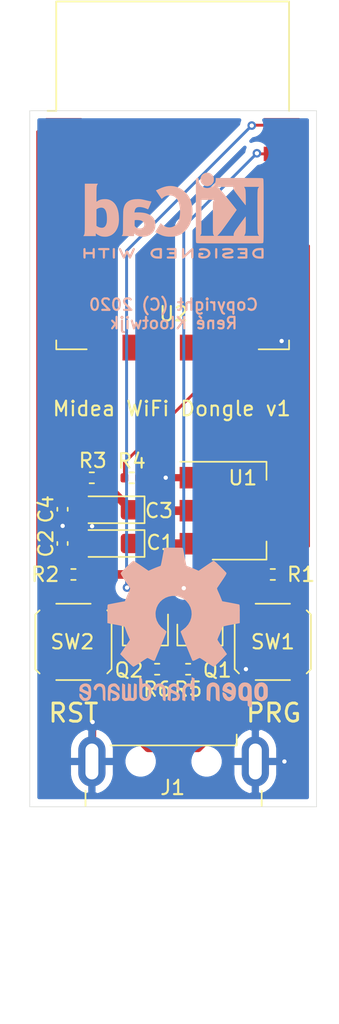
<source format=kicad_pcb>
(kicad_pcb (version 20171130) (host pcbnew "(5.1.7-0-10_14)")

  (general
    (thickness 1.6002)
    (drawings 9)
    (tracks 148)
    (zones 0)
    (modules 21)
    (nets 30)
  )

  (page USLetter)
  (title_block
    (rev 1)
  )

  (layers
    (0 Front signal)
    (1 In1.Cu signal)
    (2 In2.Cu signal)
    (31 Back signal)
    (34 B.Paste user)
    (35 F.Paste user)
    (36 B.SilkS user)
    (37 F.SilkS user)
    (38 B.Mask user)
    (39 F.Mask user)
    (44 Edge.Cuts user)
    (45 Margin user)
    (46 B.CrtYd user)
    (47 F.CrtYd user)
    (49 F.Fab user hide)
  )

  (setup
    (last_trace_width 0.2)
    (user_trace_width 0.15)
    (user_trace_width 0.2)
    (user_trace_width 0.4)
    (user_trace_width 0.6)
    (trace_clearance 0.127)
    (zone_clearance 0.508)
    (zone_45_only no)
    (trace_min 0.127)
    (via_size 0.6)
    (via_drill 0.3)
    (via_min_size 0.6)
    (via_min_drill 0.3)
    (user_via 0.6 0.3)
    (user_via 0.9 0.4)
    (uvia_size 0.6858)
    (uvia_drill 0.3302)
    (uvias_allowed no)
    (uvia_min_size 0)
    (uvia_min_drill 0)
    (edge_width 0.0381)
    (segment_width 0.254)
    (pcb_text_width 0.3048)
    (pcb_text_size 1.524 1.524)
    (mod_edge_width 0.1524)
    (mod_text_size 0.8128 0.8128)
    (mod_text_width 0.1524)
    (pad_size 1.524 1.524)
    (pad_drill 0.762)
    (pad_to_mask_clearance 0)
    (solder_mask_min_width 0.12)
    (aux_axis_origin 0 0)
    (visible_elements FEFFFF7F)
    (pcbplotparams
      (layerselection 0x010fc_ffffffff)
      (usegerberextensions false)
      (usegerberattributes false)
      (usegerberadvancedattributes false)
      (creategerberjobfile false)
      (excludeedgelayer true)
      (linewidth 0.152400)
      (plotframeref false)
      (viasonmask false)
      (mode 1)
      (useauxorigin false)
      (hpglpennumber 1)
      (hpglpenspeed 20)
      (hpglpendiameter 15.000000)
      (psnegative false)
      (psa4output false)
      (plotreference true)
      (plotvalue false)
      (plotinvisibletext false)
      (padsonsilk false)
      (subtractmaskfromsilk true)
      (outputformat 1)
      (mirror false)
      (drillshape 0)
      (scaleselection 1)
      (outputdirectory "./gerbers"))
  )

  (net 0 "")
  (net 1 GND)
  (net 2 +5V)
  (net 3 /RESET)
  (net 4 +3V3)
  (net 5 /RX_APPLIANCE)
  (net 6 /TX_APPLIANCE)
  (net 7 /RX)
  (net 8 /TX)
  (net 9 /GPIO0)
  (net 10 /EN)
  (net 11 /GPIO15)
  (net 12 "Net-(SW2-PadC1)")
  (net 13 "Net-(SW2-PadB1)")
  (net 14 "Net-(U2-Pad20)")
  (net 15 "Net-(U2-Pad19)")
  (net 16 "Net-(U2-Pad17)")
  (net 17 "Net-(U2-Pad14)")
  (net 18 "Net-(U2-Pad13)")
  (net 19 "Net-(U2-Pad12)")
  (net 20 "Net-(U2-Pad11)")
  (net 21 "Net-(U2-Pad10)")
  (net 22 "Net-(U2-Pad9)")
  (net 23 "Net-(U2-Pad7)")
  (net 24 "Net-(U2-Pad6)")
  (net 25 "Net-(U2-Pad5)")
  (net 26 "Net-(U2-Pad4)")
  (net 27 "Net-(U2-Pad2)")
  (net 28 "Net-(SW1-PadB1)")
  (net 29 "Net-(SW1-PadC1)")

  (net_class Default "This is the default net class."
    (clearance 0.127)
    (trace_width 0.127)
    (via_dia 0.6)
    (via_drill 0.3)
    (uvia_dia 0.6858)
    (uvia_drill 0.3302)
    (diff_pair_width 0.1524)
    (diff_pair_gap 0.254)
    (add_net /EN)
    (add_net /GPIO0)
    (add_net /GPIO15)
    (add_net /RESET)
    (add_net /RX)
    (add_net /RX_APPLIANCE)
    (add_net /TX)
    (add_net /TX_APPLIANCE)
    (add_net GND)
    (add_net "Net-(SW1-PadB1)")
    (add_net "Net-(SW1-PadC1)")
    (add_net "Net-(SW2-PadB1)")
    (add_net "Net-(SW2-PadC1)")
    (add_net "Net-(U2-Pad10)")
    (add_net "Net-(U2-Pad11)")
    (add_net "Net-(U2-Pad12)")
    (add_net "Net-(U2-Pad13)")
    (add_net "Net-(U2-Pad14)")
    (add_net "Net-(U2-Pad17)")
    (add_net "Net-(U2-Pad19)")
    (add_net "Net-(U2-Pad2)")
    (add_net "Net-(U2-Pad20)")
    (add_net "Net-(U2-Pad4)")
    (add_net "Net-(U2-Pad5)")
    (add_net "Net-(U2-Pad6)")
    (add_net "Net-(U2-Pad7)")
    (add_net "Net-(U2-Pad9)")
  )

  (net_class VCC ""
    (clearance 0.127)
    (trace_width 0.5)
    (via_dia 0.6)
    (via_drill 0.3)
    (uvia_dia 0.6858)
    (uvia_drill 0.3302)
    (diff_pair_width 0.1524)
    (diff_pair_gap 0.254)
    (add_net +3V3)
    (add_net +5V)
  )

  (module Symbol:KiCad-Logo2_5mm_SilkScreen (layer Back) (tedit 0) (tstamp 5F8D20D4)
    (at 46.228 7.366 180)
    (descr "KiCad Logo")
    (tags "Logo KiCad")
    (attr virtual)
    (fp_text reference REF** (at 0 5.08) (layer B.SilkS) hide
      (effects (font (size 1 1) (thickness 0.15)) (justify mirror))
    )
    (fp_text value KiCad-Logo2_5mm_SilkScreen (at 0 -5.08) (layer B.Fab) hide
      (effects (font (size 1 1) (thickness 0.15)) (justify mirror))
    )
    (fp_poly (pts (xy -2.9464 2.510946) (xy -2.935535 2.397007) (xy -2.903918 2.289384) (xy -2.853015 2.190385)
      (xy -2.784293 2.102316) (xy -2.699219 2.027484) (xy -2.602232 1.969616) (xy -2.495964 1.929995)
      (xy -2.38895 1.911427) (xy -2.2833 1.912566) (xy -2.181125 1.93207) (xy -2.084534 1.968594)
      (xy -1.995638 2.020795) (xy -1.916546 2.087327) (xy -1.849369 2.166848) (xy -1.796217 2.258013)
      (xy -1.759199 2.359477) (xy -1.740427 2.469898) (xy -1.738489 2.519794) (xy -1.738489 2.607733)
      (xy -1.68656 2.607733) (xy -1.650253 2.604889) (xy -1.623355 2.593089) (xy -1.596249 2.569351)
      (xy -1.557867 2.530969) (xy -1.557867 0.339398) (xy -1.557876 0.077261) (xy -1.557908 -0.163241)
      (xy -1.557972 -0.383048) (xy -1.558076 -0.583101) (xy -1.558227 -0.764344) (xy -1.558434 -0.927716)
      (xy -1.558706 -1.07416) (xy -1.55905 -1.204617) (xy -1.559474 -1.320029) (xy -1.559987 -1.421338)
      (xy -1.560597 -1.509484) (xy -1.561312 -1.58541) (xy -1.56214 -1.650057) (xy -1.563089 -1.704367)
      (xy -1.564167 -1.74928) (xy -1.565383 -1.78574) (xy -1.566745 -1.814687) (xy -1.568261 -1.837063)
      (xy -1.569938 -1.853809) (xy -1.571786 -1.865868) (xy -1.573813 -1.87418) (xy -1.576025 -1.879687)
      (xy -1.577108 -1.881537) (xy -1.581271 -1.888549) (xy -1.584805 -1.894996) (xy -1.588635 -1.9009)
      (xy -1.593682 -1.906286) (xy -1.600871 -1.911178) (xy -1.611123 -1.915598) (xy -1.625364 -1.919572)
      (xy -1.644514 -1.923121) (xy -1.669499 -1.92627) (xy -1.70124 -1.929042) (xy -1.740662 -1.931461)
      (xy -1.788686 -1.933551) (xy -1.846237 -1.935335) (xy -1.914237 -1.936837) (xy -1.99361 -1.93808)
      (xy -2.085279 -1.939089) (xy -2.190166 -1.939885) (xy -2.309196 -1.940494) (xy -2.44329 -1.940939)
      (xy -2.593373 -1.941243) (xy -2.760367 -1.94143) (xy -2.945196 -1.941524) (xy -3.148783 -1.941548)
      (xy -3.37205 -1.941525) (xy -3.615922 -1.94148) (xy -3.881321 -1.941437) (xy -3.919704 -1.941432)
      (xy -4.186682 -1.941389) (xy -4.432002 -1.941318) (xy -4.656583 -1.941213) (xy -4.861345 -1.941066)
      (xy -5.047206 -1.940869) (xy -5.215088 -1.940616) (xy -5.365908 -1.9403) (xy -5.500587 -1.939913)
      (xy -5.620044 -1.939447) (xy -5.725199 -1.938897) (xy -5.816971 -1.938253) (xy -5.896279 -1.937511)
      (xy -5.964043 -1.936661) (xy -6.021182 -1.935697) (xy -6.068617 -1.934611) (xy -6.107266 -1.933397)
      (xy -6.138049 -1.932047) (xy -6.161885 -1.930555) (xy -6.179694 -1.928911) (xy -6.192395 -1.927111)
      (xy -6.200908 -1.925145) (xy -6.205266 -1.923477) (xy -6.213728 -1.919906) (xy -6.221497 -1.91727)
      (xy -6.228602 -1.914634) (xy -6.235073 -1.911062) (xy -6.240939 -1.905621) (xy -6.246229 -1.897375)
      (xy -6.250974 -1.88539) (xy -6.255202 -1.868731) (xy -6.258943 -1.846463) (xy -6.262227 -1.817652)
      (xy -6.265083 -1.781363) (xy -6.26754 -1.736661) (xy -6.269629 -1.682611) (xy -6.271378 -1.618279)
      (xy -6.272817 -1.54273) (xy -6.273976 -1.45503) (xy -6.274883 -1.354243) (xy -6.275569 -1.239434)
      (xy -6.276063 -1.10967) (xy -6.276395 -0.964015) (xy -6.276593 -0.801535) (xy -6.276687 -0.621295)
      (xy -6.276708 -0.42236) (xy -6.276685 -0.203796) (xy -6.276646 0.035332) (xy -6.276622 0.29596)
      (xy -6.276622 0.338111) (xy -6.276636 0.601008) (xy -6.276661 0.842268) (xy -6.276671 1.062835)
      (xy -6.276642 1.263648) (xy -6.276548 1.445651) (xy -6.276362 1.609784) (xy -6.276059 1.756989)
      (xy -6.275614 1.888208) (xy -6.275034 1.998133) (xy -5.972197 1.998133) (xy -5.932407 1.940289)
      (xy -5.921236 1.924521) (xy -5.911166 1.910559) (xy -5.902138 1.897216) (xy -5.894097 1.883307)
      (xy -5.886986 1.867644) (xy -5.880747 1.849042) (xy -5.875325 1.826314) (xy -5.870662 1.798273)
      (xy -5.866701 1.763733) (xy -5.863385 1.721508) (xy -5.860659 1.670411) (xy -5.858464 1.609256)
      (xy -5.856745 1.536856) (xy -5.855444 1.452025) (xy -5.854505 1.353578) (xy -5.85387 1.240326)
      (xy -5.853484 1.111084) (xy -5.853288 0.964666) (xy -5.853227 0.799884) (xy -5.853243 0.615553)
      (xy -5.85328 0.410487) (xy -5.853289 0.287867) (xy -5.853265 0.070918) (xy -5.853231 -0.124642)
      (xy -5.853243 -0.299999) (xy -5.853358 -0.456341) (xy -5.85363 -0.594857) (xy -5.854118 -0.716734)
      (xy -5.854876 -0.82316) (xy -5.855962 -0.915322) (xy -5.857431 -0.994409) (xy -5.85934 -1.061608)
      (xy -5.861744 -1.118107) (xy -5.864701 -1.165093) (xy -5.868266 -1.203755) (xy -5.872495 -1.23528)
      (xy -5.877446 -1.260855) (xy -5.883173 -1.28167) (xy -5.889733 -1.298911) (xy -5.897183 -1.313765)
      (xy -5.905579 -1.327422) (xy -5.914976 -1.341069) (xy -5.925432 -1.355893) (xy -5.931523 -1.364783)
      (xy -5.970296 -1.4224) (xy -5.438732 -1.4224) (xy -5.315483 -1.422365) (xy -5.212987 -1.422215)
      (xy -5.12942 -1.421878) (xy -5.062956 -1.421286) (xy -5.011771 -1.420367) (xy -4.974041 -1.419051)
      (xy -4.94794 -1.417269) (xy -4.931644 -1.414951) (xy -4.923328 -1.412026) (xy -4.921168 -1.408424)
      (xy -4.923339 -1.404075) (xy -4.924535 -1.402645) (xy -4.949685 -1.365573) (xy -4.975583 -1.312772)
      (xy -4.999192 -1.25077) (xy -5.007461 -1.224357) (xy -5.012078 -1.206416) (xy -5.015979 -1.185355)
      (xy -5.019248 -1.159089) (xy -5.021966 -1.125532) (xy -5.024215 -1.082599) (xy -5.026077 -1.028204)
      (xy -5.027636 -0.960262) (xy -5.028972 -0.876688) (xy -5.030169 -0.775395) (xy -5.031308 -0.6543)
      (xy -5.031685 -0.6096) (xy -5.032702 -0.484449) (xy -5.03346 -0.380082) (xy -5.033903 -0.294707)
      (xy -5.03397 -0.226533) (xy -5.033605 -0.173765) (xy -5.032748 -0.134614) (xy -5.031341 -0.107285)
      (xy -5.029325 -0.089986) (xy -5.026643 -0.080926) (xy -5.023236 -0.078312) (xy -5.019044 -0.080351)
      (xy -5.014571 -0.084667) (xy -5.004216 -0.097602) (xy -4.982158 -0.126676) (xy -4.949957 -0.169759)
      (xy -4.909174 -0.224718) (xy -4.86137 -0.289423) (xy -4.808105 -0.361742) (xy -4.75094 -0.439544)
      (xy -4.691437 -0.520698) (xy -4.631155 -0.603072) (xy -4.571655 -0.684536) (xy -4.514498 -0.762957)
      (xy -4.461245 -0.836204) (xy -4.413457 -0.902147) (xy -4.372693 -0.958654) (xy -4.340516 -1.003593)
      (xy -4.318485 -1.034834) (xy -4.313917 -1.041466) (xy -4.290996 -1.078369) (xy -4.264188 -1.126359)
      (xy -4.238789 -1.175897) (xy -4.235568 -1.182577) (xy -4.21389 -1.230772) (xy -4.201304 -1.268334)
      (xy -4.195574 -1.30416) (xy -4.194456 -1.3462) (xy -4.19509 -1.4224) (xy -3.040651 -1.4224)
      (xy -3.131815 -1.328669) (xy -3.178612 -1.278775) (xy -3.228899 -1.222295) (xy -3.274944 -1.168026)
      (xy -3.295369 -1.142673) (xy -3.325807 -1.103128) (xy -3.365862 -1.049916) (xy -3.414361 -0.984667)
      (xy -3.470135 -0.909011) (xy -3.532011 -0.824577) (xy -3.598819 -0.732994) (xy -3.669387 -0.635892)
      (xy -3.742545 -0.534901) (xy -3.817121 -0.43165) (xy -3.891944 -0.327768) (xy -3.965843 -0.224885)
      (xy -4.037646 -0.124631) (xy -4.106184 -0.028636) (xy -4.170284 0.061473) (xy -4.228775 0.144064)
      (xy -4.280486 0.217508) (xy -4.324247 0.280176) (xy -4.358885 0.330439) (xy -4.38323 0.366666)
      (xy -4.396111 0.387229) (xy -4.397869 0.391332) (xy -4.38991 0.402658) (xy -4.369115 0.429838)
      (xy -4.336847 0.471171) (xy -4.29447 0.524956) (xy -4.243347 0.589494) (xy -4.184841 0.663082)
      (xy -4.120314 0.744022) (xy -4.051131 0.830612) (xy -3.978653 0.921152) (xy -3.904246 1.01394)
      (xy -3.844517 1.088298) (xy -2.833511 1.088298) (xy -2.827602 1.075341) (xy -2.813272 1.053092)
      (xy -2.812225 1.051609) (xy -2.793438 1.021456) (xy -2.773791 0.984625) (xy -2.769892 0.976489)
      (xy -2.766356 0.96806) (xy -2.76323 0.957941) (xy -2.760486 0.94474) (xy -2.758092 0.927062)
      (xy -2.756019 0.903516) (xy -2.754235 0.872707) (xy -2.752712 0.833243) (xy -2.751419 0.783731)
      (xy -2.750326 0.722777) (xy -2.749403 0.648989) (xy -2.748619 0.560972) (xy -2.747945 0.457335)
      (xy -2.74735 0.336684) (xy -2.746805 0.197626) (xy -2.746279 0.038768) (xy -2.745745 -0.140089)
      (xy -2.745206 -0.325207) (xy -2.744772 -0.489145) (xy -2.744509 -0.633303) (xy -2.744484 -0.759079)
      (xy -2.744765 -0.867871) (xy -2.745419 -0.961077) (xy -2.746514 -1.040097) (xy -2.748118 -1.106328)
      (xy -2.750297 -1.16117) (xy -2.753119 -1.206021) (xy -2.756651 -1.242278) (xy -2.760961 -1.271341)
      (xy -2.766117 -1.294609) (xy -2.772185 -1.313479) (xy -2.779233 -1.329351) (xy -2.787329 -1.343622)
      (xy -2.79654 -1.357691) (xy -2.80504 -1.370158) (xy -2.822176 -1.396452) (xy -2.832322 -1.414037)
      (xy -2.833511 -1.417257) (xy -2.822604 -1.418334) (xy -2.791411 -1.419335) (xy -2.742223 -1.420235)
      (xy -2.677333 -1.42101) (xy -2.59903 -1.421637) (xy -2.509607 -1.422091) (xy -2.411356 -1.422349)
      (xy -2.342445 -1.4224) (xy -2.237452 -1.42218) (xy -2.14061 -1.421548) (xy -2.054107 -1.420549)
      (xy -1.980132 -1.419227) (xy -1.920874 -1.417626) (xy -1.87852 -1.415791) (xy -1.85526 -1.413765)
      (xy -1.851378 -1.412493) (xy -1.859076 -1.397591) (xy -1.867074 -1.38956) (xy -1.880246 -1.372434)
      (xy -1.897485 -1.342183) (xy -1.909407 -1.317622) (xy -1.936045 -1.258711) (xy -1.93912 -0.081845)
      (xy -1.942195 1.095022) (xy -2.387853 1.095022) (xy -2.48567 1.094858) (xy -2.576064 1.094389)
      (xy -2.65663 1.093653) (xy -2.724962 1.092684) (xy -2.778656 1.09152) (xy -2.815305 1.090197)
      (xy -2.832504 1.088751) (xy -2.833511 1.088298) (xy -3.844517 1.088298) (xy -3.82927 1.107278)
      (xy -3.75509 1.199463) (xy -3.683069 1.288796) (xy -3.614569 1.373576) (xy -3.550955 1.452102)
      (xy -3.493588 1.522674) (xy -3.443833 1.583591) (xy -3.403052 1.633153) (xy -3.385888 1.653822)
      (xy -3.299596 1.754484) (xy -3.222997 1.837741) (xy -3.154183 1.905562) (xy -3.091248 1.959911)
      (xy -3.081867 1.967278) (xy -3.042356 1.997883) (xy -4.174116 1.998133) (xy -4.168827 1.950156)
      (xy -4.17213 1.892812) (xy -4.193661 1.824537) (xy -4.233635 1.744788) (xy -4.278943 1.672505)
      (xy -4.295161 1.64986) (xy -4.323214 1.612304) (xy -4.36143 1.561979) (xy -4.408137 1.501027)
      (xy -4.461661 1.431589) (xy -4.520331 1.355806) (xy -4.582475 1.27582) (xy -4.646421 1.193772)
      (xy -4.710495 1.111804) (xy -4.773027 1.032057) (xy -4.832343 0.956673) (xy -4.886771 0.887793)
      (xy -4.934639 0.827558) (xy -4.974275 0.778111) (xy -5.004006 0.741592) (xy -5.022161 0.720142)
      (xy -5.02522 0.716844) (xy -5.028079 0.724851) (xy -5.030293 0.755145) (xy -5.031857 0.807444)
      (xy -5.032767 0.881469) (xy -5.03302 0.976937) (xy -5.032613 1.093566) (xy -5.031704 1.213555)
      (xy -5.030382 1.345667) (xy -5.028857 1.457406) (xy -5.026881 1.550975) (xy -5.024206 1.628581)
      (xy -5.020582 1.692426) (xy -5.015761 1.744717) (xy -5.009494 1.787656) (xy -5.001532 1.823449)
      (xy -4.991627 1.8543) (xy -4.979531 1.882414) (xy -4.964993 1.909995) (xy -4.950311 1.935034)
      (xy -4.912314 1.998133) (xy -5.972197 1.998133) (xy -6.275034 1.998133) (xy -6.275001 2.004383)
      (xy -6.274195 2.106456) (xy -6.27317 2.195367) (xy -6.2719 2.272059) (xy -6.27036 2.337473)
      (xy -6.268524 2.392551) (xy -6.266367 2.438235) (xy -6.263863 2.475466) (xy -6.260987 2.505187)
      (xy -6.257713 2.528338) (xy -6.254015 2.545861) (xy -6.249869 2.558699) (xy -6.245247 2.567792)
      (xy -6.240126 2.574082) (xy -6.234478 2.578512) (xy -6.228279 2.582022) (xy -6.221504 2.585555)
      (xy -6.215508 2.589124) (xy -6.210275 2.5917) (xy -6.202099 2.594028) (xy -6.189886 2.596122)
      (xy -6.172541 2.597993) (xy -6.148969 2.599653) (xy -6.118077 2.601116) (xy -6.078768 2.602392)
      (xy -6.02995 2.603496) (xy -5.970527 2.604439) (xy -5.899404 2.605233) (xy -5.815488 2.605891)
      (xy -5.717683 2.606425) (xy -5.604894 2.606847) (xy -5.476029 2.607171) (xy -5.329991 2.607408)
      (xy -5.165686 2.60757) (xy -4.98202 2.60767) (xy -4.777897 2.60772) (xy -4.566753 2.607733)
      (xy -2.9464 2.607733) (xy -2.9464 2.510946)) (layer B.SilkS) (width 0.01))
    (fp_poly (pts (xy 0.328429 2.050929) (xy 0.48857 2.029755) (xy 0.65251 1.989615) (xy 0.822313 1.930111)
      (xy 1.000043 1.850846) (xy 1.01131 1.845301) (xy 1.069005 1.817275) (xy 1.120552 1.793198)
      (xy 1.162191 1.774751) (xy 1.190162 1.763614) (xy 1.199733 1.761067) (xy 1.21895 1.756059)
      (xy 1.223561 1.751853) (xy 1.218458 1.74142) (xy 1.202418 1.715132) (xy 1.177288 1.675743)
      (xy 1.144914 1.626009) (xy 1.107143 1.568685) (xy 1.065822 1.506524) (xy 1.022798 1.442282)
      (xy 0.979917 1.378715) (xy 0.939026 1.318575) (xy 0.901971 1.26462) (xy 0.8706 1.219603)
      (xy 0.846759 1.186279) (xy 0.832294 1.167403) (xy 0.830309 1.165213) (xy 0.820191 1.169862)
      (xy 0.79785 1.187038) (xy 0.76728 1.21356) (xy 0.751536 1.228036) (xy 0.655047 1.303318)
      (xy 0.548336 1.358759) (xy 0.432832 1.393859) (xy 0.309962 1.40812) (xy 0.240561 1.406949)
      (xy 0.119423 1.389788) (xy 0.010205 1.353906) (xy -0.087418 1.299041) (xy -0.173772 1.22493)
      (xy -0.249185 1.131312) (xy -0.313982 1.017924) (xy -0.351399 0.931333) (xy -0.395252 0.795634)
      (xy -0.427572 0.64815) (xy -0.448443 0.492686) (xy -0.457949 0.333044) (xy -0.456173 0.173027)
      (xy -0.443197 0.016439) (xy -0.419106 -0.132918) (xy -0.383982 -0.27124) (xy -0.337908 -0.394724)
      (xy -0.321627 -0.428978) (xy -0.25338 -0.543064) (xy -0.172921 -0.639557) (xy -0.08143 -0.71767)
      (xy 0.019911 -0.776617) (xy 0.12992 -0.815612) (xy 0.247415 -0.833868) (xy 0.288883 -0.835211)
      (xy 0.410441 -0.82429) (xy 0.530878 -0.791474) (xy 0.648666 -0.737439) (xy 0.762277 -0.662865)
      (xy 0.853685 -0.584539) (xy 0.900215 -0.540008) (xy 1.081483 -0.837271) (xy 1.12658 -0.911433)
      (xy 1.167819 -0.979646) (xy 1.203735 -1.039459) (xy 1.232866 -1.08842) (xy 1.25375 -1.124079)
      (xy 1.264924 -1.143984) (xy 1.266375 -1.147079) (xy 1.258146 -1.156718) (xy 1.232567 -1.173999)
      (xy 1.192873 -1.197283) (xy 1.142297 -1.224934) (xy 1.084074 -1.255315) (xy 1.021437 -1.28679)
      (xy 0.957621 -1.317722) (xy 0.89586 -1.346473) (xy 0.839388 -1.371408) (xy 0.791438 -1.390889)
      (xy 0.767986 -1.399318) (xy 0.634221 -1.437133) (xy 0.496327 -1.462136) (xy 0.348622 -1.47514)
      (xy 0.221833 -1.477468) (xy 0.153878 -1.476373) (xy 0.088277 -1.474275) (xy 0.030847 -1.471434)
      (xy -0.012597 -1.468106) (xy -0.026702 -1.466422) (xy -0.165716 -1.437587) (xy -0.307243 -1.392468)
      (xy -0.444725 -1.33375) (xy -0.571606 -1.26412) (xy -0.649111 -1.211441) (xy -0.776519 -1.103239)
      (xy -0.894822 -0.976671) (xy -1.001828 -0.834866) (xy -1.095348 -0.680951) (xy -1.17319 -0.518053)
      (xy -1.217044 -0.400756) (xy -1.267292 -0.217128) (xy -1.300791 -0.022581) (xy -1.317551 0.178675)
      (xy -1.317584 0.382432) (xy -1.300899 0.584479) (xy -1.267507 0.780608) (xy -1.21742 0.966609)
      (xy -1.213603 0.978197) (xy -1.150719 1.14025) (xy -1.073972 1.288168) (xy -0.980758 1.426135)
      (xy -0.868473 1.558339) (xy -0.824608 1.603601) (xy -0.688466 1.727543) (xy -0.548509 1.830085)
      (xy -0.402589 1.912344) (xy -0.248558 1.975436) (xy -0.084268 2.020477) (xy 0.011289 2.037967)
      (xy 0.170023 2.053534) (xy 0.328429 2.050929)) (layer B.SilkS) (width 0.01))
    (fp_poly (pts (xy 2.673574 1.133448) (xy 2.825492 1.113433) (xy 2.960756 1.079798) (xy 3.080239 1.032275)
      (xy 3.184815 0.970595) (xy 3.262424 0.907035) (xy 3.331265 0.832901) (xy 3.385006 0.753129)
      (xy 3.42791 0.660909) (xy 3.443384 0.617839) (xy 3.456244 0.578858) (xy 3.467446 0.542711)
      (xy 3.47712 0.507566) (xy 3.485396 0.47159) (xy 3.492403 0.43295) (xy 3.498272 0.389815)
      (xy 3.503131 0.340351) (xy 3.50711 0.282727) (xy 3.51034 0.215109) (xy 3.512949 0.135666)
      (xy 3.515067 0.042564) (xy 3.516824 -0.066027) (xy 3.518349 -0.191942) (xy 3.519772 -0.337012)
      (xy 3.521025 -0.479778) (xy 3.522351 -0.635968) (xy 3.523556 -0.771239) (xy 3.524766 -0.887246)
      (xy 3.526106 -0.985645) (xy 3.5277 -1.068093) (xy 3.529675 -1.136246) (xy 3.532156 -1.19176)
      (xy 3.535269 -1.236292) (xy 3.539138 -1.271498) (xy 3.543889 -1.299034) (xy 3.549648 -1.320556)
      (xy 3.556539 -1.337722) (xy 3.564689 -1.352186) (xy 3.574223 -1.365606) (xy 3.585266 -1.379638)
      (xy 3.589566 -1.385071) (xy 3.605386 -1.40791) (xy 3.612422 -1.423463) (xy 3.612444 -1.423922)
      (xy 3.601567 -1.426121) (xy 3.570582 -1.428147) (xy 3.521957 -1.429942) (xy 3.458163 -1.431451)
      (xy 3.381669 -1.432616) (xy 3.294944 -1.43338) (xy 3.200457 -1.433686) (xy 3.18955 -1.433689)
      (xy 2.766657 -1.433689) (xy 2.763395 -1.337622) (xy 2.760133 -1.241556) (xy 2.698044 -1.292543)
      (xy 2.600714 -1.360057) (xy 2.490813 -1.414749) (xy 2.404349 -1.444978) (xy 2.335278 -1.459666)
      (xy 2.251925 -1.469659) (xy 2.162159 -1.474646) (xy 2.073845 -1.474313) (xy 1.994851 -1.468351)
      (xy 1.958622 -1.462638) (xy 1.818603 -1.424776) (xy 1.692178 -1.369932) (xy 1.58026 -1.298924)
      (xy 1.483762 -1.212568) (xy 1.4036 -1.111679) (xy 1.340687 -0.997076) (xy 1.296312 -0.870984)
      (xy 1.283978 -0.814401) (xy 1.276368 -0.752202) (xy 1.272739 -0.677363) (xy 1.272245 -0.643467)
      (xy 1.27231 -0.640282) (xy 2.032248 -0.640282) (xy 2.041541 -0.715333) (xy 2.069728 -0.77916)
      (xy 2.118197 -0.834798) (xy 2.123254 -0.839211) (xy 2.171548 -0.874037) (xy 2.223257 -0.89662)
      (xy 2.283989 -0.90854) (xy 2.359352 -0.911383) (xy 2.377459 -0.910978) (xy 2.431278 -0.908325)
      (xy 2.471308 -0.902909) (xy 2.506324 -0.892745) (xy 2.545103 -0.87585) (xy 2.555745 -0.870672)
      (xy 2.616396 -0.834844) (xy 2.663215 -0.792212) (xy 2.675952 -0.776973) (xy 2.720622 -0.720462)
      (xy 2.720622 -0.524586) (xy 2.720086 -0.445939) (xy 2.718396 -0.387988) (xy 2.715428 -0.348875)
      (xy 2.711057 -0.326741) (xy 2.706972 -0.320274) (xy 2.691047 -0.317111) (xy 2.657264 -0.314488)
      (xy 2.61034 -0.312655) (xy 2.554993 -0.311857) (xy 2.546106 -0.311842) (xy 2.42533 -0.317096)
      (xy 2.32266 -0.333263) (xy 2.236106 -0.360961) (xy 2.163681 -0.400808) (xy 2.108751 -0.447758)
      (xy 2.064204 -0.505645) (xy 2.03948 -0.568693) (xy 2.032248 -0.640282) (xy 1.27231 -0.640282)
      (xy 1.274178 -0.549712) (xy 1.282522 -0.470812) (xy 1.298768 -0.39959) (xy 1.324405 -0.328864)
      (xy 1.348401 -0.276493) (xy 1.40702 -0.181196) (xy 1.485117 -0.09317) (xy 1.580315 -0.014017)
      (xy 1.690238 0.05466) (xy 1.81251 0.111259) (xy 1.944755 0.154179) (xy 2.009422 0.169118)
      (xy 2.145604 0.191223) (xy 2.294049 0.205806) (xy 2.445505 0.212187) (xy 2.572064 0.210555)
      (xy 2.73395 0.203776) (xy 2.72653 0.262755) (xy 2.707238 0.361908) (xy 2.676104 0.442628)
      (xy 2.632269 0.505534) (xy 2.574871 0.551244) (xy 2.503048 0.580378) (xy 2.415941 0.593553)
      (xy 2.312686 0.591389) (xy 2.274711 0.587388) (xy 2.13352 0.56222) (xy 1.996707 0.521186)
      (xy 1.902178 0.483185) (xy 1.857018 0.46381) (xy 1.818585 0.44824) (xy 1.792234 0.438595)
      (xy 1.784546 0.436548) (xy 1.774802 0.445626) (xy 1.758083 0.474595) (xy 1.734232 0.523783)
      (xy 1.703093 0.593516) (xy 1.664507 0.684121) (xy 1.65791 0.699911) (xy 1.627853 0.772228)
      (xy 1.600874 0.837575) (xy 1.578136 0.893094) (xy 1.560806 0.935928) (xy 1.550048 0.963219)
      (xy 1.546941 0.972058) (xy 1.55694 0.976813) (xy 1.583217 0.98209) (xy 1.611489 0.985769)
      (xy 1.641646 0.990526) (xy 1.689433 0.999972) (xy 1.750612 1.01318) (xy 1.820946 1.029224)
      (xy 1.896194 1.04718) (xy 1.924755 1.054203) (xy 2.029816 1.079791) (xy 2.11748 1.099853)
      (xy 2.192068 1.115031) (xy 2.257903 1.125965) (xy 2.319307 1.133296) (xy 2.380602 1.137665)
      (xy 2.44611 1.139713) (xy 2.504128 1.140111) (xy 2.673574 1.133448)) (layer B.SilkS) (width 0.01))
    (fp_poly (pts (xy 6.186507 0.527755) (xy 6.186526 0.293338) (xy 6.186552 0.080397) (xy 6.186625 -0.112168)
      (xy 6.186782 -0.285459) (xy 6.187064 -0.440576) (xy 6.187509 -0.57862) (xy 6.188156 -0.700692)
      (xy 6.189045 -0.807894) (xy 6.190213 -0.901326) (xy 6.191701 -0.98209) (xy 6.193546 -1.051286)
      (xy 6.195789 -1.110015) (xy 6.198469 -1.159379) (xy 6.201623 -1.200478) (xy 6.205292 -1.234413)
      (xy 6.209513 -1.262286) (xy 6.214327 -1.285198) (xy 6.219773 -1.304249) (xy 6.225888 -1.32054)
      (xy 6.232712 -1.335173) (xy 6.240285 -1.349249) (xy 6.248645 -1.363868) (xy 6.253839 -1.372974)
      (xy 6.288104 -1.433689) (xy 5.429955 -1.433689) (xy 5.429955 -1.337733) (xy 5.429224 -1.29437)
      (xy 5.427272 -1.261205) (xy 5.424463 -1.243424) (xy 5.423221 -1.241778) (xy 5.411799 -1.248662)
      (xy 5.389084 -1.266505) (xy 5.366385 -1.285879) (xy 5.3118 -1.326614) (xy 5.242321 -1.367617)
      (xy 5.16527 -1.405123) (xy 5.087965 -1.435364) (xy 5.057113 -1.445012) (xy 4.988616 -1.459578)
      (xy 4.905764 -1.469539) (xy 4.816371 -1.474583) (xy 4.728248 -1.474396) (xy 4.649207 -1.468666)
      (xy 4.611511 -1.462858) (xy 4.473414 -1.424797) (xy 4.346113 -1.367073) (xy 4.230292 -1.290211)
      (xy 4.126637 -1.194739) (xy 4.035833 -1.081179) (xy 3.969031 -0.970381) (xy 3.914164 -0.853625)
      (xy 3.872163 -0.734276) (xy 3.842167 -0.608283) (xy 3.823311 -0.471594) (xy 3.814732 -0.320158)
      (xy 3.814006 -0.242711) (xy 3.8161 -0.185934) (xy 4.645217 -0.185934) (xy 4.645424 -0.279002)
      (xy 4.648337 -0.366692) (xy 4.654 -0.443772) (xy 4.662455 -0.505009) (xy 4.665038 -0.51735)
      (xy 4.69684 -0.624633) (xy 4.738498 -0.711658) (xy 4.790363 -0.778642) (xy 4.852781 -0.825805)
      (xy 4.9261 -0.853365) (xy 5.010669 -0.861541) (xy 5.106835 -0.850551) (xy 5.170311 -0.834829)
      (xy 5.219454 -0.816639) (xy 5.273583 -0.790791) (xy 5.314244 -0.767089) (xy 5.3848 -0.720721)
      (xy 5.3848 0.42947) (xy 5.317392 0.473038) (xy 5.238867 0.51396) (xy 5.154681 0.540611)
      (xy 5.069557 0.552535) (xy 4.988216 0.549278) (xy 4.91538 0.530385) (xy 4.883426 0.514816)
      (xy 4.825501 0.471819) (xy 4.776544 0.415047) (xy 4.73539 0.342425) (xy 4.700874 0.251879)
      (xy 4.671833 0.141334) (xy 4.670552 0.135467) (xy 4.660381 0.073212) (xy 4.652739 -0.004594)
      (xy 4.64767 -0.09272) (xy 4.645217 -0.185934) (xy 3.8161 -0.185934) (xy 3.821857 -0.029895)
      (xy 3.843802 0.165941) (xy 3.879786 0.344668) (xy 3.929759 0.506155) (xy 3.993668 0.650274)
      (xy 4.071462 0.776894) (xy 4.163089 0.885885) (xy 4.268497 0.977117) (xy 4.313662 1.008068)
      (xy 4.414611 1.064215) (xy 4.517901 1.103826) (xy 4.627989 1.127986) (xy 4.74933 1.137781)
      (xy 4.841836 1.136735) (xy 4.97149 1.125769) (xy 5.084084 1.103954) (xy 5.182875 1.070286)
      (xy 5.271121 1.023764) (xy 5.319986 0.989552) (xy 5.349353 0.967638) (xy 5.371043 0.952667)
      (xy 5.379253 0.948267) (xy 5.380868 0.959096) (xy 5.382159 0.989749) (xy 5.383138 1.037474)
      (xy 5.383817 1.099521) (xy 5.38421 1.173138) (xy 5.38433 1.255573) (xy 5.384188 1.344075)
      (xy 5.383797 1.435893) (xy 5.383171 1.528276) (xy 5.38232 1.618472) (xy 5.38126 1.703729)
      (xy 5.380001 1.781297) (xy 5.378556 1.848424) (xy 5.376938 1.902359) (xy 5.375161 1.94035)
      (xy 5.374669 1.947333) (xy 5.367092 2.017749) (xy 5.355531 2.072898) (xy 5.337792 2.120019)
      (xy 5.311682 2.166353) (xy 5.305415 2.175933) (xy 5.280983 2.212622) (xy 6.186311 2.212622)
      (xy 6.186507 0.527755)) (layer B.SilkS) (width 0.01))
    (fp_poly (pts (xy -2.273043 2.973429) (xy -2.176768 2.949191) (xy -2.090184 2.906359) (xy -2.015373 2.846581)
      (xy -1.954418 2.771506) (xy -1.909399 2.68278) (xy -1.883136 2.58647) (xy -1.877286 2.489205)
      (xy -1.89214 2.395346) (xy -1.92584 2.307489) (xy -1.976528 2.22823) (xy -2.042345 2.160164)
      (xy -2.121434 2.105888) (xy -2.211934 2.067998) (xy -2.2632 2.055574) (xy -2.307698 2.048053)
      (xy -2.341999 2.045081) (xy -2.37496 2.046906) (xy -2.415434 2.053775) (xy -2.448531 2.06075)
      (xy -2.541947 2.092259) (xy -2.625619 2.143383) (xy -2.697665 2.212571) (xy -2.7562 2.298272)
      (xy -2.770148 2.325511) (xy -2.786586 2.361878) (xy -2.796894 2.392418) (xy -2.80246 2.42455)
      (xy -2.804669 2.465693) (xy -2.804948 2.511778) (xy -2.800861 2.596135) (xy -2.787446 2.665414)
      (xy -2.762256 2.726039) (xy -2.722846 2.784433) (xy -2.684298 2.828698) (xy -2.612406 2.894516)
      (xy -2.537313 2.939947) (xy -2.454562 2.96715) (xy -2.376928 2.977424) (xy -2.273043 2.973429)) (layer B.SilkS) (width 0.01))
    (fp_poly (pts (xy -6.121371 -2.269066) (xy -6.081889 -2.269467) (xy -5.9662 -2.272259) (xy -5.869311 -2.28055)
      (xy -5.787919 -2.295232) (xy -5.718723 -2.317193) (xy -5.65842 -2.347322) (xy -5.603708 -2.38651)
      (xy -5.584167 -2.403532) (xy -5.55175 -2.443363) (xy -5.52252 -2.497413) (xy -5.499991 -2.557323)
      (xy -5.487679 -2.614739) (xy -5.4864 -2.635956) (xy -5.494417 -2.694769) (xy -5.515899 -2.759013)
      (xy -5.546999 -2.819821) (xy -5.583866 -2.86833) (xy -5.589854 -2.874182) (xy -5.640579 -2.915321)
      (xy -5.696125 -2.947435) (xy -5.759696 -2.971365) (xy -5.834494 -2.987953) (xy -5.923722 -2.998041)
      (xy -6.030582 -3.002469) (xy -6.079528 -3.002845) (xy -6.141762 -3.002545) (xy -6.185528 -3.001292)
      (xy -6.214931 -2.998554) (xy -6.234079 -2.993801) (xy -6.247077 -2.986501) (xy -6.254045 -2.980267)
      (xy -6.260626 -2.972694) (xy -6.265788 -2.962924) (xy -6.269703 -2.94834) (xy -6.272543 -2.926326)
      (xy -6.27448 -2.894264) (xy -6.275684 -2.849536) (xy -6.276328 -2.789526) (xy -6.276583 -2.711617)
      (xy -6.276622 -2.635956) (xy -6.27687 -2.535041) (xy -6.276817 -2.454427) (xy -6.275857 -2.415822)
      (xy -6.129867 -2.415822) (xy -6.129867 -2.856089) (xy -6.036734 -2.856004) (xy -5.980693 -2.854396)
      (xy -5.921999 -2.850256) (xy -5.873028 -2.844464) (xy -5.871538 -2.844226) (xy -5.792392 -2.82509)
      (xy -5.731002 -2.795287) (xy -5.684305 -2.752878) (xy -5.654635 -2.706961) (xy -5.636353 -2.656026)
      (xy -5.637771 -2.6082) (xy -5.658988 -2.556933) (xy -5.700489 -2.503899) (xy -5.757998 -2.4646)
      (xy -5.83275 -2.438331) (xy -5.882708 -2.429035) (xy -5.939416 -2.422507) (xy -5.999519 -2.417782)
      (xy -6.050639 -2.415817) (xy -6.053667 -2.415808) (xy -6.129867 -2.415822) (xy -6.275857 -2.415822)
      (xy -6.27526 -2.391851) (xy -6.270998 -2.345055) (xy -6.26283 -2.311778) (xy -6.249556 -2.289759)
      (xy -6.229974 -2.276739) (xy -6.202883 -2.270457) (xy -6.167082 -2.268653) (xy -6.121371 -2.269066)) (layer B.SilkS) (width 0.01))
    (fp_poly (pts (xy -4.712794 -2.269146) (xy -4.643386 -2.269518) (xy -4.590997 -2.270385) (xy -4.552847 -2.271946)
      (xy -4.526159 -2.274403) (xy -4.508153 -2.277957) (xy -4.496049 -2.28281) (xy -4.487069 -2.289161)
      (xy -4.483818 -2.292084) (xy -4.464043 -2.323142) (xy -4.460482 -2.358828) (xy -4.473491 -2.39051)
      (xy -4.479506 -2.396913) (xy -4.489235 -2.403121) (xy -4.504901 -2.40791) (xy -4.529408 -2.411514)
      (xy -4.565661 -2.414164) (xy -4.616565 -2.416095) (xy -4.685026 -2.417539) (xy -4.747617 -2.418418)
      (xy -4.995334 -2.421467) (xy -4.998719 -2.486378) (xy -5.002105 -2.551289) (xy -4.833958 -2.551289)
      (xy -4.760959 -2.551919) (xy -4.707517 -2.554553) (xy -4.670628 -2.560309) (xy -4.647288 -2.570304)
      (xy -4.634494 -2.585656) (xy -4.629242 -2.607482) (xy -4.628445 -2.627738) (xy -4.630923 -2.652592)
      (xy -4.640277 -2.670906) (xy -4.659383 -2.683637) (xy -4.691118 -2.691741) (xy -4.738359 -2.696176)
      (xy -4.803983 -2.697899) (xy -4.839801 -2.698045) (xy -5.000978 -2.698045) (xy -5.000978 -2.856089)
      (xy -4.752622 -2.856089) (xy -4.671213 -2.856202) (xy -4.609342 -2.856712) (xy -4.563968 -2.85787)
      (xy -4.532054 -2.85993) (xy -4.510559 -2.863146) (xy -4.496443 -2.867772) (xy -4.486668 -2.874059)
      (xy -4.481689 -2.878667) (xy -4.46461 -2.90556) (xy -4.459111 -2.929467) (xy -4.466963 -2.958667)
      (xy -4.481689 -2.980267) (xy -4.489546 -2.987066) (xy -4.499688 -2.992346) (xy -4.514844 -2.996298)
      (xy -4.537741 -2.999113) (xy -4.571109 -3.000982) (xy -4.617675 -3.002098) (xy -4.680167 -3.002651)
      (xy -4.761314 -3.002833) (xy -4.803422 -3.002845) (xy -4.893598 -3.002765) (xy -4.963924 -3.002398)
      (xy -5.017129 -3.001552) (xy -5.05594 -3.000036) (xy -5.083087 -2.997659) (xy -5.101298 -2.994229)
      (xy -5.1133 -2.989554) (xy -5.121822 -2.983444) (xy -5.125156 -2.980267) (xy -5.131755 -2.97267)
      (xy -5.136927 -2.96287) (xy -5.140846 -2.948239) (xy -5.143684 -2.926152) (xy -5.145615 -2.893982)
      (xy -5.146812 -2.849103) (xy -5.147448 -2.788889) (xy -5.147697 -2.710713) (xy -5.147734 -2.637923)
      (xy -5.1477 -2.544707) (xy -5.147465 -2.471431) (xy -5.14683 -2.415458) (xy -5.145594 -2.374151)
      (xy -5.143556 -2.344872) (xy -5.140517 -2.324984) (xy -5.136277 -2.31185) (xy -5.130635 -2.302832)
      (xy -5.123391 -2.295293) (xy -5.121606 -2.293612) (xy -5.112945 -2.286172) (xy -5.102882 -2.280409)
      (xy -5.088625 -2.276112) (xy -5.067383 -2.273064) (xy -5.036364 -2.271051) (xy -4.992777 -2.26986)
      (xy -4.933831 -2.269275) (xy -4.856734 -2.269083) (xy -4.802001 -2.269067) (xy -4.712794 -2.269146)) (layer B.SilkS) (width 0.01))
    (fp_poly (pts (xy -3.691703 -2.270351) (xy -3.616888 -2.275581) (xy -3.547306 -2.28375) (xy -3.487002 -2.29455)
      (xy -3.44002 -2.307673) (xy -3.410406 -2.322813) (xy -3.40586 -2.327269) (xy -3.390054 -2.36185)
      (xy -3.394847 -2.397351) (xy -3.419364 -2.427725) (xy -3.420534 -2.428596) (xy -3.434954 -2.437954)
      (xy -3.450008 -2.442876) (xy -3.471005 -2.443473) (xy -3.503257 -2.439861) (xy -3.552073 -2.432154)
      (xy -3.556 -2.431505) (xy -3.628739 -2.422569) (xy -3.707217 -2.418161) (xy -3.785927 -2.418119)
      (xy -3.859361 -2.422279) (xy -3.922011 -2.430479) (xy -3.96837 -2.442557) (xy -3.971416 -2.443771)
      (xy -4.005048 -2.462615) (xy -4.016864 -2.481685) (xy -4.007614 -2.500439) (xy -3.978047 -2.518337)
      (xy -3.928911 -2.534837) (xy -3.860957 -2.549396) (xy -3.815645 -2.556406) (xy -3.721456 -2.569889)
      (xy -3.646544 -2.582214) (xy -3.587717 -2.594449) (xy -3.541785 -2.607661) (xy -3.505555 -2.622917)
      (xy -3.475838 -2.641285) (xy -3.449442 -2.663831) (xy -3.42823 -2.685971) (xy -3.403065 -2.716819)
      (xy -3.390681 -2.743345) (xy -3.386808 -2.776026) (xy -3.386667 -2.787995) (xy -3.389576 -2.827712)
      (xy -3.401202 -2.857259) (xy -3.421323 -2.883486) (xy -3.462216 -2.923576) (xy -3.507817 -2.954149)
      (xy -3.561513 -2.976203) (xy -3.626692 -2.990735) (xy -3.706744 -2.998741) (xy -3.805057 -3.001218)
      (xy -3.821289 -3.001177) (xy -3.886849 -2.999818) (xy -3.951866 -2.99673) (xy -4.009252 -2.992356)
      (xy -4.051922 -2.98714) (xy -4.055372 -2.986541) (xy -4.097796 -2.976491) (xy -4.13378 -2.963796)
      (xy -4.15415 -2.95219) (xy -4.173107 -2.921572) (xy -4.174427 -2.885918) (xy -4.158085 -2.854144)
      (xy -4.154429 -2.850551) (xy -4.139315 -2.839876) (xy -4.120415 -2.835276) (xy -4.091162 -2.836059)
      (xy -4.055651 -2.840127) (xy -4.01597 -2.843762) (xy -3.960345 -2.846828) (xy -3.895406 -2.849053)
      (xy -3.827785 -2.850164) (xy -3.81 -2.850237) (xy -3.742128 -2.849964) (xy -3.692454 -2.848646)
      (xy -3.65661 -2.845827) (xy -3.630224 -2.84105) (xy -3.608926 -2.833857) (xy -3.596126 -2.827867)
      (xy -3.568 -2.811233) (xy -3.550068 -2.796168) (xy -3.547447 -2.791897) (xy -3.552976 -2.774263)
      (xy -3.57926 -2.757192) (xy -3.624478 -2.741458) (xy -3.686808 -2.727838) (xy -3.705171 -2.724804)
      (xy -3.80109 -2.709738) (xy -3.877641 -2.697146) (xy -3.93778 -2.686111) (xy -3.98446 -2.67572)
      (xy -4.020637 -2.665056) (xy -4.049265 -2.653205) (xy -4.073298 -2.639251) (xy -4.095692 -2.622281)
      (xy -4.119402 -2.601378) (xy -4.12738 -2.594049) (xy -4.155353 -2.566699) (xy -4.17016 -2.545029)
      (xy -4.175952 -2.520232) (xy -4.176889 -2.488983) (xy -4.166575 -2.427705) (xy -4.135752 -2.37564)
      (xy -4.084595 -2.332958) (xy -4.013283 -2.299825) (xy -3.9624 -2.284964) (xy -3.9071 -2.275366)
      (xy -3.840853 -2.269936) (xy -3.767706 -2.268367) (xy -3.691703 -2.270351)) (layer B.SilkS) (width 0.01))
    (fp_poly (pts (xy -2.923822 -2.291645) (xy -2.917242 -2.299218) (xy -2.912079 -2.308987) (xy -2.908164 -2.323571)
      (xy -2.905324 -2.345585) (xy -2.903387 -2.377648) (xy -2.902183 -2.422375) (xy -2.901539 -2.482385)
      (xy -2.901284 -2.560294) (xy -2.901245 -2.635956) (xy -2.901314 -2.729802) (xy -2.901638 -2.803689)
      (xy -2.902386 -2.860232) (xy -2.903732 -2.902049) (xy -2.905846 -2.931757) (xy -2.9089 -2.951973)
      (xy -2.913066 -2.965314) (xy -2.918516 -2.974398) (xy -2.923822 -2.980267) (xy -2.956826 -2.999947)
      (xy -2.991991 -2.998181) (xy -3.023455 -2.976717) (xy -3.030684 -2.968337) (xy -3.036334 -2.958614)
      (xy -3.040599 -2.944861) (xy -3.043673 -2.924389) (xy -3.045752 -2.894512) (xy -3.04703 -2.852541)
      (xy -3.047701 -2.795789) (xy -3.047959 -2.721567) (xy -3.048 -2.637537) (xy -3.048 -2.324485)
      (xy -3.020291 -2.296776) (xy -2.986137 -2.273463) (xy -2.953006 -2.272623) (xy -2.923822 -2.291645)) (layer B.SilkS) (width 0.01))
    (fp_poly (pts (xy -1.950081 -2.274599) (xy -1.881565 -2.286095) (xy -1.828943 -2.303967) (xy -1.794708 -2.327499)
      (xy -1.785379 -2.340924) (xy -1.775893 -2.372148) (xy -1.782277 -2.400395) (xy -1.80243 -2.427182)
      (xy -1.833745 -2.439713) (xy -1.879183 -2.438696) (xy -1.914326 -2.431906) (xy -1.992419 -2.418971)
      (xy -2.072226 -2.417742) (xy -2.161555 -2.428241) (xy -2.186229 -2.43269) (xy -2.269291 -2.456108)
      (xy -2.334273 -2.490945) (xy -2.380461 -2.536604) (xy -2.407145 -2.592494) (xy -2.412663 -2.621388)
      (xy -2.409051 -2.680012) (xy -2.385729 -2.731879) (xy -2.344824 -2.775978) (xy -2.288459 -2.811299)
      (xy -2.21876 -2.836829) (xy -2.137852 -2.851559) (xy -2.04786 -2.854478) (xy -1.95091 -2.844575)
      (xy -1.945436 -2.843641) (xy -1.906875 -2.836459) (xy -1.885494 -2.829521) (xy -1.876227 -2.819227)
      (xy -1.874006 -2.801976) (xy -1.873956 -2.792841) (xy -1.873956 -2.754489) (xy -1.942431 -2.754489)
      (xy -2.0029 -2.750347) (xy -2.044165 -2.737147) (xy -2.068175 -2.71373) (xy -2.076877 -2.678936)
      (xy -2.076983 -2.674394) (xy -2.071892 -2.644654) (xy -2.054433 -2.623419) (xy -2.021939 -2.609366)
      (xy -1.971743 -2.601173) (xy -1.923123 -2.598161) (xy -1.852456 -2.596433) (xy -1.801198 -2.59907)
      (xy -1.766239 -2.6088) (xy -1.74447 -2.628353) (xy -1.73278 -2.660456) (xy -1.72806 -2.707838)
      (xy -1.7272 -2.770071) (xy -1.728609 -2.839535) (xy -1.732848 -2.886786) (xy -1.739936 -2.912012)
      (xy -1.741311 -2.913988) (xy -1.780228 -2.945508) (xy -1.837286 -2.97047) (xy -1.908869 -2.98834)
      (xy -1.991358 -2.998586) (xy -2.081139 -3.000673) (xy -2.174592 -2.994068) (xy -2.229556 -2.985956)
      (xy -2.315766 -2.961554) (xy -2.395892 -2.921662) (xy -2.462977 -2.869887) (xy -2.473173 -2.859539)
      (xy -2.506302 -2.816035) (xy -2.536194 -2.762118) (xy -2.559357 -2.705592) (xy -2.572298 -2.654259)
      (xy -2.573858 -2.634544) (xy -2.567218 -2.593419) (xy -2.549568 -2.542252) (xy -2.524297 -2.488394)
      (xy -2.494789 -2.439195) (xy -2.468719 -2.406334) (xy -2.407765 -2.357452) (xy -2.328969 -2.318545)
      (xy -2.235157 -2.290494) (xy -2.12915 -2.274179) (xy -2.032 -2.270192) (xy -1.950081 -2.274599)) (layer B.SilkS) (width 0.01))
    (fp_poly (pts (xy -1.300114 -2.273448) (xy -1.276548 -2.287273) (xy -1.245735 -2.309881) (xy -1.206078 -2.342338)
      (xy -1.15598 -2.385708) (xy -1.093843 -2.441058) (xy -1.018072 -2.509451) (xy -0.931334 -2.588084)
      (xy -0.750711 -2.751878) (xy -0.745067 -2.532029) (xy -0.743029 -2.456351) (xy -0.741063 -2.399994)
      (xy -0.738734 -2.359706) (xy -0.735606 -2.332235) (xy -0.731245 -2.314329) (xy -0.725216 -2.302737)
      (xy -0.717084 -2.294208) (xy -0.712772 -2.290623) (xy -0.678241 -2.27167) (xy -0.645383 -2.274441)
      (xy -0.619318 -2.290633) (xy -0.592667 -2.312199) (xy -0.589352 -2.627151) (xy -0.588435 -2.719779)
      (xy -0.587968 -2.792544) (xy -0.588113 -2.848161) (xy -0.589032 -2.889342) (xy -0.590887 -2.918803)
      (xy -0.593839 -2.939255) (xy -0.59805 -2.953413) (xy -0.603682 -2.963991) (xy -0.609927 -2.972474)
      (xy -0.623439 -2.988207) (xy -0.636883 -2.998636) (xy -0.652124 -3.002639) (xy -0.671026 -2.999094)
      (xy -0.695455 -2.986879) (xy -0.727273 -2.964871) (xy -0.768348 -2.931949) (xy -0.820542 -2.886991)
      (xy -0.885722 -2.828875) (xy -0.959556 -2.762099) (xy -1.224845 -2.521458) (xy -1.230489 -2.740589)
      (xy -1.232531 -2.816128) (xy -1.234502 -2.872354) (xy -1.236839 -2.912524) (xy -1.239981 -2.939896)
      (xy -1.244364 -2.957728) (xy -1.250424 -2.969279) (xy -1.2586 -2.977807) (xy -1.262784 -2.981282)
      (xy -1.299765 -3.000372) (xy -1.334708 -2.997493) (xy -1.365136 -2.9731) (xy -1.372097 -2.963286)
      (xy -1.377523 -2.951826) (xy -1.381603 -2.935968) (xy -1.384529 -2.912963) (xy -1.386492 -2.880062)
      (xy -1.387683 -2.834516) (xy -1.388292 -2.773573) (xy -1.388511 -2.694486) (xy -1.388534 -2.635956)
      (xy -1.38846 -2.544407) (xy -1.388113 -2.472687) (xy -1.387301 -2.418045) (xy -1.385833 -2.377732)
      (xy -1.383519 -2.348998) (xy -1.380167 -2.329093) (xy -1.375588 -2.315268) (xy -1.369589 -2.304772)
      (xy -1.365136 -2.298811) (xy -1.35385 -2.284691) (xy -1.343301 -2.274029) (xy -1.331893 -2.267892)
      (xy -1.31803 -2.267343) (xy -1.300114 -2.273448)) (layer B.SilkS) (width 0.01))
    (fp_poly (pts (xy 0.230343 -2.26926) (xy 0.306701 -2.270174) (xy 0.365217 -2.272311) (xy 0.408255 -2.276175)
      (xy 0.438183 -2.282267) (xy 0.457368 -2.29109) (xy 0.468176 -2.303146) (xy 0.472973 -2.318939)
      (xy 0.474127 -2.33897) (xy 0.474133 -2.341335) (xy 0.473131 -2.363992) (xy 0.468396 -2.381503)
      (xy 0.457333 -2.394574) (xy 0.437348 -2.403913) (xy 0.405846 -2.410227) (xy 0.360232 -2.414222)
      (xy 0.297913 -2.416606) (xy 0.216293 -2.418086) (xy 0.191277 -2.418414) (xy -0.0508 -2.421467)
      (xy -0.054186 -2.486378) (xy -0.057571 -2.551289) (xy 0.110576 -2.551289) (xy 0.176266 -2.551531)
      (xy 0.223172 -2.552556) (xy 0.255083 -2.554811) (xy 0.275791 -2.558742) (xy 0.289084 -2.564798)
      (xy 0.298755 -2.573424) (xy 0.298817 -2.573493) (xy 0.316356 -2.607112) (xy 0.315722 -2.643448)
      (xy 0.297314 -2.674423) (xy 0.293671 -2.677607) (xy 0.280741 -2.685812) (xy 0.263024 -2.691521)
      (xy 0.23657 -2.695162) (xy 0.197432 -2.697167) (xy 0.141662 -2.697964) (xy 0.105994 -2.698045)
      (xy -0.056445 -2.698045) (xy -0.056445 -2.856089) (xy 0.190161 -2.856089) (xy 0.27158 -2.856231)
      (xy 0.33341 -2.856814) (xy 0.378637 -2.858068) (xy 0.410248 -2.860227) (xy 0.431231 -2.863523)
      (xy 0.444573 -2.868189) (xy 0.453261 -2.874457) (xy 0.45545 -2.876733) (xy 0.471614 -2.90828)
      (xy 0.472797 -2.944168) (xy 0.459536 -2.975285) (xy 0.449043 -2.985271) (xy 0.438129 -2.990769)
      (xy 0.421217 -2.995022) (xy 0.395633 -2.99818) (xy 0.358701 -3.000392) (xy 0.307746 -3.001806)
      (xy 0.240094 -3.002572) (xy 0.153069 -3.002838) (xy 0.133394 -3.002845) (xy 0.044911 -3.002787)
      (xy -0.023773 -3.002467) (xy -0.075436 -3.001667) (xy -0.112855 -3.000167) (xy -0.13881 -2.997749)
      (xy -0.156078 -2.994194) (xy -0.167438 -2.989282) (xy -0.175668 -2.982795) (xy -0.180183 -2.978138)
      (xy -0.186979 -2.969889) (xy -0.192288 -2.959669) (xy -0.196294 -2.9448) (xy -0.199179 -2.922602)
      (xy -0.201126 -2.890393) (xy -0.202319 -2.845496) (xy -0.202939 -2.785228) (xy -0.203171 -2.706911)
      (xy -0.2032 -2.640994) (xy -0.203129 -2.548628) (xy -0.202792 -2.476117) (xy -0.202002 -2.420737)
      (xy -0.200574 -2.379765) (xy -0.198321 -2.350478) (xy -0.195057 -2.330153) (xy -0.190596 -2.316066)
      (xy -0.184752 -2.305495) (xy -0.179803 -2.298811) (xy -0.156406 -2.269067) (xy 0.133774 -2.269067)
      (xy 0.230343 -2.26926)) (layer B.SilkS) (width 0.01))
    (fp_poly (pts (xy 1.018309 -2.269275) (xy 1.147288 -2.273636) (xy 1.256991 -2.286861) (xy 1.349226 -2.309741)
      (xy 1.425802 -2.34307) (xy 1.488527 -2.387638) (xy 1.539212 -2.444236) (xy 1.579663 -2.513658)
      (xy 1.580459 -2.515351) (xy 1.604601 -2.577483) (xy 1.613203 -2.632509) (xy 1.606231 -2.687887)
      (xy 1.583654 -2.751073) (xy 1.579372 -2.760689) (xy 1.550172 -2.816966) (xy 1.517356 -2.860451)
      (xy 1.475002 -2.897417) (xy 1.41719 -2.934135) (xy 1.413831 -2.936052) (xy 1.363504 -2.960227)
      (xy 1.306621 -2.978282) (xy 1.239527 -2.990839) (xy 1.158565 -2.998522) (xy 1.060082 -3.001953)
      (xy 1.025286 -3.002251) (xy 0.859594 -3.002845) (xy 0.836197 -2.9731) (xy 0.829257 -2.963319)
      (xy 0.823842 -2.951897) (xy 0.819765 -2.936095) (xy 0.816837 -2.913175) (xy 0.814867 -2.880396)
      (xy 0.814225 -2.856089) (xy 0.970844 -2.856089) (xy 1.064726 -2.856089) (xy 1.119664 -2.854483)
      (xy 1.17606 -2.850255) (xy 1.222345 -2.844292) (xy 1.225139 -2.84379) (xy 1.307348 -2.821736)
      (xy 1.371114 -2.7886) (xy 1.418452 -2.742847) (xy 1.451382 -2.682939) (xy 1.457108 -2.667061)
      (xy 1.462721 -2.642333) (xy 1.460291 -2.617902) (xy 1.448467 -2.5854) (xy 1.44134 -2.569434)
      (xy 1.418 -2.527006) (xy 1.38988 -2.49724) (xy 1.35894 -2.476511) (xy 1.296966 -2.449537)
      (xy 1.217651 -2.429998) (xy 1.125253 -2.418746) (xy 1.058333 -2.41627) (xy 0.970844 -2.415822)
      (xy 0.970844 -2.856089) (xy 0.814225 -2.856089) (xy 0.813668 -2.835021) (xy 0.81305 -2.774311)
      (xy 0.812825 -2.695526) (xy 0.8128 -2.63392) (xy 0.8128 -2.324485) (xy 0.840509 -2.296776)
      (xy 0.852806 -2.285544) (xy 0.866103 -2.277853) (xy 0.884672 -2.27304) (xy 0.912786 -2.270446)
      (xy 0.954717 -2.26941) (xy 1.014737 -2.26927) (xy 1.018309 -2.269275)) (layer B.SilkS) (width 0.01))
    (fp_poly (pts (xy 3.744665 -2.271034) (xy 3.764255 -2.278035) (xy 3.76501 -2.278377) (xy 3.791613 -2.298678)
      (xy 3.80627 -2.319561) (xy 3.809138 -2.329352) (xy 3.808996 -2.342361) (xy 3.804961 -2.360895)
      (xy 3.796146 -2.387257) (xy 3.781669 -2.423752) (xy 3.760645 -2.472687) (xy 3.732188 -2.536365)
      (xy 3.695415 -2.617093) (xy 3.675175 -2.661216) (xy 3.638625 -2.739985) (xy 3.604315 -2.812423)
      (xy 3.573552 -2.87588) (xy 3.547648 -2.927708) (xy 3.52791 -2.965259) (xy 3.51565 -2.985884)
      (xy 3.513224 -2.988733) (xy 3.482183 -3.001302) (xy 3.447121 -2.999619) (xy 3.419 -2.984332)
      (xy 3.417854 -2.983089) (xy 3.406668 -2.966154) (xy 3.387904 -2.93317) (xy 3.363875 -2.88838)
      (xy 3.336897 -2.836032) (xy 3.327201 -2.816742) (xy 3.254014 -2.67015) (xy 3.17424 -2.829393)
      (xy 3.145767 -2.884415) (xy 3.11935 -2.932132) (xy 3.097148 -2.968893) (xy 3.081319 -2.991044)
      (xy 3.075954 -2.995741) (xy 3.034257 -3.002102) (xy 2.999849 -2.988733) (xy 2.989728 -2.974446)
      (xy 2.972214 -2.942692) (xy 2.948735 -2.896597) (xy 2.92072 -2.839285) (xy 2.889599 -2.77388)
      (xy 2.856799 -2.703507) (xy 2.82375 -2.631291) (xy 2.791881 -2.560355) (xy 2.762619 -2.493825)
      (xy 2.737395 -2.434826) (xy 2.717636 -2.386481) (xy 2.704772 -2.351915) (xy 2.700231 -2.334253)
      (xy 2.700277 -2.333613) (xy 2.711326 -2.311388) (xy 2.73341 -2.288753) (xy 2.73471 -2.287768)
      (xy 2.761853 -2.272425) (xy 2.786958 -2.272574) (xy 2.796368 -2.275466) (xy 2.807834 -2.281718)
      (xy 2.82001 -2.294014) (xy 2.834357 -2.314908) (xy 2.852336 -2.346949) (xy 2.875407 -2.392688)
      (xy 2.90503 -2.454677) (xy 2.931745 -2.511898) (xy 2.96248 -2.578226) (xy 2.990021 -2.637874)
      (xy 3.012938 -2.687725) (xy 3.029798 -2.724664) (xy 3.039173 -2.745573) (xy 3.04054 -2.748845)
      (xy 3.046689 -2.743497) (xy 3.060822 -2.721109) (xy 3.081057 -2.684946) (xy 3.105515 -2.638277)
      (xy 3.115248 -2.619022) (xy 3.148217 -2.554004) (xy 3.173643 -2.506654) (xy 3.193612 -2.474219)
      (xy 3.21021 -2.453946) (xy 3.225524 -2.443082) (xy 3.24164 -2.438875) (xy 3.252143 -2.4384)
      (xy 3.27067 -2.440042) (xy 3.286904 -2.446831) (xy 3.303035 -2.461566) (xy 3.321251 -2.487044)
      (xy 3.343739 -2.526061) (xy 3.372689 -2.581414) (xy 3.388662 -2.612903) (xy 3.41457 -2.663087)
      (xy 3.437167 -2.704704) (xy 3.454458 -2.734242) (xy 3.46445 -2.748189) (xy 3.465809 -2.74877)
      (xy 3.472261 -2.737793) (xy 3.486708 -2.70929) (xy 3.507703 -2.666244) (xy 3.533797 -2.611638)
      (xy 3.563546 -2.548454) (xy 3.57818 -2.517071) (xy 3.61625 -2.436078) (xy 3.646905 -2.373756)
      (xy 3.671737 -2.328071) (xy 3.692337 -2.296989) (xy 3.710298 -2.278478) (xy 3.72721 -2.270504)
      (xy 3.744665 -2.271034)) (layer B.SilkS) (width 0.01))
    (fp_poly (pts (xy 4.188614 -2.275877) (xy 4.212327 -2.290647) (xy 4.238978 -2.312227) (xy 4.238978 -2.633773)
      (xy 4.238893 -2.72783) (xy 4.238529 -2.801932) (xy 4.237724 -2.858704) (xy 4.236313 -2.900768)
      (xy 4.234133 -2.930748) (xy 4.231021 -2.951267) (xy 4.226814 -2.964949) (xy 4.221348 -2.974416)
      (xy 4.217472 -2.979082) (xy 4.186034 -2.999575) (xy 4.150233 -2.998739) (xy 4.118873 -2.981264)
      (xy 4.092222 -2.959684) (xy 4.092222 -2.312227) (xy 4.118873 -2.290647) (xy 4.144594 -2.274949)
      (xy 4.1656 -2.269067) (xy 4.188614 -2.275877)) (layer B.SilkS) (width 0.01))
    (fp_poly (pts (xy 4.963065 -2.269163) (xy 5.041772 -2.269542) (xy 5.102863 -2.270333) (xy 5.148817 -2.27167)
      (xy 5.182114 -2.273683) (xy 5.205236 -2.276506) (xy 5.220662 -2.280269) (xy 5.230871 -2.285105)
      (xy 5.235813 -2.288822) (xy 5.261457 -2.321358) (xy 5.264559 -2.355138) (xy 5.248711 -2.385826)
      (xy 5.238348 -2.398089) (xy 5.227196 -2.40645) (xy 5.211035 -2.411657) (xy 5.185642 -2.414457)
      (xy 5.146798 -2.415596) (xy 5.09028 -2.415821) (xy 5.07918 -2.415822) (xy 4.933244 -2.415822)
      (xy 4.933244 -2.686756) (xy 4.933148 -2.772154) (xy 4.932711 -2.837864) (xy 4.931712 -2.886774)
      (xy 4.929928 -2.921773) (xy 4.927137 -2.945749) (xy 4.923117 -2.961593) (xy 4.917645 -2.972191)
      (xy 4.910666 -2.980267) (xy 4.877734 -3.000112) (xy 4.843354 -2.998548) (xy 4.812176 -2.975906)
      (xy 4.809886 -2.9731) (xy 4.802429 -2.962492) (xy 4.796747 -2.950081) (xy 4.792601 -2.93285)
      (xy 4.78975 -2.907784) (xy 4.787954 -2.871867) (xy 4.786972 -2.822083) (xy 4.786564 -2.755417)
      (xy 4.786489 -2.679589) (xy 4.786489 -2.415822) (xy 4.647127 -2.415822) (xy 4.587322 -2.415418)
      (xy 4.545918 -2.41384) (xy 4.518748 -2.410547) (xy 4.501646 -2.404992) (xy 4.490443 -2.396631)
      (xy 4.489083 -2.395178) (xy 4.472725 -2.361939) (xy 4.474172 -2.324362) (xy 4.492978 -2.291645)
      (xy 4.50025 -2.285298) (xy 4.509627 -2.280266) (xy 4.523609 -2.276396) (xy 4.544696 -2.273537)
      (xy 4.575389 -2.271535) (xy 4.618189 -2.270239) (xy 4.675595 -2.269498) (xy 4.75011 -2.269158)
      (xy 4.844233 -2.269068) (xy 4.86426 -2.269067) (xy 4.963065 -2.269163)) (layer B.SilkS) (width 0.01))
    (fp_poly (pts (xy 6.228823 -2.274533) (xy 6.260202 -2.296776) (xy 6.287911 -2.324485) (xy 6.287911 -2.63392)
      (xy 6.287838 -2.725799) (xy 6.287495 -2.79784) (xy 6.286692 -2.85278) (xy 6.285241 -2.89336)
      (xy 6.282952 -2.922317) (xy 6.279636 -2.942391) (xy 6.275105 -2.956321) (xy 6.269169 -2.966845)
      (xy 6.264514 -2.9731) (xy 6.233783 -2.997673) (xy 6.198496 -3.000341) (xy 6.166245 -2.985271)
      (xy 6.155588 -2.976374) (xy 6.148464 -2.964557) (xy 6.144167 -2.945526) (xy 6.141991 -2.914992)
      (xy 6.141228 -2.868662) (xy 6.141155 -2.832871) (xy 6.141155 -2.698045) (xy 5.644444 -2.698045)
      (xy 5.644444 -2.8207) (xy 5.643931 -2.876787) (xy 5.641876 -2.915333) (xy 5.637508 -2.941361)
      (xy 5.630056 -2.959897) (xy 5.621047 -2.9731) (xy 5.590144 -2.997604) (xy 5.555196 -3.000506)
      (xy 5.521738 -2.983089) (xy 5.512604 -2.973959) (xy 5.506152 -2.961855) (xy 5.501897 -2.943001)
      (xy 5.499352 -2.91362) (xy 5.498029 -2.869937) (xy 5.497443 -2.808175) (xy 5.497375 -2.794)
      (xy 5.496891 -2.677631) (xy 5.496641 -2.581727) (xy 5.496723 -2.504177) (xy 5.497231 -2.442869)
      (xy 5.498262 -2.39569) (xy 5.499913 -2.36053) (xy 5.502279 -2.335276) (xy 5.505457 -2.317817)
      (xy 5.509544 -2.306041) (xy 5.514634 -2.297835) (xy 5.520266 -2.291645) (xy 5.552128 -2.271844)
      (xy 5.585357 -2.274533) (xy 5.616735 -2.296776) (xy 5.629433 -2.311126) (xy 5.637526 -2.326978)
      (xy 5.642042 -2.349554) (xy 5.644006 -2.384078) (xy 5.644444 -2.435776) (xy 5.644444 -2.551289)
      (xy 6.141155 -2.551289) (xy 6.141155 -2.432756) (xy 6.141662 -2.378148) (xy 6.143698 -2.341275)
      (xy 6.148035 -2.317307) (xy 6.155447 -2.301415) (xy 6.163733 -2.291645) (xy 6.195594 -2.271844)
      (xy 6.228823 -2.274533)) (layer B.SilkS) (width 0.01))
  )

  (module Symbol:OSHW-Logo2_14.6x12mm_SilkScreen (layer Back) (tedit 0) (tstamp 5F8D1E01)
    (at 46.228 36.068 180)
    (descr "Open Source Hardware Symbol")
    (tags "Logo Symbol OSHW")
    (attr virtual)
    (fp_text reference REF** (at 0 0) (layer B.SilkS) hide
      (effects (font (size 1 1) (thickness 0.15)) (justify mirror))
    )
    (fp_text value OSHW-Logo2_14.6x12mm_SilkScreen (at 0.75 0) (layer B.Fab) hide
      (effects (font (size 1 1) (thickness 0.15)) (justify mirror))
    )
    (fp_poly (pts (xy -4.8281 -3.861903) (xy -4.71655 -3.917522) (xy -4.618092 -4.019931) (xy -4.590977 -4.057864)
      (xy -4.561438 -4.1075) (xy -4.542272 -4.161412) (xy -4.531307 -4.233364) (xy -4.526371 -4.337122)
      (xy -4.525287 -4.474101) (xy -4.530182 -4.661815) (xy -4.547196 -4.802758) (xy -4.579823 -4.907908)
      (xy -4.631558 -4.988243) (xy -4.705896 -5.054741) (xy -4.711358 -5.058678) (xy -4.78462 -5.098953)
      (xy -4.87284 -5.11888) (xy -4.985038 -5.123793) (xy -5.167433 -5.123793) (xy -5.167509 -5.300857)
      (xy -5.169207 -5.39947) (xy -5.17955 -5.457314) (xy -5.206578 -5.492006) (xy -5.258332 -5.521164)
      (xy -5.270761 -5.527121) (xy -5.328923 -5.555039) (xy -5.373956 -5.572672) (xy -5.407441 -5.574194)
      (xy -5.430962 -5.553781) (xy -5.4461 -5.505607) (xy -5.454437 -5.423846) (xy -5.457556 -5.302672)
      (xy -5.45704 -5.13626) (xy -5.454471 -4.918785) (xy -5.453668 -4.853736) (xy -5.450778 -4.629502)
      (xy -5.448188 -4.482821) (xy -5.167586 -4.482821) (xy -5.166009 -4.607326) (xy -5.159 -4.688787)
      (xy -5.143142 -4.742515) (xy -5.115019 -4.783823) (xy -5.095925 -4.803971) (xy -5.017865 -4.862921)
      (xy -4.948753 -4.86772) (xy -4.87744 -4.819038) (xy -4.875632 -4.817241) (xy -4.846617 -4.779618)
      (xy -4.828967 -4.728484) (xy -4.820064 -4.649738) (xy -4.817291 -4.529276) (xy -4.817241 -4.502588)
      (xy -4.823942 -4.336583) (xy -4.845752 -4.221505) (xy -4.885235 -4.151254) (xy -4.944956 -4.119729)
      (xy -4.979472 -4.116552) (xy -5.061389 -4.13146) (xy -5.117579 -4.180548) (xy -5.151402 -4.270362)
      (xy -5.16622 -4.407445) (xy -5.167586 -4.482821) (xy -5.448188 -4.482821) (xy -5.447713 -4.455952)
      (xy -5.443753 -4.325382) (xy -5.438174 -4.230087) (xy -5.430254 -4.162364) (xy -5.419269 -4.114507)
      (xy -5.404499 -4.078813) (xy -5.385218 -4.047578) (xy -5.376951 -4.035824) (xy -5.267288 -3.924797)
      (xy -5.128635 -3.861847) (xy -4.968246 -3.844297) (xy -4.8281 -3.861903)) (layer B.SilkS) (width 0.01))
    (fp_poly (pts (xy -2.582571 -3.877719) (xy -2.488877 -3.931914) (xy -2.423736 -3.985707) (xy -2.376093 -4.042066)
      (xy -2.343272 -4.110987) (xy -2.322594 -4.202468) (xy -2.31138 -4.326506) (xy -2.306951 -4.493098)
      (xy -2.306437 -4.612851) (xy -2.306437 -5.053659) (xy -2.430517 -5.109283) (xy -2.554598 -5.164907)
      (xy -2.569195 -4.682095) (xy -2.575227 -4.501779) (xy -2.581555 -4.370901) (xy -2.589394 -4.280511)
      (xy -2.599963 -4.221664) (xy -2.614477 -4.185413) (xy -2.634152 -4.16281) (xy -2.640465 -4.157917)
      (xy -2.736112 -4.119706) (xy -2.832793 -4.134827) (xy -2.890345 -4.174943) (xy -2.913755 -4.20337)
      (xy -2.929961 -4.240672) (xy -2.940259 -4.297223) (xy -2.945951 -4.383394) (xy -2.948336 -4.509558)
      (xy -2.948736 -4.641042) (xy -2.948814 -4.805999) (xy -2.951639 -4.922761) (xy -2.961093 -5.00151)
      (xy -2.98106 -5.052431) (xy -3.015424 -5.085706) (xy -3.068068 -5.11152) (xy -3.138383 -5.138344)
      (xy -3.21518 -5.167542) (xy -3.206038 -4.649346) (xy -3.202357 -4.462539) (xy -3.19805 -4.32449)
      (xy -3.191877 -4.225568) (xy -3.182598 -4.156145) (xy -3.168973 -4.10659) (xy -3.149761 -4.067273)
      (xy -3.126598 -4.032584) (xy -3.014848 -3.92177) (xy -2.878487 -3.857689) (xy -2.730175 -3.842339)
      (xy -2.582571 -3.877719)) (layer B.SilkS) (width 0.01))
    (fp_poly (pts (xy -5.951779 -3.866015) (xy -5.814939 -3.937968) (xy -5.713949 -4.053766) (xy -5.678075 -4.128213)
      (xy -5.650161 -4.239992) (xy -5.635871 -4.381227) (xy -5.634516 -4.535371) (xy -5.645405 -4.685879)
      (xy -5.667847 -4.816205) (xy -5.70115 -4.909803) (xy -5.711385 -4.925922) (xy -5.832618 -5.046249)
      (xy -5.976613 -5.118317) (xy -6.132861 -5.139408) (xy -6.290852 -5.106802) (xy -6.33482 -5.087253)
      (xy -6.420444 -5.027012) (xy -6.495592 -4.947135) (xy -6.502694 -4.937004) (xy -6.531561 -4.888181)
      (xy -6.550643 -4.83599) (xy -6.561916 -4.767285) (xy -6.567355 -4.668918) (xy -6.568938 -4.527744)
      (xy -6.568965 -4.496092) (xy -6.568893 -4.486019) (xy -6.277011 -4.486019) (xy -6.275313 -4.619256)
      (xy -6.268628 -4.707674) (xy -6.254575 -4.764785) (xy -6.230771 -4.804102) (xy -6.218621 -4.817241)
      (xy -6.148764 -4.867172) (xy -6.080941 -4.864895) (xy -6.012365 -4.821584) (xy -5.971465 -4.775346)
      (xy -5.947242 -4.707857) (xy -5.933639 -4.601433) (xy -5.932706 -4.58902) (xy -5.930384 -4.396147)
      (xy -5.95465 -4.2529) (xy -6.005176 -4.16016) (xy -6.081632 -4.118807) (xy -6.108924 -4.116552)
      (xy -6.180589 -4.127893) (xy -6.22961 -4.167184) (xy -6.259582 -4.242326) (xy -6.274101 -4.361222)
      (xy -6.277011 -4.486019) (xy -6.568893 -4.486019) (xy -6.567878 -4.345659) (xy -6.563312 -4.240549)
      (xy -6.553312 -4.167714) (xy -6.535921 -4.114108) (xy -6.509184 -4.066681) (xy -6.503276 -4.057864)
      (xy -6.403968 -3.939007) (xy -6.295758 -3.870008) (xy -6.164019 -3.842619) (xy -6.119283 -3.841281)
      (xy -5.951779 -3.866015)) (layer B.SilkS) (width 0.01))
    (fp_poly (pts (xy -3.684448 -3.884676) (xy -3.569342 -3.962111) (xy -3.480389 -4.073949) (xy -3.427251 -4.216265)
      (xy -3.416503 -4.321015) (xy -3.417724 -4.364726) (xy -3.427944 -4.398194) (xy -3.456039 -4.428179)
      (xy -3.510884 -4.46144) (xy -3.601355 -4.504738) (xy -3.736328 -4.564833) (xy -3.737011 -4.565134)
      (xy -3.861249 -4.622037) (xy -3.963127 -4.672565) (xy -4.032233 -4.71128) (xy -4.058154 -4.73274)
      (xy -4.058161 -4.732913) (xy -4.035315 -4.779644) (xy -3.981891 -4.831154) (xy -3.920558 -4.868261)
      (xy -3.889485 -4.875632) (xy -3.804711 -4.850138) (xy -3.731707 -4.786291) (xy -3.696087 -4.716094)
      (xy -3.66182 -4.664343) (xy -3.594697 -4.605409) (xy -3.515792 -4.554496) (xy -3.446179 -4.526809)
      (xy -3.431623 -4.525287) (xy -3.415237 -4.550321) (xy -3.41425 -4.614311) (xy -3.426292 -4.700593)
      (xy -3.448993 -4.792501) (xy -3.479986 -4.873369) (xy -3.481552 -4.876509) (xy -3.574819 -5.006734)
      (xy -3.695696 -5.095311) (xy -3.832973 -5.138786) (xy -3.97544 -5.133706) (xy -4.111888 -5.076616)
      (xy -4.117955 -5.072602) (xy -4.22529 -4.975326) (xy -4.295868 -4.848409) (xy -4.334926 -4.681526)
      (xy -4.340168 -4.634639) (xy -4.349452 -4.413329) (xy -4.338322 -4.310124) (xy -4.058161 -4.310124)
      (xy -4.054521 -4.374503) (xy -4.034611 -4.393291) (xy -3.984974 -4.379235) (xy -3.906733 -4.346009)
      (xy -3.819274 -4.304359) (xy -3.817101 -4.303256) (xy -3.74297 -4.264265) (xy -3.713219 -4.238244)
      (xy -3.720555 -4.210965) (xy -3.751447 -4.175121) (xy -3.83004 -4.123251) (xy -3.914677 -4.119439)
      (xy -3.990597 -4.157189) (xy -4.043035 -4.230001) (xy -4.058161 -4.310124) (xy -4.338322 -4.310124)
      (xy -4.330356 -4.236261) (xy -4.281366 -4.095829) (xy -4.213164 -3.997447) (xy -4.090065 -3.89803)
      (xy -3.954472 -3.848711) (xy -3.816045 -3.845568) (xy -3.684448 -3.884676)) (layer B.SilkS) (width 0.01))
    (fp_poly (pts (xy -1.255402 -3.723857) (xy -1.246846 -3.843188) (xy -1.237019 -3.913506) (xy -1.223401 -3.944179)
      (xy -1.203473 -3.944571) (xy -1.197011 -3.94091) (xy -1.11106 -3.914398) (xy -0.999255 -3.915946)
      (xy -0.885586 -3.943199) (xy -0.81449 -3.978455) (xy -0.741595 -4.034778) (xy -0.688307 -4.098519)
      (xy -0.651725 -4.17951) (xy -0.62895 -4.287586) (xy -0.617081 -4.43258) (xy -0.613218 -4.624326)
      (xy -0.613149 -4.661109) (xy -0.613103 -5.074288) (xy -0.705046 -5.106339) (xy -0.770348 -5.128144)
      (xy -0.806176 -5.138297) (xy -0.80723 -5.138391) (xy -0.810758 -5.11086) (xy -0.813761 -5.034923)
      (xy -0.81601 -4.920565) (xy -0.817276 -4.777769) (xy -0.817471 -4.690951) (xy -0.817877 -4.519773)
      (xy -0.819968 -4.397088) (xy -0.825053 -4.313) (xy -0.83444 -4.257614) (xy -0.849439 -4.221032)
      (xy -0.871358 -4.193359) (xy -0.885043 -4.180032) (xy -0.979051 -4.126328) (xy -1.081636 -4.122307)
      (xy -1.17471 -4.167725) (xy -1.191922 -4.184123) (xy -1.217168 -4.214957) (xy -1.23468 -4.251531)
      (xy -1.245858 -4.304415) (xy -1.252104 -4.384177) (xy -1.254818 -4.501385) (xy -1.255402 -4.662991)
      (xy -1.255402 -5.074288) (xy -1.347345 -5.106339) (xy -1.412647 -5.128144) (xy -1.448475 -5.138297)
      (xy -1.449529 -5.138391) (xy -1.452225 -5.110448) (xy -1.454655 -5.03163) (xy -1.456722 -4.909453)
      (xy -1.458329 -4.751432) (xy -1.459377 -4.565083) (xy -1.459769 -4.35792) (xy -1.45977 -4.348706)
      (xy -1.45977 -3.55902) (xy -1.364885 -3.518997) (xy -1.27 -3.478973) (xy -1.255402 -3.723857)) (layer B.SilkS) (width 0.01))
    (fp_poly (pts (xy 0.079944 -3.92436) (xy 0.194343 -3.966842) (xy 0.195652 -3.967658) (xy 0.266403 -4.01973)
      (xy 0.318636 -4.080584) (xy 0.355371 -4.159887) (xy 0.379634 -4.267309) (xy 0.394445 -4.412517)
      (xy 0.402829 -4.605179) (xy 0.403564 -4.632628) (xy 0.41412 -5.046521) (xy 0.325291 -5.092456)
      (xy 0.261018 -5.123498) (xy 0.22221 -5.138206) (xy 0.220415 -5.138391) (xy 0.2137 -5.11125)
      (xy 0.208365 -5.038041) (xy 0.205083 -4.931081) (xy 0.204368 -4.844469) (xy 0.204351 -4.704162)
      (xy 0.197937 -4.616051) (xy 0.17558 -4.574025) (xy 0.127732 -4.571975) (xy 0.044849 -4.60379)
      (xy -0.080287 -4.662272) (xy -0.172303 -4.710845) (xy -0.219629 -4.752986) (xy -0.233542 -4.798916)
      (xy -0.233563 -4.801189) (xy -0.210605 -4.880311) (xy -0.14263 -4.923055) (xy -0.038602 -4.929246)
      (xy 0.03633 -4.928172) (xy 0.075839 -4.949753) (xy 0.100478 -5.001591) (xy 0.114659 -5.067632)
      (xy 0.094223 -5.105104) (xy 0.086528 -5.110467) (xy 0.014083 -5.132006) (xy -0.087367 -5.135055)
      (xy -0.191843 -5.120778) (xy -0.265875 -5.094688) (xy -0.368228 -5.007785) (xy -0.426409 -4.886816)
      (xy -0.437931 -4.792308) (xy -0.429138 -4.707062) (xy -0.39732 -4.637476) (xy -0.334316 -4.575672)
      (xy -0.231969 -4.513772) (xy -0.082118 -4.443897) (xy -0.072988 -4.439948) (xy 0.061997 -4.377588)
      (xy 0.145294 -4.326446) (xy 0.180997 -4.280488) (xy 0.173203 -4.233683) (xy 0.126007 -4.179998)
      (xy 0.111894 -4.167644) (xy 0.017359 -4.119741) (xy -0.080594 -4.121758) (xy -0.165903 -4.168724)
      (xy -0.222504 -4.255669) (xy -0.227763 -4.272734) (xy -0.278977 -4.355504) (xy -0.343963 -4.395372)
      (xy -0.437931 -4.434882) (xy -0.437931 -4.332658) (xy -0.409347 -4.184072) (xy -0.324505 -4.047784)
      (xy -0.280355 -4.002191) (xy -0.179995 -3.943674) (xy -0.052365 -3.917184) (xy 0.079944 -3.92436)) (layer B.SilkS) (width 0.01))
    (fp_poly (pts (xy 1.065943 -3.92192) (xy 1.198565 -3.970859) (xy 1.30601 -4.057419) (xy 1.348032 -4.118352)
      (xy 1.393843 -4.230161) (xy 1.392891 -4.311006) (xy 1.344808 -4.365378) (xy 1.327017 -4.374624)
      (xy 1.250204 -4.40345) (xy 1.210976 -4.396065) (xy 1.197689 -4.347658) (xy 1.197012 -4.32092)
      (xy 1.172686 -4.222548) (xy 1.109281 -4.153734) (xy 1.021154 -4.120498) (xy 0.922663 -4.128861)
      (xy 0.842602 -4.172296) (xy 0.815561 -4.197072) (xy 0.796394 -4.227129) (xy 0.783446 -4.272565)
      (xy 0.775064 -4.343476) (xy 0.769593 -4.44996) (xy 0.765378 -4.602112) (xy 0.764287 -4.650287)
      (xy 0.760307 -4.815095) (xy 0.755781 -4.931088) (xy 0.748995 -5.007833) (xy 0.738231 -5.054893)
      (xy 0.721773 -5.081835) (xy 0.697906 -5.098223) (xy 0.682626 -5.105463) (xy 0.617733 -5.13022)
      (xy 0.579534 -5.138391) (xy 0.566912 -5.111103) (xy 0.559208 -5.028603) (xy 0.55638 -4.889941)
      (xy 0.558386 -4.694162) (xy 0.559011 -4.663965) (xy 0.563421 -4.485349) (xy 0.568635 -4.354923)
      (xy 0.576055 -4.262492) (xy 0.587082 -4.197858) (xy 0.603117 -4.150825) (xy 0.625561 -4.111196)
      (xy 0.637302 -4.094215) (xy 0.704619 -4.01908) (xy 0.77991 -3.960638) (xy 0.789128 -3.955536)
      (xy 0.924133 -3.91526) (xy 1.065943 -3.92192)) (layer B.SilkS) (width 0.01))
    (fp_poly (pts (xy 2.393914 -4.154455) (xy 2.393543 -4.372661) (xy 2.392108 -4.540519) (xy 2.389002 -4.66607)
      (xy 2.383622 -4.757355) (xy 2.375362 -4.822415) (xy 2.363616 -4.869291) (xy 2.347781 -4.906024)
      (xy 2.33579 -4.926991) (xy 2.23649 -5.040694) (xy 2.110588 -5.111965) (xy 1.971291 -5.137538)
      (xy 1.831805 -5.11415) (xy 1.748743 -5.072119) (xy 1.661545 -4.999411) (xy 1.602117 -4.910612)
      (xy 1.566261 -4.79432) (xy 1.549781 -4.639135) (xy 1.547447 -4.525287) (xy 1.547761 -4.517106)
      (xy 1.751724 -4.517106) (xy 1.75297 -4.647657) (xy 1.758678 -4.73408) (xy 1.771804 -4.790618)
      (xy 1.795306 -4.831514) (xy 1.823386 -4.862362) (xy 1.917688 -4.921905) (xy 2.01894 -4.926992)
      (xy 2.114636 -4.877279) (xy 2.122084 -4.870543) (xy 2.153874 -4.835502) (xy 2.173808 -4.793811)
      (xy 2.1846 -4.731762) (xy 2.188965 -4.635644) (xy 2.189655 -4.529379) (xy 2.188159 -4.39588)
      (xy 2.181964 -4.306822) (xy 2.168514 -4.248293) (xy 2.145251 -4.206382) (xy 2.126175 -4.184123)
      (xy 2.037563 -4.127985) (xy 1.935508 -4.121235) (xy 1.838095 -4.164114) (xy 1.819296 -4.180032)
      (xy 1.787293 -4.215382) (xy 1.767318 -4.257502) (xy 1.756593 -4.320251) (xy 1.752339 -4.417487)
      (xy 1.751724 -4.517106) (xy 1.547761 -4.517106) (xy 1.554504 -4.341947) (xy 1.578472 -4.204195)
      (xy 1.623548 -4.100632) (xy 1.693928 -4.019856) (xy 1.748743 -3.978455) (xy 1.848376 -3.933728)
      (xy 1.963855 -3.912967) (xy 2.071199 -3.918525) (xy 2.131264 -3.940943) (xy 2.154835 -3.947323)
      (xy 2.170477 -3.923535) (xy 2.181395 -3.859788) (xy 2.189655 -3.762687) (xy 2.198699 -3.654541)
      (xy 2.211261 -3.589475) (xy 2.234119 -3.552268) (xy 2.274051 -3.527699) (xy 2.299138 -3.516819)
      (xy 2.394023 -3.477072) (xy 2.393914 -4.154455)) (layer B.SilkS) (width 0.01))
    (fp_poly (pts (xy 3.580124 -3.93984) (xy 3.584579 -4.016653) (xy 3.588071 -4.133391) (xy 3.590315 -4.280821)
      (xy 3.591035 -4.435455) (xy 3.591035 -4.958727) (xy 3.498645 -5.051117) (xy 3.434978 -5.108047)
      (xy 3.379089 -5.131107) (xy 3.302702 -5.129647) (xy 3.27238 -5.125934) (xy 3.17761 -5.115126)
      (xy 3.099222 -5.108933) (xy 3.080115 -5.108361) (xy 3.015699 -5.112102) (xy 2.923571 -5.121494)
      (xy 2.88785 -5.125934) (xy 2.800114 -5.132801) (xy 2.741153 -5.117885) (xy 2.68269 -5.071835)
      (xy 2.661585 -5.051117) (xy 2.569195 -4.958727) (xy 2.569195 -3.979947) (xy 2.643558 -3.946066)
      (xy 2.70759 -3.92097) (xy 2.745052 -3.912184) (xy 2.754657 -3.93995) (xy 2.763635 -4.01753)
      (xy 2.771386 -4.136348) (xy 2.777314 -4.287828) (xy 2.780173 -4.415805) (xy 2.788161 -4.919425)
      (xy 2.857848 -4.929278) (xy 2.921229 -4.922389) (xy 2.952286 -4.900083) (xy 2.960967 -4.858379)
      (xy 2.968378 -4.769544) (xy 2.973931 -4.644834) (xy 2.977036 -4.495507) (xy 2.977484 -4.418661)
      (xy 2.977931 -3.976287) (xy 3.069874 -3.944235) (xy 3.134949 -3.922443) (xy 3.170347 -3.912281)
      (xy 3.171368 -3.912184) (xy 3.17492 -3.939809) (xy 3.178823 -4.016411) (xy 3.182751 -4.132579)
      (xy 3.186376 -4.278904) (xy 3.188908 -4.415805) (xy 3.196897 -4.919425) (xy 3.372069 -4.919425)
      (xy 3.380107 -4.459965) (xy 3.388146 -4.000505) (xy 3.473543 -3.956344) (xy 3.536593 -3.926019)
      (xy 3.57391 -3.912258) (xy 3.574987 -3.912184) (xy 3.580124 -3.93984)) (layer B.SilkS) (width 0.01))
    (fp_poly (pts (xy 4.314406 -3.935156) (xy 4.398469 -3.973393) (xy 4.46445 -4.019726) (xy 4.512794 -4.071532)
      (xy 4.546172 -4.138363) (xy 4.567253 -4.229769) (xy 4.578707 -4.355301) (xy 4.583203 -4.524508)
      (xy 4.583678 -4.635933) (xy 4.583678 -5.070627) (xy 4.509316 -5.104509) (xy 4.450746 -5.129272)
      (xy 4.42173 -5.138391) (xy 4.416179 -5.111257) (xy 4.411775 -5.038094) (xy 4.409078 -4.931263)
      (xy 4.408506 -4.846437) (xy 4.406046 -4.723887) (xy 4.399412 -4.626668) (xy 4.389726 -4.567134)
      (xy 4.382032 -4.554483) (xy 4.330311 -4.567402) (xy 4.249117 -4.600539) (xy 4.155102 -4.645461)
      (xy 4.064917 -4.693735) (xy 3.995215 -4.736928) (xy 3.962648 -4.766608) (xy 3.962519 -4.766929)
      (xy 3.96532 -4.821857) (xy 3.990439 -4.874292) (xy 4.034541 -4.916881) (xy 4.098909 -4.931126)
      (xy 4.153921 -4.929466) (xy 4.231835 -4.928245) (xy 4.272732 -4.946498) (xy 4.297295 -4.994726)
      (xy 4.300392 -5.00382) (xy 4.31104 -5.072598) (xy 4.282565 -5.11436) (xy 4.208344 -5.134263)
      (xy 4.128168 -5.137944) (xy 3.98389 -5.110658) (xy 3.909203 -5.07169) (xy 3.816963 -4.980148)
      (xy 3.768043 -4.867782) (xy 3.763654 -4.749051) (xy 3.805001 -4.638411) (xy 3.867197 -4.56908)
      (xy 3.929294 -4.530265) (xy 4.026895 -4.481125) (xy 4.140632 -4.431292) (xy 4.15959 -4.423677)
      (xy 4.284521 -4.368545) (xy 4.356539 -4.319954) (xy 4.3797 -4.271647) (xy 4.358064 -4.21737)
      (xy 4.32092 -4.174943) (xy 4.233127 -4.122702) (xy 4.13653 -4.118784) (xy 4.047944 -4.159041)
      (xy 3.984186 -4.239326) (xy 3.975817 -4.26004) (xy 3.927096 -4.336225) (xy 3.855965 -4.392785)
      (xy 3.766207 -4.439201) (xy 3.766207 -4.307584) (xy 3.77149 -4.227168) (xy 3.794142 -4.163786)
      (xy 3.844367 -4.096163) (xy 3.892582 -4.044076) (xy 3.967554 -3.970322) (xy 4.025806 -3.930702)
      (xy 4.088372 -3.91481) (xy 4.159193 -3.912184) (xy 4.314406 -3.935156)) (layer B.SilkS) (width 0.01))
    (fp_poly (pts (xy 5.33569 -3.940018) (xy 5.370585 -3.955269) (xy 5.453877 -4.021235) (xy 5.525103 -4.116618)
      (xy 5.569153 -4.218406) (xy 5.576322 -4.268587) (xy 5.552285 -4.338647) (xy 5.499561 -4.375717)
      (xy 5.443031 -4.398164) (xy 5.417146 -4.4023) (xy 5.404542 -4.372283) (xy 5.379654 -4.306961)
      (xy 5.368735 -4.277445) (xy 5.307508 -4.175348) (xy 5.218861 -4.124423) (xy 5.105193 -4.125989)
      (xy 5.096774 -4.127994) (xy 5.036088 -4.156767) (xy 4.991474 -4.212859) (xy 4.961002 -4.303163)
      (xy 4.942744 -4.434571) (xy 4.934771 -4.613974) (xy 4.934023 -4.709433) (xy 4.933652 -4.859913)
      (xy 4.931223 -4.962495) (xy 4.92476 -5.027672) (xy 4.912288 -5.065938) (xy 4.891833 -5.087785)
      (xy 4.861419 -5.103707) (xy 4.859661 -5.104509) (xy 4.801091 -5.129272) (xy 4.772075 -5.138391)
      (xy 4.767616 -5.110822) (xy 4.763799 -5.03462) (xy 4.760899 -4.919541) (xy 4.759191 -4.775341)
      (xy 4.758851 -4.669814) (xy 4.760588 -4.465613) (xy 4.767382 -4.310697) (xy 4.781607 -4.196024)
      (xy 4.805638 -4.112551) (xy 4.841848 -4.051236) (xy 4.892612 -4.003034) (xy 4.942739 -3.969393)
      (xy 5.063275 -3.924619) (xy 5.203557 -3.914521) (xy 5.33569 -3.940018)) (layer B.SilkS) (width 0.01))
    (fp_poly (pts (xy 6.343439 -3.95654) (xy 6.45895 -4.032034) (xy 6.514664 -4.099617) (xy 6.558804 -4.222255)
      (xy 6.562309 -4.319298) (xy 6.554368 -4.449056) (xy 6.255115 -4.580039) (xy 6.109611 -4.646958)
      (xy 6.014537 -4.70079) (xy 5.965101 -4.747416) (xy 5.956511 -4.79272) (xy 5.983972 -4.842582)
      (xy 6.014253 -4.875632) (xy 6.102363 -4.928633) (xy 6.198196 -4.932347) (xy 6.286212 -4.891041)
      (xy 6.350869 -4.808983) (xy 6.362433 -4.780008) (xy 6.417825 -4.689509) (xy 6.481553 -4.65094)
      (xy 6.568966 -4.617946) (xy 6.568966 -4.743034) (xy 6.561238 -4.828156) (xy 6.530966 -4.899938)
      (xy 6.467518 -4.982356) (xy 6.458088 -4.993066) (xy 6.387513 -5.066391) (xy 6.326847 -5.105742)
      (xy 6.25095 -5.123845) (xy 6.18803 -5.129774) (xy 6.075487 -5.131251) (xy 5.99537 -5.112535)
      (xy 5.94539 -5.084747) (xy 5.866838 -5.023641) (xy 5.812463 -4.957554) (xy 5.778052 -4.874441)
      (xy 5.759388 -4.762254) (xy 5.752256 -4.608946) (xy 5.751687 -4.531136) (xy 5.753622 -4.437853)
      (xy 5.929899 -4.437853) (xy 5.931944 -4.487896) (xy 5.937039 -4.496092) (xy 5.970666 -4.484958)
      (xy 6.04303 -4.455493) (xy 6.139747 -4.413601) (xy 6.159973 -4.404597) (xy 6.282203 -4.342442)
      (xy 6.349547 -4.287815) (xy 6.364348 -4.236649) (xy 6.328947 -4.184876) (xy 6.299711 -4.162)
      (xy 6.194216 -4.11625) (xy 6.095476 -4.123808) (xy 6.012812 -4.179651) (xy 5.955548 -4.278753)
      (xy 5.937188 -4.357414) (xy 5.929899 -4.437853) (xy 5.753622 -4.437853) (xy 5.755459 -4.349351)
      (xy 5.769359 -4.214853) (xy 5.796894 -4.116916) (xy 5.841572 -4.044811) (xy 5.906901 -3.987813)
      (xy 5.935383 -3.969393) (xy 6.064763 -3.921422) (xy 6.206412 -3.918403) (xy 6.343439 -3.95654)) (layer B.SilkS) (width 0.01))
    (fp_poly (pts (xy 0.209014 5.547002) (xy 0.367006 5.546137) (xy 0.481347 5.543795) (xy 0.559407 5.539238)
      (xy 0.608554 5.53173) (xy 0.636159 5.520534) (xy 0.649592 5.504912) (xy 0.656221 5.484127)
      (xy 0.656865 5.481437) (xy 0.666935 5.432887) (xy 0.685575 5.337095) (xy 0.710845 5.204257)
      (xy 0.740807 5.044569) (xy 0.773522 4.868226) (xy 0.774664 4.862033) (xy 0.807433 4.689218)
      (xy 0.838093 4.536531) (xy 0.864664 4.413129) (xy 0.885167 4.328169) (xy 0.897626 4.29081)
      (xy 0.89822 4.290148) (xy 0.934919 4.271905) (xy 1.010586 4.241503) (xy 1.108878 4.205507)
      (xy 1.109425 4.205315) (xy 1.233233 4.158778) (xy 1.379196 4.099496) (xy 1.516781 4.039891)
      (xy 1.523293 4.036944) (xy 1.74739 3.935235) (xy 2.243619 4.274103) (xy 2.395846 4.377408)
      (xy 2.533741 4.469763) (xy 2.649315 4.545916) (xy 2.734579 4.600615) (xy 2.781544 4.628607)
      (xy 2.786004 4.630683) (xy 2.820134 4.62144) (xy 2.883881 4.576844) (xy 2.979731 4.494791)
      (xy 3.110169 4.373179) (xy 3.243328 4.243795) (xy 3.371694 4.116298) (xy 3.486581 3.999954)
      (xy 3.581073 3.901948) (xy 3.648253 3.829464) (xy 3.681206 3.789687) (xy 3.682432 3.787639)
      (xy 3.686074 3.760344) (xy 3.67235 3.715766) (xy 3.637869 3.647888) (xy 3.579239 3.550689)
      (xy 3.49307 3.418149) (xy 3.3782 3.247524) (xy 3.276254 3.097345) (xy 3.185123 2.96265)
      (xy 3.110073 2.85126) (xy 3.056369 2.770995) (xy 3.02928 2.729675) (xy 3.027574 2.72687)
      (xy 3.030882 2.687279) (xy 3.055953 2.610331) (xy 3.097798 2.510568) (xy 3.112712 2.478709)
      (xy 3.177786 2.336774) (xy 3.247212 2.175727) (xy 3.303609 2.036379) (xy 3.344247 1.932956)
      (xy 3.376526 1.854358) (xy 3.395178 1.81328) (xy 3.397497 1.810115) (xy 3.431803 1.804872)
      (xy 3.512669 1.790506) (xy 3.629343 1.769063) (xy 3.771075 1.742587) (xy 3.92711 1.713123)
      (xy 4.086698 1.682717) (xy 4.239085 1.653412) (xy 4.373521 1.627255) (xy 4.479252 1.60629)
      (xy 4.545526 1.592561) (xy 4.561782 1.58868) (xy 4.578573 1.5791) (xy 4.591249 1.557464)
      (xy 4.600378 1.516469) (xy 4.606531 1.448811) (xy 4.61028 1.347188) (xy 4.612192 1.204297)
      (xy 4.61284 1.012835) (xy 4.612874 0.934355) (xy 4.612874 0.296094) (xy 4.459598 0.26584)
      (xy 4.374322 0.249436) (xy 4.24707 0.225491) (xy 4.093315 0.196893) (xy 3.928534 0.166533)
      (xy 3.882989 0.158194) (xy 3.730932 0.12863) (xy 3.598468 0.099558) (xy 3.496714 0.073671)
      (xy 3.436788 0.053663) (xy 3.426805 0.047699) (xy 3.402293 0.005466) (xy 3.367148 -0.07637)
      (xy 3.328173 -0.181683) (xy 3.320442 -0.204368) (xy 3.26936 -0.345018) (xy 3.205954 -0.503714)
      (xy 3.143904 -0.646225) (xy 3.143598 -0.646886) (xy 3.040267 -0.87044) (xy 3.719961 -1.870232)
      (xy 3.283621 -2.3073) (xy 3.151649 -2.437381) (xy 3.031279 -2.552048) (xy 2.929273 -2.645181)
      (xy 2.852391 -2.710658) (xy 2.807393 -2.742357) (xy 2.800938 -2.744368) (xy 2.76304 -2.728529)
      (xy 2.685708 -2.684496) (xy 2.577389 -2.61749) (xy 2.446532 -2.532734) (xy 2.305052 -2.437816)
      (xy 2.161461 -2.340998) (xy 2.033435 -2.256751) (xy 1.929105 -2.190258) (xy 1.8566 -2.146702)
      (xy 1.824158 -2.131264) (xy 1.784576 -2.144328) (xy 1.709519 -2.17875) (xy 1.614468 -2.22738)
      (xy 1.604392 -2.232785) (xy 1.476391 -2.29698) (xy 1.388618 -2.328463) (xy 1.334028 -2.328798)
      (xy 1.305575 -2.299548) (xy 1.30541 -2.299138) (xy 1.291188 -2.264498) (xy 1.257269 -2.182269)
      (xy 1.206284 -2.058814) (xy 1.140862 -1.900498) (xy 1.063634 -1.713686) (xy 0.977229 -1.504742)
      (xy 0.893551 -1.302446) (xy 0.801588 -1.0792) (xy 0.71715 -0.872392) (xy 0.642769 -0.688362)
      (xy 0.580974 -0.533451) (xy 0.534297 -0.413996) (xy 0.505268 -0.336339) (xy 0.496322 -0.307356)
      (xy 0.518756 -0.27411) (xy 0.577439 -0.221123) (xy 0.655689 -0.162704) (xy 0.878534 0.022048)
      (xy 1.052718 0.233818) (xy 1.176154 0.468144) (xy 1.246754 0.720566) (xy 1.262431 0.986623)
      (xy 1.251036 1.109425) (xy 1.18895 1.364207) (xy 1.082023 1.589199) (xy 0.936889 1.782183)
      (xy 0.760178 1.940939) (xy 0.558522 2.06325) (xy 0.338554 2.146895) (xy 0.106906 2.189656)
      (xy -0.129791 2.189313) (xy -0.364905 2.143648) (xy -0.591804 2.050441) (xy -0.803856 1.907473)
      (xy -0.892364 1.826617) (xy -1.062111 1.618993) (xy -1.180301 1.392105) (xy -1.247722 1.152567)
      (xy -1.26516 0.906993) (xy -1.233402 0.661997) (xy -1.153235 0.424192) (xy -1.025445 0.200193)
      (xy -0.85082 -0.003387) (xy -0.655688 -0.162704) (xy -0.574409 -0.223602) (xy -0.516991 -0.276015)
      (xy -0.496322 -0.307406) (xy -0.507144 -0.341639) (xy -0.537923 -0.423419) (xy -0.586126 -0.546407)
      (xy -0.649222 -0.704263) (xy -0.724678 -0.890649) (xy -0.809962 -1.099226) (xy -0.893781 -1.302496)
      (xy -0.986255 -1.525933) (xy -1.071911 -1.732984) (xy -1.148118 -1.917286) (xy -1.212247 -2.072475)
      (xy -1.261668 -2.192188) (xy -1.293752 -2.270061) (xy -1.305641 -2.299138) (xy -1.333726 -2.328677)
      (xy -1.388051 -2.328591) (xy -1.475605 -2.297326) (xy -1.603381 -2.233329) (xy -1.604392 -2.232785)
      (xy -1.700598 -2.183121) (xy -1.778369 -2.146945) (xy -1.822223 -2.131408) (xy -1.824158 -2.131264)
      (xy -1.857171 -2.147024) (xy -1.930054 -2.19085) (xy -2.034678 -2.257557) (xy -2.16291 -2.341964)
      (xy -2.305052 -2.437816) (xy -2.449767 -2.534867) (xy -2.580196 -2.61927) (xy -2.68789 -2.685801)
      (xy -2.764402 -2.729238) (xy -2.800938 -2.744368) (xy -2.834582 -2.724482) (xy -2.902224 -2.668903)
      (xy -2.997107 -2.583754) (xy -3.11247 -2.475153) (xy -3.241555 -2.349221) (xy -3.283771 -2.307149)
      (xy -3.720261 -1.869931) (xy -3.388023 -1.38234) (xy -3.287054 -1.232605) (xy -3.198438 -1.09822)
      (xy -3.127146 -0.986969) (xy -3.07815 -0.906639) (xy -3.056422 -0.865014) (xy -3.055785 -0.862053)
      (xy -3.06724 -0.822818) (xy -3.098051 -0.743895) (xy -3.142884 -0.638509) (xy -3.174353 -0.567954)
      (xy -3.233192 -0.432876) (xy -3.288604 -0.296409) (xy -3.331564 -0.181103) (xy -3.343234 -0.145977)
      (xy -3.376389 -0.052174) (xy -3.408799 0.020306) (xy -3.426601 0.047699) (xy -3.465886 0.064464)
      (xy -3.551626 0.08823) (xy -3.672697 0.116303) (xy -3.817973 0.145991) (xy -3.882988 0.158194)
      (xy -4.048087 0.188532) (xy -4.206448 0.217907) (xy -4.342596 0.243431) (xy -4.441057 0.262215)
      (xy -4.459598 0.26584) (xy -4.612873 0.296094) (xy -4.612873 0.934355) (xy -4.612529 1.14423)
      (xy -4.611116 1.30302) (xy -4.608064 1.418027) (xy -4.602803 1.496554) (xy -4.594763 1.545904)
      (xy -4.583373 1.573381) (xy -4.568063 1.586287) (xy -4.561782 1.58868) (xy -4.523896 1.597167)
      (xy -4.440195 1.6141) (xy -4.321433 1.637434) (xy -4.178361 1.665125) (xy -4.021732 1.695127)
      (xy -3.862297 1.725396) (xy -3.710809 1.753885) (xy -3.578019 1.778551) (xy -3.474681 1.797349)
      (xy -3.411545 1.808233) (xy -3.397497 1.810115) (xy -3.38477 1.835296) (xy -3.3566 1.902378)
      (xy -3.318252 1.998667) (xy -3.303609 2.036379) (xy -3.244548 2.182079) (xy -3.175 2.343049)
      (xy -3.112712 2.478709) (xy -3.066879 2.582439) (xy -3.036387 2.667674) (xy -3.026208 2.719874)
      (xy -3.027831 2.72687) (xy -3.049343 2.759898) (xy -3.098465 2.833357) (xy -3.169923 2.939423)
      (xy -3.258445 3.070274) (xy -3.358759 3.218088) (xy -3.378594 3.247266) (xy -3.494988 3.420137)
      (xy -3.580548 3.551774) (xy -3.638684 3.648239) (xy -3.672808 3.715592) (xy -3.686331 3.759894)
      (xy -3.682664 3.787206) (xy -3.68257 3.78738) (xy -3.653707 3.823254) (xy -3.589867 3.892609)
      (xy -3.497969 3.988255) (xy -3.384933 4.103001) (xy -3.257679 4.229659) (xy -3.243328 4.243795)
      (xy -3.082957 4.399097) (xy -2.959195 4.51313) (xy -2.869555 4.587998) (xy -2.811552 4.625804)
      (xy -2.786004 4.630683) (xy -2.748718 4.609397) (xy -2.671343 4.560227) (xy -2.561867 4.488425)
      (xy -2.42828 4.399245) (xy -2.27857 4.297937) (xy -2.243618 4.274103) (xy -1.74739 3.935235)
      (xy -1.523293 4.036944) (xy -1.387011 4.096217) (xy -1.240724 4.15583) (xy -1.114965 4.20336)
      (xy -1.109425 4.205315) (xy -1.011057 4.241323) (xy -0.935229 4.271771) (xy -0.898282 4.290095)
      (xy -0.89822 4.290148) (xy -0.886496 4.323271) (xy -0.866568 4.404733) (xy -0.840413 4.525375)
      (xy -0.81001 4.676041) (xy -0.777337 4.847572) (xy -0.774664 4.862033) (xy -0.74189 5.038765)
      (xy -0.711802 5.19919) (xy -0.686339 5.333112) (xy -0.667441 5.430337) (xy -0.657047 5.480668)
      (xy -0.656865 5.481437) (xy -0.650539 5.502847) (xy -0.638239 5.519012) (xy -0.612594 5.530669)
      (xy -0.566235 5.538555) (xy -0.491792 5.543407) (xy -0.381895 5.545961) (xy -0.229175 5.546955)
      (xy -0.026262 5.547126) (xy 0 5.547126) (xy 0.209014 5.547002)) (layer B.SilkS) (width 0.01))
  )

  (module RF_Module:ESP-12E (layer Front) (tedit 5A030172) (tstamp 5F8B2176)
    (at 46.1645 4.572)
    (descr "Wi-Fi Module, http://wiki.ai-thinker.com/_media/esp8266/docs/aithinker_esp_12f_datasheet_en.pdf")
    (tags "Wi-Fi Module")
    (path /5F8AFC63)
    (attr smd)
    (fp_text reference U2 (at 0.0635 9.652) (layer F.SilkS)
      (effects (font (size 1 1) (thickness 0.15)))
    )
    (fp_text value ESP-12F (at -0.06 -12.78) (layer F.Fab)
      (effects (font (size 1 1) (thickness 0.15)))
    )
    (fp_line (start -8 -12) (end 8 -12) (layer F.Fab) (width 0.12))
    (fp_line (start 8 -12) (end 8 12) (layer F.Fab) (width 0.12))
    (fp_line (start 8 12) (end -8 12) (layer F.Fab) (width 0.12))
    (fp_line (start -8 12) (end -8 -3) (layer F.Fab) (width 0.12))
    (fp_line (start -8 -3) (end -7.5 -3.5) (layer F.Fab) (width 0.12))
    (fp_line (start -7.5 -3.5) (end -8 -4) (layer F.Fab) (width 0.12))
    (fp_line (start -8 -4) (end -8 -12) (layer F.Fab) (width 0.12))
    (fp_line (start -9.05 -12.2) (end 9.05 -12.2) (layer F.CrtYd) (width 0.05))
    (fp_line (start 9.05 -12.2) (end 9.05 13.1) (layer F.CrtYd) (width 0.05))
    (fp_line (start 9.05 13.1) (end -9.05 13.1) (layer F.CrtYd) (width 0.05))
    (fp_line (start -9.05 13.1) (end -9.05 -12.2) (layer F.CrtYd) (width 0.05))
    (fp_line (start -8.12 -12.12) (end 8.12 -12.12) (layer F.SilkS) (width 0.12))
    (fp_line (start 8.12 -12.12) (end 8.12 -4.5) (layer F.SilkS) (width 0.12))
    (fp_line (start 8.12 11.5) (end 8.12 12.12) (layer F.SilkS) (width 0.12))
    (fp_line (start 8.12 12.12) (end 6 12.12) (layer F.SilkS) (width 0.12))
    (fp_line (start -6 12.12) (end -8.12 12.12) (layer F.SilkS) (width 0.12))
    (fp_line (start -8.12 12.12) (end -8.12 11.5) (layer F.SilkS) (width 0.12))
    (fp_line (start -8.12 -4.5) (end -8.12 -12.12) (layer F.SilkS) (width 0.12))
    (fp_line (start -8.12 -4.5) (end -8.73 -4.5) (layer F.SilkS) (width 0.12))
    (fp_line (start -8.12 -12.12) (end 8.12 -12.12) (layer Dwgs.User) (width 0.12))
    (fp_line (start 8.12 -12.12) (end 8.12 -4.8) (layer Dwgs.User) (width 0.12))
    (fp_line (start 8.12 -4.8) (end -8.12 -4.8) (layer Dwgs.User) (width 0.12))
    (fp_line (start -8.12 -4.8) (end -8.12 -12.12) (layer Dwgs.User) (width 0.12))
    (fp_line (start -8.12 -9.12) (end -5.12 -12.12) (layer Dwgs.User) (width 0.12))
    (fp_line (start -8.12 -6.12) (end -2.12 -12.12) (layer Dwgs.User) (width 0.12))
    (fp_line (start -6.44 -4.8) (end 0.88 -12.12) (layer Dwgs.User) (width 0.12))
    (fp_line (start -3.44 -4.8) (end 3.88 -12.12) (layer Dwgs.User) (width 0.12))
    (fp_line (start -0.44 -4.8) (end 6.88 -12.12) (layer Dwgs.User) (width 0.12))
    (fp_line (start 2.56 -4.8) (end 8.12 -10.36) (layer Dwgs.User) (width 0.12))
    (fp_line (start 5.56 -4.8) (end 8.12 -7.36) (layer Dwgs.User) (width 0.12))
    (fp_text user %R (at 0.49 -0.8) (layer F.Fab)
      (effects (font (size 1 1) (thickness 0.15)))
    )
    (fp_text user "KEEP-OUT ZONE" (at 0.03 -9.55 180) (layer Cmts.User)
      (effects (font (size 1 1) (thickness 0.15)))
    )
    (fp_text user Antenna (at -0.06 -7 180) (layer Cmts.User)
      (effects (font (size 1 1) (thickness 0.15)))
    )
    (pad 22 smd rect (at 7.6 -3.5) (size 2.5 1) (layers Front F.Paste F.Mask)
      (net 8 /TX))
    (pad 21 smd rect (at 7.6 -1.5) (size 2.5 1) (layers Front F.Paste F.Mask)
      (net 7 /RX))
    (pad 20 smd rect (at 7.6 0.5) (size 2.5 1) (layers Front F.Paste F.Mask)
      (net 14 "Net-(U2-Pad20)"))
    (pad 19 smd rect (at 7.6 2.5) (size 2.5 1) (layers Front F.Paste F.Mask)
      (net 15 "Net-(U2-Pad19)"))
    (pad 18 smd rect (at 7.6 4.5) (size 2.5 1) (layers Front F.Paste F.Mask)
      (net 9 /GPIO0))
    (pad 17 smd rect (at 7.6 6.5) (size 2.5 1) (layers Front F.Paste F.Mask)
      (net 16 "Net-(U2-Pad17)"))
    (pad 16 smd rect (at 7.6 8.5) (size 2.5 1) (layers Front F.Paste F.Mask)
      (net 11 /GPIO15))
    (pad 15 smd rect (at 7.6 10.5) (size 2.5 1) (layers Front F.Paste F.Mask)
      (net 1 GND))
    (pad 14 smd rect (at 5 12) (size 1 1.8) (layers Front F.Paste F.Mask)
      (net 17 "Net-(U2-Pad14)"))
    (pad 13 smd rect (at 3 12) (size 1 1.8) (layers Front F.Paste F.Mask)
      (net 18 "Net-(U2-Pad13)"))
    (pad 12 smd rect (at 1 12) (size 1 1.8) (layers Front F.Paste F.Mask)
      (net 19 "Net-(U2-Pad12)"))
    (pad 11 smd rect (at -1 12) (size 1 1.8) (layers Front F.Paste F.Mask)
      (net 20 "Net-(U2-Pad11)"))
    (pad 10 smd rect (at -3 12) (size 1 1.8) (layers Front F.Paste F.Mask)
      (net 21 "Net-(U2-Pad10)"))
    (pad 9 smd rect (at -5 12) (size 1 1.8) (layers Front F.Paste F.Mask)
      (net 22 "Net-(U2-Pad9)"))
    (pad 8 smd rect (at -7.6 10.5) (size 2.5 1) (layers Front F.Paste F.Mask)
      (net 4 +3V3))
    (pad 7 smd rect (at -7.6 8.5) (size 2.5 1) (layers Front F.Paste F.Mask)
      (net 23 "Net-(U2-Pad7)"))
    (pad 6 smd rect (at -7.6 6.5) (size 2.5 1) (layers Front F.Paste F.Mask)
      (net 24 "Net-(U2-Pad6)"))
    (pad 5 smd rect (at -7.6 4.5) (size 2.5 1) (layers Front F.Paste F.Mask)
      (net 25 "Net-(U2-Pad5)"))
    (pad 4 smd rect (at -7.6 2.5) (size 2.5 1) (layers Front F.Paste F.Mask)
      (net 26 "Net-(U2-Pad4)"))
    (pad 3 smd rect (at -7.6 0.5) (size 2.5 1) (layers Front F.Paste F.Mask)
      (net 10 /EN))
    (pad 2 smd rect (at -7.6 -1.5) (size 2.5 1) (layers Front F.Paste F.Mask)
      (net 27 "Net-(U2-Pad2)"))
    (pad 1 smd rect (at -7.6 -3.5) (size 2.5 1) (layers Front F.Paste F.Mask)
      (net 3 /RESET))
    (model ${KISYS3DMOD}/RF_Module.3dshapes/ESP-12E.wrl
      (at (xyz 0 0 0))
      (scale (xyz 1 1 1))
      (rotate (xyz 0 0 0))
    )
  )

  (module Package_TO_SOT_SMD:SOT-223 (layer Front) (tedit 5A02FF57) (tstamp 5F8C761B)
    (at 50.8 27.94)
    (descr "module CMS SOT223 4 pins")
    (tags "CMS SOT")
    (path /5F933604)
    (attr smd)
    (fp_text reference U1 (at 0.254 -2.286) (layer F.SilkS)
      (effects (font (size 1 1) (thickness 0.15)))
    )
    (fp_text value LM1117-3.3 (at 0 4.5) (layer F.Fab)
      (effects (font (size 1 1) (thickness 0.15)))
    )
    (fp_line (start -1.85 -2.3) (end -0.8 -3.35) (layer F.Fab) (width 0.1))
    (fp_line (start 1.91 3.41) (end 1.91 2.15) (layer F.SilkS) (width 0.12))
    (fp_line (start 1.91 -3.41) (end 1.91 -2.15) (layer F.SilkS) (width 0.12))
    (fp_line (start 4.4 -3.6) (end -4.4 -3.6) (layer F.CrtYd) (width 0.05))
    (fp_line (start 4.4 3.6) (end 4.4 -3.6) (layer F.CrtYd) (width 0.05))
    (fp_line (start -4.4 3.6) (end 4.4 3.6) (layer F.CrtYd) (width 0.05))
    (fp_line (start -4.4 -3.6) (end -4.4 3.6) (layer F.CrtYd) (width 0.05))
    (fp_line (start -1.85 -2.3) (end -1.85 3.35) (layer F.Fab) (width 0.1))
    (fp_line (start -1.85 3.41) (end 1.91 3.41) (layer F.SilkS) (width 0.12))
    (fp_line (start -0.8 -3.35) (end 1.85 -3.35) (layer F.Fab) (width 0.1))
    (fp_line (start -4.1 -3.41) (end 1.91 -3.41) (layer F.SilkS) (width 0.12))
    (fp_line (start -1.85 3.35) (end 1.85 3.35) (layer F.Fab) (width 0.1))
    (fp_line (start 1.85 -3.35) (end 1.85 3.35) (layer F.Fab) (width 0.1))
    (fp_text user %R (at 0 0 90) (layer F.Fab)
      (effects (font (size 0.8 0.8) (thickness 0.12)))
    )
    (pad 1 smd rect (at -3.15 -2.3) (size 2 1.5) (layers Front F.Paste F.Mask)
      (net 1 GND))
    (pad 3 smd rect (at -3.15 2.3) (size 2 1.5) (layers Front F.Paste F.Mask)
      (net 2 +5V))
    (pad 2 smd rect (at -3.15 0) (size 2 1.5) (layers Front F.Paste F.Mask)
      (net 4 +3V3))
    (pad 4 smd rect (at 3.15 0) (size 2 3.8) (layers Front F.Paste F.Mask))
    (model ${KISYS3DMOD}/Package_TO_SOT_SMD.3dshapes/SOT-223.wrl
      (at (xyz 0 0 0))
      (scale (xyz 1 1 1))
      (rotate (xyz 0 0 0))
    )
  )

  (module Resistor_SMD:R_0402_1005Metric (layer Front) (tedit 5F68FEEE) (tstamp 5F8C9113)
    (at 45.083 38.989)
    (descr "Resistor SMD 0402 (1005 Metric), square (rectangular) end terminal, IPC_7351 nominal, (Body size source: IPC-SM-782 page 72, https://www.pcb-3d.com/wordpress/wp-content/uploads/ipc-sm-782a_amendment_1_and_2.pdf), generated with kicad-footprint-generator")
    (tags resistor)
    (path /5F8D9D5A)
    (attr smd)
    (fp_text reference R6 (at 0.002 1.397) (layer F.SilkS)
      (effects (font (size 1 1) (thickness 0.15)))
    )
    (fp_text value 10k (at 0 1.17) (layer F.Fab)
      (effects (font (size 1 1) (thickness 0.15)))
    )
    (fp_line (start -0.525 0.27) (end -0.525 -0.27) (layer F.Fab) (width 0.1))
    (fp_line (start -0.525 -0.27) (end 0.525 -0.27) (layer F.Fab) (width 0.1))
    (fp_line (start 0.525 -0.27) (end 0.525 0.27) (layer F.Fab) (width 0.1))
    (fp_line (start 0.525 0.27) (end -0.525 0.27) (layer F.Fab) (width 0.1))
    (fp_line (start -0.153641 -0.38) (end 0.153641 -0.38) (layer F.SilkS) (width 0.12))
    (fp_line (start -0.153641 0.38) (end 0.153641 0.38) (layer F.SilkS) (width 0.12))
    (fp_line (start -0.93 0.47) (end -0.93 -0.47) (layer F.CrtYd) (width 0.05))
    (fp_line (start -0.93 -0.47) (end 0.93 -0.47) (layer F.CrtYd) (width 0.05))
    (fp_line (start 0.93 -0.47) (end 0.93 0.47) (layer F.CrtYd) (width 0.05))
    (fp_line (start 0.93 0.47) (end -0.93 0.47) (layer F.CrtYd) (width 0.05))
    (fp_text user %R (at 0 0) (layer F.Fab)
      (effects (font (size 0.26 0.26) (thickness 0.04)))
    )
    (pad 2 smd roundrect (at 0.51 0) (size 0.54 0.64) (layers Front F.Paste F.Mask) (roundrect_rratio 0.25)
      (net 5 /RX_APPLIANCE))
    (pad 1 smd roundrect (at -0.51 0) (size 0.54 0.64) (layers Front F.Paste F.Mask) (roundrect_rratio 0.25)
      (net 2 +5V))
    (model ${KISYS3DMOD}/Resistor_SMD.3dshapes/R_0402_1005Metric.wrl
      (at (xyz 0 0 0))
      (scale (xyz 1 1 1))
      (rotate (xyz 0 0 0))
    )
  )

  (module mine:TS1187AXXX (layer Front) (tedit 0) (tstamp 5F8CF0AE)
    (at 53.1495 37.084 90)
    (descr TS-1187A-X-X-X)
    (tags "SPST Button Switch")
    (path /5F8AD626)
    (attr smd)
    (fp_text reference SW1 (at 0 0 180) (layer F.SilkS)
      (effects (font (size 1 1) (thickness 0.15)))
    )
    (fp_text value PRG (at 0 3.81 90) (layer F.SilkS) hide
      (effects (font (size 1.27 1.27) (thickness 0.15)))
    )
    (fp_text user %R (at 0 0 90) (layer F.Fab)
      (effects (font (size 0.6 0.6) (thickness 0.15)))
    )
    (fp_circle (center 0 0) (end 1 0) (layer F.Fab) (width 0.1))
    (fp_line (start -1.85 -2.55) (end -2.55 -1.85) (layer F.Fab) (width 0.1))
    (fp_line (start -2.55 1.85) (end -2.55 -1.85) (layer F.Fab) (width 0.1))
    (fp_line (start -2.55 1.85) (end -1.85 2.55) (layer F.Fab) (width 0.1))
    (fp_line (start 1.85 2.55) (end -1.85 2.55) (layer F.Fab) (width 0.1))
    (fp_line (start 2.55 1.85) (end 1.85 2.55) (layer F.Fab) (width 0.1))
    (fp_line (start 2.55 -1.85) (end 2.55 1.85) (layer F.Fab) (width 0.1))
    (fp_line (start 1.85 -2.55) (end 2.55 -1.85) (layer F.Fab) (width 0.1))
    (fp_line (start -1.85 -2.55) (end 1.85 -2.55) (layer F.Fab) (width 0.1))
    (fp_line (start -2.66 -1.2) (end -2.66 1.2) (layer F.SilkS) (width 0.12))
    (fp_line (start -1.9 2.66) (end -2.2 2.36) (layer F.SilkS) (width 0.12))
    (fp_line (start 1.9 2.66) (end -1.9 2.66) (layer F.SilkS) (width 0.12))
    (fp_line (start 2.2 2.36) (end 1.9 2.66) (layer F.SilkS) (width 0.12))
    (fp_line (start 2.66 -1.2) (end 2.66 1.2) (layer F.SilkS) (width 0.12))
    (fp_line (start 1.9 -2.66) (end 2.2 -2.36) (layer F.SilkS) (width 0.12))
    (fp_line (start -1.9 -2.66) (end 1.9 -2.66) (layer F.SilkS) (width 0.12))
    (fp_line (start -2.2 -2.36) (end -1.9 -2.66) (layer F.SilkS) (width 0.12))
    (fp_line (start 3.75 -2.8) (end 3.75 2.8) (layer F.CrtYd) (width 0.05))
    (fp_line (start 3.75 2.8) (end -3.75 2.8) (layer F.CrtYd) (width 0.05))
    (fp_line (start -3.75 2.8) (end -3.75 -2.8) (layer F.CrtYd) (width 0.05))
    (fp_line (start -3.75 -2.8) (end 3.75 -2.8) (layer F.CrtYd) (width 0.05))
    (pad A1 smd rect (at -3 -1.875 90) (size 1 0.75) (layers Front F.Paste F.Mask)
      (net 1 GND))
    (pad B1 smd rect (at 3 -1.875 90) (size 1 0.75) (layers Front F.Paste F.Mask)
      (net 28 "Net-(SW1-PadB1)"))
    (pad C1 smd rect (at -3 1.875 90) (size 1 0.75) (layers Front F.Paste F.Mask)
      (net 29 "Net-(SW1-PadC1)"))
    (pad D1 smd rect (at 3 1.875 90) (size 1 0.75) (layers Front F.Paste F.Mask)
      (net 9 /GPIO0))
    (model TS-1187A-X-X-X.stp
      (at (xyz 0 0 0))
      (scale (xyz 1 1 1))
      (rotate (xyz 0 0 0))
    )
  )

  (module mine:TS1187AXXX (layer Front) (tedit 5F8C45F2) (tstamp 5F8C7D51)
    (at 39.243 37.084 90)
    (descr TS-1187A-X-X-X)
    (tags "SPST Button Switch")
    (path /5F8ADF3B)
    (attr smd)
    (fp_text reference SW2 (at 0 -0.075 180) (layer F.SilkS)
      (effects (font (size 1 1) (thickness 0.15)))
    )
    (fp_text value RST (at 0 3.81 90) (layer F.Fab)
      (effects (font (size 1 1) (thickness 0.15)))
    )
    (fp_circle (center 0 0) (end 1 0) (layer F.Fab) (width 0.1))
    (fp_line (start -1.85 -2.55) (end -2.55 -1.85) (layer F.Fab) (width 0.1))
    (fp_line (start -2.55 1.85) (end -2.55 -1.85) (layer F.Fab) (width 0.1))
    (fp_line (start -2.55 1.85) (end -1.85 2.55) (layer F.Fab) (width 0.1))
    (fp_line (start 1.85 2.55) (end -1.85 2.55) (layer F.Fab) (width 0.1))
    (fp_line (start 2.55 1.85) (end 1.85 2.55) (layer F.Fab) (width 0.1))
    (fp_line (start 2.55 -1.85) (end 2.55 1.85) (layer F.Fab) (width 0.1))
    (fp_line (start 1.85 -2.55) (end 2.55 -1.85) (layer F.Fab) (width 0.1))
    (fp_line (start -1.85 -2.55) (end 1.85 -2.55) (layer F.Fab) (width 0.1))
    (fp_line (start -2.66 -1.2) (end -2.66 1.2) (layer F.SilkS) (width 0.12))
    (fp_line (start -1.9 2.66) (end -2.2 2.36) (layer F.SilkS) (width 0.12))
    (fp_line (start 1.9 2.66) (end -1.9 2.66) (layer F.SilkS) (width 0.12))
    (fp_line (start 2.2 2.36) (end 1.9 2.66) (layer F.SilkS) (width 0.12))
    (fp_line (start 2.66 -1.2) (end 2.66 1.2) (layer F.SilkS) (width 0.12))
    (fp_line (start 1.9 -2.66) (end 2.2 -2.36) (layer F.SilkS) (width 0.12))
    (fp_line (start -1.9 -2.66) (end 1.9 -2.66) (layer F.SilkS) (width 0.12))
    (fp_line (start -2.2 -2.36) (end -1.9 -2.66) (layer F.SilkS) (width 0.12))
    (fp_line (start 3.75 -2.8) (end 3.75 2.8) (layer F.CrtYd) (width 0.05))
    (fp_line (start 3.75 2.8) (end -3.75 2.8) (layer F.CrtYd) (width 0.05))
    (fp_line (start -3.75 2.8) (end -3.75 -2.8) (layer F.CrtYd) (width 0.05))
    (fp_line (start -3.75 -2.8) (end 3.75 -2.8) (layer F.CrtYd) (width 0.05))
    (fp_text user %R (at 0 0 90) (layer F.Fab)
      (effects (font (size 0.6 0.6) (thickness 0.15)))
    )
    (pad A1 smd rect (at -3 -1.875 90) (size 1 0.75) (layers Front F.Paste F.Mask)
      (net 1 GND))
    (pad B1 smd rect (at 3 -1.875 90) (size 1 0.75) (layers Front F.Paste F.Mask)
      (net 13 "Net-(SW2-PadB1)"))
    (pad C1 smd rect (at -3 1.875 90) (size 1 0.75) (layers Front F.Paste F.Mask)
      (net 12 "Net-(SW2-PadC1)"))
    (pad D1 smd rect (at 3 1.875 90) (size 1 0.75) (layers Front F.Paste F.Mask)
      (net 3 /RESET))
    (model TS-1187A-X-X-X.stp
      (at (xyz 0 0 0))
      (scale (xyz 1 1 1))
      (rotate (xyz 0 0 0))
    )
  )

  (module Resistor_SMD:R_0402_1005Metric (layer Front) (tedit 5F68FEEE) (tstamp 5F8C8061)
    (at 44.34 34.11 180)
    (descr "Resistor SMD 0402 (1005 Metric), square (rectangular) end terminal, IPC_7351 nominal, (Body size source: IPC-SM-782 page 72, https://www.pcb-3d.com/wordpress/wp-content/uploads/ipc-sm-782a_amendment_1_and_2.pdf), generated with kicad-footprint-generator")
    (tags resistor)
    (path /5F8DA780)
    (attr smd)
    (fp_text reference R8 (at 0 1.143) (layer F.SilkS)
      (effects (font (size 1 1) (thickness 0.15)))
    )
    (fp_text value 10k (at 0 1.27) (layer F.Fab)
      (effects (font (size 1 1) (thickness 0.15)))
    )
    (fp_line (start -0.525 0.27) (end -0.525 -0.27) (layer F.Fab) (width 0.1))
    (fp_line (start -0.525 -0.27) (end 0.525 -0.27) (layer F.Fab) (width 0.1))
    (fp_line (start 0.525 -0.27) (end 0.525 0.27) (layer F.Fab) (width 0.1))
    (fp_line (start 0.525 0.27) (end -0.525 0.27) (layer F.Fab) (width 0.1))
    (fp_line (start -0.153641 -0.38) (end 0.153641 -0.38) (layer F.SilkS) (width 0.12))
    (fp_line (start -0.153641 0.38) (end 0.153641 0.38) (layer F.SilkS) (width 0.12))
    (fp_line (start -0.93 0.47) (end -0.93 -0.47) (layer F.CrtYd) (width 0.05))
    (fp_line (start -0.93 -0.47) (end 0.93 -0.47) (layer F.CrtYd) (width 0.05))
    (fp_line (start 0.93 -0.47) (end 0.93 0.47) (layer F.CrtYd) (width 0.05))
    (fp_line (start 0.93 0.47) (end -0.93 0.47) (layer F.CrtYd) (width 0.05))
    (fp_text user %R (at 0 0) (layer F.Fab)
      (effects (font (size 0.26 0.26) (thickness 0.04)))
    )
    (pad 2 smd roundrect (at 0.51 0 180) (size 0.54 0.64) (layers Front F.Paste F.Mask) (roundrect_rratio 0.25)
      (net 8 /TX))
    (pad 1 smd roundrect (at -0.51 0 180) (size 0.54 0.64) (layers Front F.Paste F.Mask) (roundrect_rratio 0.25)
      (net 4 +3V3))
    (model ${KISYS3DMOD}/Resistor_SMD.3dshapes/R_0402_1005Metric.wrl
      (at (xyz 0 0 0))
      (scale (xyz 1 1 1))
      (rotate (xyz 0 0 0))
    )
  )

  (module Resistor_SMD:R_0402_1005Metric (layer Front) (tedit 5F68FEEE) (tstamp 5F8D1D60)
    (at 48.06 34.11 180)
    (descr "Resistor SMD 0402 (1005 Metric), square (rectangular) end terminal, IPC_7351 nominal, (Body size source: IPC-SM-782 page 72, https://www.pcb-3d.com/wordpress/wp-content/uploads/ipc-sm-782a_amendment_1_and_2.pdf), generated with kicad-footprint-generator")
    (tags resistor)
    (path /5F8D92E4)
    (attr smd)
    (fp_text reference R7 (at -0.125 1.143) (layer F.SilkS)
      (effects (font (size 1 1) (thickness 0.15)))
    )
    (fp_text value 10k (at 0 1.27 180) (layer F.Fab)
      (effects (font (size 1 1) (thickness 0.15)))
    )
    (fp_line (start -0.525 0.27) (end -0.525 -0.27) (layer F.Fab) (width 0.1))
    (fp_line (start -0.525 -0.27) (end 0.525 -0.27) (layer F.Fab) (width 0.1))
    (fp_line (start 0.525 -0.27) (end 0.525 0.27) (layer F.Fab) (width 0.1))
    (fp_line (start 0.525 0.27) (end -0.525 0.27) (layer F.Fab) (width 0.1))
    (fp_line (start -0.153641 -0.38) (end 0.153641 -0.38) (layer F.SilkS) (width 0.12))
    (fp_line (start -0.153641 0.38) (end 0.153641 0.38) (layer F.SilkS) (width 0.12))
    (fp_line (start -0.93 0.47) (end -0.93 -0.47) (layer F.CrtYd) (width 0.05))
    (fp_line (start -0.93 -0.47) (end 0.93 -0.47) (layer F.CrtYd) (width 0.05))
    (fp_line (start 0.93 -0.47) (end 0.93 0.47) (layer F.CrtYd) (width 0.05))
    (fp_line (start 0.93 0.47) (end -0.93 0.47) (layer F.CrtYd) (width 0.05))
    (fp_text user %R (at 0 0) (layer F.Fab)
      (effects (font (size 0.26 0.26) (thickness 0.04)))
    )
    (pad 2 smd roundrect (at 0.51 0 180) (size 0.54 0.64) (layers Front F.Paste F.Mask) (roundrect_rratio 0.25)
      (net 7 /RX))
    (pad 1 smd roundrect (at -0.51 0 180) (size 0.54 0.64) (layers Front F.Paste F.Mask) (roundrect_rratio 0.25)
      (net 4 +3V3))
    (model ${KISYS3DMOD}/Resistor_SMD.3dshapes/R_0402_1005Metric.wrl
      (at (xyz 0 0 0))
      (scale (xyz 1 1 1))
      (rotate (xyz 0 0 0))
    )
  )

  (module Resistor_SMD:R_0402_1005Metric (layer Front) (tedit 5F68FEEE) (tstamp 5F8C90E3)
    (at 47.244 38.989 180)
    (descr "Resistor SMD 0402 (1005 Metric), square (rectangular) end terminal, IPC_7351 nominal, (Body size source: IPC-SM-782 page 72, https://www.pcb-3d.com/wordpress/wp-content/uploads/ipc-sm-782a_amendment_1_and_2.pdf), generated with kicad-footprint-generator")
    (tags resistor)
    (path /5F8D8B00)
    (attr smd)
    (fp_text reference R5 (at 0 -1.397) (layer F.SilkS)
      (effects (font (size 1 1) (thickness 0.15)))
    )
    (fp_text value 10k (at 0 -1.27) (layer F.Fab)
      (effects (font (size 1 1) (thickness 0.15)))
    )
    (fp_line (start -0.525 0.27) (end -0.525 -0.27) (layer F.Fab) (width 0.1))
    (fp_line (start -0.525 -0.27) (end 0.525 -0.27) (layer F.Fab) (width 0.1))
    (fp_line (start 0.525 -0.27) (end 0.525 0.27) (layer F.Fab) (width 0.1))
    (fp_line (start 0.525 0.27) (end -0.525 0.27) (layer F.Fab) (width 0.1))
    (fp_line (start -0.153641 -0.38) (end 0.153641 -0.38) (layer F.SilkS) (width 0.12))
    (fp_line (start -0.153641 0.38) (end 0.153641 0.38) (layer F.SilkS) (width 0.12))
    (fp_line (start -0.93 0.47) (end -0.93 -0.47) (layer F.CrtYd) (width 0.05))
    (fp_line (start -0.93 -0.47) (end 0.93 -0.47) (layer F.CrtYd) (width 0.05))
    (fp_line (start 0.93 -0.47) (end 0.93 0.47) (layer F.CrtYd) (width 0.05))
    (fp_line (start 0.93 0.47) (end -0.93 0.47) (layer F.CrtYd) (width 0.05))
    (fp_text user %R (at 0 0 270) (layer F.Fab)
      (effects (font (size 0.26 0.26) (thickness 0.04)))
    )
    (pad 2 smd roundrect (at 0.51 0 180) (size 0.54 0.64) (layers Front F.Paste F.Mask) (roundrect_rratio 0.25)
      (net 6 /TX_APPLIANCE))
    (pad 1 smd roundrect (at -0.51 0 180) (size 0.54 0.64) (layers Front F.Paste F.Mask) (roundrect_rratio 0.25)
      (net 2 +5V))
    (model ${KISYS3DMOD}/Resistor_SMD.3dshapes/R_0402_1005Metric.wrl
      (at (xyz 0 0 0))
      (scale (xyz 1 1 1))
      (rotate (xyz 0 0 0))
    )
  )

  (module Resistor_SMD:R_0402_1005Metric (layer Front) (tedit 5F68FEEE) (tstamp 5F8C83D7)
    (at 43.3085 25.651)
    (descr "Resistor SMD 0402 (1005 Metric), square (rectangular) end terminal, IPC_7351 nominal, (Body size source: IPC-SM-782 page 72, https://www.pcb-3d.com/wordpress/wp-content/uploads/ipc-sm-782a_amendment_1_and_2.pdf), generated with kicad-footprint-generator")
    (tags resistor)
    (path /5F947EC3)
    (attr smd)
    (fp_text reference R4 (at 0 -1.17) (layer F.SilkS)
      (effects (font (size 1 1) (thickness 0.15)))
    )
    (fp_text value 10k (at 0 1.17) (layer F.Fab)
      (effects (font (size 1 1) (thickness 0.15)))
    )
    (fp_line (start -0.525 0.27) (end -0.525 -0.27) (layer F.Fab) (width 0.1))
    (fp_line (start -0.525 -0.27) (end 0.525 -0.27) (layer F.Fab) (width 0.1))
    (fp_line (start 0.525 -0.27) (end 0.525 0.27) (layer F.Fab) (width 0.1))
    (fp_line (start 0.525 0.27) (end -0.525 0.27) (layer F.Fab) (width 0.1))
    (fp_line (start -0.153641 -0.38) (end 0.153641 -0.38) (layer F.SilkS) (width 0.12))
    (fp_line (start -0.153641 0.38) (end 0.153641 0.38) (layer F.SilkS) (width 0.12))
    (fp_line (start -0.93 0.47) (end -0.93 -0.47) (layer F.CrtYd) (width 0.05))
    (fp_line (start -0.93 -0.47) (end 0.93 -0.47) (layer F.CrtYd) (width 0.05))
    (fp_line (start 0.93 -0.47) (end 0.93 0.47) (layer F.CrtYd) (width 0.05))
    (fp_line (start 0.93 0.47) (end -0.93 0.47) (layer F.CrtYd) (width 0.05))
    (fp_text user %R (at 0 0) (layer F.Fab)
      (effects (font (size 0.26 0.26) (thickness 0.04)))
    )
    (pad 2 smd roundrect (at 0.51 0) (size 0.54 0.64) (layers Front F.Paste F.Mask) (roundrect_rratio 0.25)
      (net 1 GND))
    (pad 1 smd roundrect (at -0.51 0) (size 0.54 0.64) (layers Front F.Paste F.Mask) (roundrect_rratio 0.25)
      (net 11 /GPIO15))
    (model ${KISYS3DMOD}/Resistor_SMD.3dshapes/R_0402_1005Metric.wrl
      (at (xyz 0 0 0))
      (scale (xyz 1 1 1))
      (rotate (xyz 0 0 0))
    )
  )

  (module Resistor_SMD:R_0402_1005Metric (layer Front) (tedit 5F68FEEE) (tstamp 5F8C76E5)
    (at 40.5235 25.651 180)
    (descr "Resistor SMD 0402 (1005 Metric), square (rectangular) end terminal, IPC_7351 nominal, (Body size source: IPC-SM-782 page 72, https://www.pcb-3d.com/wordpress/wp-content/uploads/ipc-sm-782a_amendment_1_and_2.pdf), generated with kicad-footprint-generator")
    (tags resistor)
    (path /5F94796F)
    (attr smd)
    (fp_text reference R3 (at -0.0655 1.2065) (layer F.SilkS)
      (effects (font (size 1 1) (thickness 0.15)))
    )
    (fp_text value 10k (at 0 1.17) (layer F.Fab)
      (effects (font (size 1 1) (thickness 0.15)))
    )
    (fp_line (start -0.525 0.27) (end -0.525 -0.27) (layer F.Fab) (width 0.1))
    (fp_line (start -0.525 -0.27) (end 0.525 -0.27) (layer F.Fab) (width 0.1))
    (fp_line (start 0.525 -0.27) (end 0.525 0.27) (layer F.Fab) (width 0.1))
    (fp_line (start 0.525 0.27) (end -0.525 0.27) (layer F.Fab) (width 0.1))
    (fp_line (start -0.153641 -0.38) (end 0.153641 -0.38) (layer F.SilkS) (width 0.12))
    (fp_line (start -0.153641 0.38) (end 0.153641 0.38) (layer F.SilkS) (width 0.12))
    (fp_line (start -0.93 0.47) (end -0.93 -0.47) (layer F.CrtYd) (width 0.05))
    (fp_line (start -0.93 -0.47) (end 0.93 -0.47) (layer F.CrtYd) (width 0.05))
    (fp_line (start 0.93 -0.47) (end 0.93 0.47) (layer F.CrtYd) (width 0.05))
    (fp_line (start 0.93 0.47) (end -0.93 0.47) (layer F.CrtYd) (width 0.05))
    (fp_text user %R (at 0 0) (layer F.Fab)
      (effects (font (size 0.26 0.26) (thickness 0.04)))
    )
    (pad 2 smd roundrect (at 0.51 0 180) (size 0.54 0.64) (layers Front F.Paste F.Mask) (roundrect_rratio 0.25)
      (net 4 +3V3))
    (pad 1 smd roundrect (at -0.51 0 180) (size 0.54 0.64) (layers Front F.Paste F.Mask) (roundrect_rratio 0.25)
      (net 10 /EN))
    (model ${KISYS3DMOD}/Resistor_SMD.3dshapes/R_0402_1005Metric.wrl
      (at (xyz 0 0 0))
      (scale (xyz 1 1 1))
      (rotate (xyz 0 0 0))
    )
  )

  (module Resistor_SMD:R_0402_1005Metric (layer Front) (tedit 5F68FEEE) (tstamp 5F8C9568)
    (at 39.243 32.385)
    (descr "Resistor SMD 0402 (1005 Metric), square (rectangular) end terminal, IPC_7351 nominal, (Body size source: IPC-SM-782 page 72, https://www.pcb-3d.com/wordpress/wp-content/uploads/ipc-sm-782a_amendment_1_and_2.pdf), generated with kicad-footprint-generator")
    (tags resistor)
    (path /5F946F09)
    (attr smd)
    (fp_text reference R2 (at -1.9685 0) (layer F.SilkS)
      (effects (font (size 1 1) (thickness 0.15)))
    )
    (fp_text value 10k (at 0 -1.27) (layer F.Fab)
      (effects (font (size 1 1) (thickness 0.15)))
    )
    (fp_line (start -0.525 0.27) (end -0.525 -0.27) (layer F.Fab) (width 0.1))
    (fp_line (start -0.525 -0.27) (end 0.525 -0.27) (layer F.Fab) (width 0.1))
    (fp_line (start 0.525 -0.27) (end 0.525 0.27) (layer F.Fab) (width 0.1))
    (fp_line (start 0.525 0.27) (end -0.525 0.27) (layer F.Fab) (width 0.1))
    (fp_line (start -0.153641 -0.38) (end 0.153641 -0.38) (layer F.SilkS) (width 0.12))
    (fp_line (start -0.153641 0.38) (end 0.153641 0.38) (layer F.SilkS) (width 0.12))
    (fp_line (start -0.93 0.47) (end -0.93 -0.47) (layer F.CrtYd) (width 0.05))
    (fp_line (start -0.93 -0.47) (end 0.93 -0.47) (layer F.CrtYd) (width 0.05))
    (fp_line (start 0.93 -0.47) (end 0.93 0.47) (layer F.CrtYd) (width 0.05))
    (fp_line (start 0.93 0.47) (end -0.93 0.47) (layer F.CrtYd) (width 0.05))
    (fp_text user %R (at 0 0) (layer F.Fab)
      (effects (font (size 0.26 0.26) (thickness 0.04)))
    )
    (pad 2 smd roundrect (at 0.51 0) (size 0.54 0.64) (layers Front F.Paste F.Mask) (roundrect_rratio 0.25)
      (net 4 +3V3))
    (pad 1 smd roundrect (at -0.51 0) (size 0.54 0.64) (layers Front F.Paste F.Mask) (roundrect_rratio 0.25)
      (net 3 /RESET))
    (model ${KISYS3DMOD}/Resistor_SMD.3dshapes/R_0402_1005Metric.wrl
      (at (xyz 0 0 0))
      (scale (xyz 1 1 1))
      (rotate (xyz 0 0 0))
    )
  )

  (module Resistor_SMD:R_0402_1005Metric (layer Front) (tedit 5F68FEEE) (tstamp 5F8CE565)
    (at 53.1495 32.385 180)
    (descr "Resistor SMD 0402 (1005 Metric), square (rectangular) end terminal, IPC_7351 nominal, (Body size source: IPC-SM-782 page 72, https://www.pcb-3d.com/wordpress/wp-content/uploads/ipc-sm-782a_amendment_1_and_2.pdf), generated with kicad-footprint-generator")
    (tags resistor)
    (path /5F945B41)
    (attr smd)
    (fp_text reference R1 (at -1.9685 0) (layer F.SilkS)
      (effects (font (size 1 1) (thickness 0.15)))
    )
    (fp_text value 10k (at 0 -1.27) (layer F.Fab)
      (effects (font (size 1 1) (thickness 0.15)))
    )
    (fp_line (start -0.525 0.27) (end -0.525 -0.27) (layer F.Fab) (width 0.1))
    (fp_line (start -0.525 -0.27) (end 0.525 -0.27) (layer F.Fab) (width 0.1))
    (fp_line (start 0.525 -0.27) (end 0.525 0.27) (layer F.Fab) (width 0.1))
    (fp_line (start 0.525 0.27) (end -0.525 0.27) (layer F.Fab) (width 0.1))
    (fp_line (start -0.153641 -0.38) (end 0.153641 -0.38) (layer F.SilkS) (width 0.12))
    (fp_line (start -0.153641 0.38) (end 0.153641 0.38) (layer F.SilkS) (width 0.12))
    (fp_line (start -0.93 0.47) (end -0.93 -0.47) (layer F.CrtYd) (width 0.05))
    (fp_line (start -0.93 -0.47) (end 0.93 -0.47) (layer F.CrtYd) (width 0.05))
    (fp_line (start 0.93 -0.47) (end 0.93 0.47) (layer F.CrtYd) (width 0.05))
    (fp_line (start 0.93 0.47) (end -0.93 0.47) (layer F.CrtYd) (width 0.05))
    (fp_text user %R (at 0 0) (layer F.Fab)
      (effects (font (size 0.26 0.26) (thickness 0.04)))
    )
    (pad 2 smd roundrect (at 0.51 0 180) (size 0.54 0.64) (layers Front F.Paste F.Mask) (roundrect_rratio 0.25)
      (net 4 +3V3))
    (pad 1 smd roundrect (at -0.51 0 180) (size 0.54 0.64) (layers Front F.Paste F.Mask) (roundrect_rratio 0.25)
      (net 9 /GPIO0))
    (model ${KISYS3DMOD}/Resistor_SMD.3dshapes/R_0402_1005Metric.wrl
      (at (xyz 0 0 0))
      (scale (xyz 1 1 1))
      (rotate (xyz 0 0 0))
    )
  )

  (module Package_TO_SOT_SMD:SOT-23 (layer Front) (tedit 5A02FF57) (tstamp 5F8C9147)
    (at 44.2595 36.576 270)
    (descr "SOT-23, Standard")
    (tags SOT-23)
    (path /5F8C7558)
    (attr smd)
    (fp_text reference Q2 (at 2.4765 1.143 180) (layer F.SilkS)
      (effects (font (size 1 1) (thickness 0.15)))
    )
    (fp_text value BSS138 (at 0 2.5 90) (layer F.Fab)
      (effects (font (size 1 1) (thickness 0.15)))
    )
    (fp_line (start -0.7 -0.95) (end -0.7 1.5) (layer F.Fab) (width 0.1))
    (fp_line (start -0.15 -1.52) (end 0.7 -1.52) (layer F.Fab) (width 0.1))
    (fp_line (start -0.7 -0.95) (end -0.15 -1.52) (layer F.Fab) (width 0.1))
    (fp_line (start 0.7 -1.52) (end 0.7 1.52) (layer F.Fab) (width 0.1))
    (fp_line (start -0.7 1.52) (end 0.7 1.52) (layer F.Fab) (width 0.1))
    (fp_line (start 0.76 1.58) (end 0.76 0.65) (layer F.SilkS) (width 0.12))
    (fp_line (start 0.76 -1.58) (end 0.76 -0.65) (layer F.SilkS) (width 0.12))
    (fp_line (start -1.7 -1.75) (end 1.7 -1.75) (layer F.CrtYd) (width 0.05))
    (fp_line (start 1.7 -1.75) (end 1.7 1.75) (layer F.CrtYd) (width 0.05))
    (fp_line (start 1.7 1.75) (end -1.7 1.75) (layer F.CrtYd) (width 0.05))
    (fp_line (start -1.7 1.75) (end -1.7 -1.75) (layer F.CrtYd) (width 0.05))
    (fp_line (start 0.76 -1.58) (end -1.4 -1.58) (layer F.SilkS) (width 0.12))
    (fp_line (start 0.76 1.58) (end -0.7 1.58) (layer F.SilkS) (width 0.12))
    (fp_text user %R (at 0 0 270) (layer F.Fab)
      (effects (font (size 0.5 0.5) (thickness 0.075)))
    )
    (pad 3 smd rect (at 1 0 270) (size 0.9 0.8) (layers Front F.Paste F.Mask)
      (net 5 /RX_APPLIANCE))
    (pad 2 smd rect (at -1 0.95 270) (size 0.9 0.8) (layers Front F.Paste F.Mask)
      (net 8 /TX))
    (pad 1 smd rect (at -1 -0.95 270) (size 0.9 0.8) (layers Front F.Paste F.Mask)
      (net 4 +3V3))
    (model ${KISYS3DMOD}/Package_TO_SOT_SMD.3dshapes/SOT-23.wrl
      (at (xyz 0 0 0))
      (scale (xyz 1 1 1))
      (rotate (xyz 0 0 0))
    )
  )

  (module Package_TO_SOT_SMD:SOT-23 (layer Front) (tedit 5A02FF57) (tstamp 5F8C9183)
    (at 48.0695 36.576 270)
    (descr "SOT-23, Standard")
    (tags SOT-23)
    (path /5F8C4BAD)
    (attr smd)
    (fp_text reference Q1 (at 2.4765 -1.2065 180) (layer F.SilkS)
      (effects (font (size 1 1) (thickness 0.15)))
    )
    (fp_text value BSS138 (at 0 2.5 90) (layer F.Fab)
      (effects (font (size 1 1) (thickness 0.15)))
    )
    (fp_line (start -0.7 -0.95) (end -0.7 1.5) (layer F.Fab) (width 0.1))
    (fp_line (start -0.15 -1.52) (end 0.7 -1.52) (layer F.Fab) (width 0.1))
    (fp_line (start -0.7 -0.95) (end -0.15 -1.52) (layer F.Fab) (width 0.1))
    (fp_line (start 0.7 -1.52) (end 0.7 1.52) (layer F.Fab) (width 0.1))
    (fp_line (start -0.7 1.52) (end 0.7 1.52) (layer F.Fab) (width 0.1))
    (fp_line (start 0.76 1.58) (end 0.76 0.65) (layer F.SilkS) (width 0.12))
    (fp_line (start 0.76 -1.58) (end 0.76 -0.65) (layer F.SilkS) (width 0.12))
    (fp_line (start -1.7 -1.75) (end 1.7 -1.75) (layer F.CrtYd) (width 0.05))
    (fp_line (start 1.7 -1.75) (end 1.7 1.75) (layer F.CrtYd) (width 0.05))
    (fp_line (start 1.7 1.75) (end -1.7 1.75) (layer F.CrtYd) (width 0.05))
    (fp_line (start -1.7 1.75) (end -1.7 -1.75) (layer F.CrtYd) (width 0.05))
    (fp_line (start 0.76 -1.58) (end -1.4 -1.58) (layer F.SilkS) (width 0.12))
    (fp_line (start 0.76 1.58) (end -0.7 1.58) (layer F.SilkS) (width 0.12))
    (fp_text user %R (at 0 0) (layer F.Fab)
      (effects (font (size 0.5 0.5) (thickness 0.075)))
    )
    (pad 3 smd rect (at 1 0 270) (size 0.9 0.8) (layers Front F.Paste F.Mask)
      (net 6 /TX_APPLIANCE))
    (pad 2 smd rect (at -1 0.95 270) (size 0.9 0.8) (layers Front F.Paste F.Mask)
      (net 7 /RX))
    (pad 1 smd rect (at -1 -0.95 270) (size 0.9 0.8) (layers Front F.Paste F.Mask)
      (net 4 +3V3))
    (model ${KISYS3DMOD}/Package_TO_SOT_SMD.3dshapes/SOT-23.wrl
      (at (xyz 0 0 0))
      (scale (xyz 1 1 1))
      (rotate (xyz 0 0 0))
    )
  )

  (module Connector_USB:USB_A_CNCTech_1001-011-01101_Horizontal (layer Front) (tedit 5E754393) (tstamp 5F8CFC89)
    (at 46.23 52.32 270)
    (descr "USB type A Plug, Horizontal, http://cnctech.us/pdfs/1001-011-01101.pdf")
    (tags USB-A)
    (path /5F8B0A85)
    (attr smd)
    (fp_text reference J1 (at -5.08 0.0635 180) (layer F.SilkS)
      (effects (font (size 1 1) (thickness 0.15)))
    )
    (fp_text value USB_A (at 0 8 270) (layer F.Fab)
      (effects (font (size 1 1) (thickness 0.15)))
    )
    (fp_line (start -7.9 6.025) (end -7.9 -6.025) (layer F.Fab) (width 0.1))
    (fp_line (start -7.9 -6.025) (end 10.9 -6.025) (layer F.Fab) (width 0.1))
    (fp_line (start -7.9 6.025) (end 10.9 6.025) (layer F.Fab) (width 0.1))
    (fp_line (start 10.9 6.025) (end 10.9 -6.025) (layer F.Fab) (width 0.1))
    (fp_line (start -10.4 3.75) (end -10.4 3.25) (layer F.Fab) (width 0.1))
    (fp_line (start -10.4 3.25) (end -7.9 3.25) (layer F.Fab) (width 0.1))
    (fp_line (start -10.4 3.75) (end -7.9 3.75) (layer F.Fab) (width 0.1))
    (fp_line (start -10.4 0.75) (end -7.9 0.75) (layer F.Fab) (width 0.1))
    (fp_line (start -10.4 1.25) (end -10.4 0.75) (layer F.Fab) (width 0.1))
    (fp_line (start -10.4 1.25) (end -7.9 1.25) (layer F.Fab) (width 0.1))
    (fp_line (start -10.4 -0.75) (end -10.4 -1.25) (layer F.Fab) (width 0.1))
    (fp_line (start -10.4 -0.75) (end -7.9 -0.75) (layer F.Fab) (width 0.1))
    (fp_line (start -10.4 -1.25) (end -7.9 -1.25) (layer F.Fab) (width 0.1))
    (fp_line (start -10.4 -3.75) (end -7.9 -3.75) (layer F.Fab) (width 0.1))
    (fp_line (start -10.4 -3.25) (end -10.4 -3.75) (layer F.Fab) (width 0.1))
    (fp_line (start -10.4 -3.25) (end -7.9 -3.25) (layer F.Fab) (width 0.1))
    (fp_circle (center -6.9 -2.3) (end -6.9 -2.8) (layer F.Fab) (width 0.1))
    (fp_circle (center -6.9 2.3) (end -6.9 2.8) (layer F.Fab) (width 0.1))
    (fp_line (start -8.02 -4.4) (end -8.02 4.4) (layer F.SilkS) (width 0.12))
    (fp_line (start -3.8 6.025) (end -3.8 -6.025) (layer Dwgs.User) (width 0.1))
    (fp_line (start -4.85 -6.145) (end -3.8 -6.145) (layer F.SilkS) (width 0.12))
    (fp_line (start -4.85 6.145) (end -3.8 6.145) (layer F.SilkS) (width 0.12))
    (fp_line (start -11.4 4.55) (end -11.4 -4.55) (layer F.CrtYd) (width 0.05))
    (fp_line (start -11.4 -4.55) (end -9.15 -4.55) (layer F.CrtYd) (width 0.05))
    (fp_line (start -9.15 -7.15) (end -9.15 -4.55) (layer F.CrtYd) (width 0.05))
    (fp_line (start -9.15 -7.15) (end -4.65 -7.15) (layer F.CrtYd) (width 0.05))
    (fp_line (start -4.65 -6.52) (end -4.65 -7.15) (layer F.CrtYd) (width 0.05))
    (fp_line (start -4.65 -6.52) (end 11.4 -6.52) (layer F.CrtYd) (width 0.05))
    (fp_line (start 11.4 6.52) (end 11.4 -6.52) (layer F.CrtYd) (width 0.05))
    (fp_line (start -4.65 6.52) (end 11.4 6.52) (layer F.CrtYd) (width 0.05))
    (fp_line (start -4.65 7.15) (end -4.65 6.52) (layer F.CrtYd) (width 0.05))
    (fp_line (start -9.15 7.15) (end -4.65 7.15) (layer F.CrtYd) (width 0.05))
    (fp_line (start -9.15 4.55) (end -9.15 7.15) (layer F.CrtYd) (width 0.05))
    (fp_line (start -11.4 4.55) (end -9.15 4.55) (layer F.CrtYd) (width 0.05))
    (fp_line (start -8.02 -4.4) (end -8.775 -4.4) (layer F.SilkS) (width 0.12))
    (fp_line (start -7.75 -3.5) (end -7.25 -3) (layer F.Fab) (width 0.1))
    (fp_line (start -7.75 -3.5) (end -7.25 -4) (layer F.Fab) (width 0.1))
    (fp_line (start -7.25 -4) (end -7.25 -3.05) (layer F.Fab) (width 0.1))
    (fp_text user %R (at -6 0) (layer F.Fab)
      (effects (font (size 1 1) (thickness 0.15)))
    )
    (fp_text user "PCB Edge" (at -4.55 -0.05) (layer Dwgs.User)
      (effects (font (size 0.6 0.6) (thickness 0.09)))
    )
    (pad "" np_thru_hole circle (at -6.9 2.3 270) (size 1.1 1.1) (drill 1.1) (layers *.Cu *.Mask))
    (pad "" np_thru_hole circle (at -6.9 -2.3 270) (size 1.1 1.1) (drill 1.1) (layers *.Cu *.Mask))
    (pad 5 thru_hole oval (at -6.9 5.7 270) (size 3.5 1.9) (drill oval 2.5 0.9) (layers *.Cu *.Mask)
      (net 1 GND))
    (pad 5 thru_hole oval (at -6.9 -5.7 270) (size 3.5 1.9) (drill oval 2.5 0.9) (layers *.Cu *.Mask)
      (net 1 GND))
    (pad 4 smd rect (at -9.65 3.5 270) (size 2.5 1.1) (layers Front F.Paste F.Mask)
      (net 1 GND))
    (pad 1 smd rect (at -9.65 -3.5 270) (size 2.5 1.1) (layers Front F.Paste F.Mask)
      (net 2 +5V))
    (pad 3 smd rect (at -9.65 1 270) (size 2.5 1.1) (layers Front F.Paste F.Mask)
      (net 5 /RX_APPLIANCE))
    (pad 2 smd rect (at -9.65 -1 270) (size 2.5 1.1) (layers Front F.Paste F.Mask)
      (net 6 /TX_APPLIANCE))
    (model ${KISYS3DMOD}/Connector_USB.3dshapes/USB_A_CNCTech_1001-011-01101_Horizontal.wrl
      (at (xyz 0 0 0))
      (scale (xyz 1 1 1))
      (rotate (xyz 0 0 0))
    )
  )

  (module Capacitor_SMD:C_0402_1005Metric (layer Front) (tedit 5F68FEEE) (tstamp 5F8C74DE)
    (at 38.481 27.841 90)
    (descr "Capacitor SMD 0402 (1005 Metric), square (rectangular) end terminal, IPC_7351 nominal, (Body size source: IPC-SM-782 page 76, https://www.pcb-3d.com/wordpress/wp-content/uploads/ipc-sm-782a_amendment_1_and_2.pdf), generated with kicad-footprint-generator")
    (tags capacitor)
    (path /5F8CD512)
    (attr smd)
    (fp_text reference C4 (at 0 -1.16 90) (layer F.SilkS)
      (effects (font (size 1 1) (thickness 0.15)))
    )
    (fp_text value 100nF (at 0 1.16 90) (layer F.Fab)
      (effects (font (size 1 1) (thickness 0.15)))
    )
    (fp_line (start -0.5 0.25) (end -0.5 -0.25) (layer F.Fab) (width 0.1))
    (fp_line (start -0.5 -0.25) (end 0.5 -0.25) (layer F.Fab) (width 0.1))
    (fp_line (start 0.5 -0.25) (end 0.5 0.25) (layer F.Fab) (width 0.1))
    (fp_line (start 0.5 0.25) (end -0.5 0.25) (layer F.Fab) (width 0.1))
    (fp_line (start -0.107836 -0.36) (end 0.107836 -0.36) (layer F.SilkS) (width 0.12))
    (fp_line (start -0.107836 0.36) (end 0.107836 0.36) (layer F.SilkS) (width 0.12))
    (fp_line (start -0.91 0.46) (end -0.91 -0.46) (layer F.CrtYd) (width 0.05))
    (fp_line (start -0.91 -0.46) (end 0.91 -0.46) (layer F.CrtYd) (width 0.05))
    (fp_line (start 0.91 -0.46) (end 0.91 0.46) (layer F.CrtYd) (width 0.05))
    (fp_line (start 0.91 0.46) (end -0.91 0.46) (layer F.CrtYd) (width 0.05))
    (fp_text user %R (at 0 0 90) (layer F.Fab)
      (effects (font (size 0.25 0.25) (thickness 0.04)))
    )
    (pad 2 smd roundrect (at 0.48 0 90) (size 0.56 0.62) (layers Front F.Paste F.Mask) (roundrect_rratio 0.25)
      (net 4 +3V3))
    (pad 1 smd roundrect (at -0.48 0 90) (size 0.56 0.62) (layers Front F.Paste F.Mask) (roundrect_rratio 0.25)
      (net 1 GND))
    (model ${KISYS3DMOD}/Capacitor_SMD.3dshapes/C_0402_1005Metric.wrl
      (at (xyz 0 0 0))
      (scale (xyz 1 1 1))
      (rotate (xyz 0 0 0))
    )
  )

  (module Capacitor_Tantalum_SMD:CP_EIA-3216-10_Kemet-I (layer Front) (tedit 5EBA9318) (tstamp 5F8C7540)
    (at 41.8935 27.8765 180)
    (descr "Tantalum Capacitor SMD Kemet-I (3216-10 Metric), IPC_7351 nominal, (Body size from: http://www.kemet.com/Lists/ProductCatalog/Attachments/253/KEM_TC101_STD.pdf), generated with kicad-footprint-generator")
    (tags "capacitor tantalum")
    (path /5F9347DE)
    (attr smd)
    (fp_text reference C3 (at -3.3185 -0.0635) (layer F.SilkS)
      (effects (font (size 1 1) (thickness 0.15)))
    )
    (fp_text value 47uF (at 0 1.75) (layer F.Fab)
      (effects (font (size 1 1) (thickness 0.15)))
    )
    (fp_line (start 1.6 -0.8) (end -1.2 -0.8) (layer F.Fab) (width 0.1))
    (fp_line (start -1.2 -0.8) (end -1.6 -0.4) (layer F.Fab) (width 0.1))
    (fp_line (start -1.6 -0.4) (end -1.6 0.8) (layer F.Fab) (width 0.1))
    (fp_line (start -1.6 0.8) (end 1.6 0.8) (layer F.Fab) (width 0.1))
    (fp_line (start 1.6 0.8) (end 1.6 -0.8) (layer F.Fab) (width 0.1))
    (fp_line (start 1.6 -0.935) (end -2.31 -0.935) (layer F.SilkS) (width 0.12))
    (fp_line (start -2.31 -0.935) (end -2.31 0.935) (layer F.SilkS) (width 0.12))
    (fp_line (start -2.31 0.935) (end 1.6 0.935) (layer F.SilkS) (width 0.12))
    (fp_line (start -2.3 1.05) (end -2.3 -1.05) (layer F.CrtYd) (width 0.05))
    (fp_line (start -2.3 -1.05) (end 2.3 -1.05) (layer F.CrtYd) (width 0.05))
    (fp_line (start 2.3 -1.05) (end 2.3 1.05) (layer F.CrtYd) (width 0.05))
    (fp_line (start 2.3 1.05) (end -2.3 1.05) (layer F.CrtYd) (width 0.05))
    (fp_text user %R (at 0 0) (layer F.Fab)
      (effects (font (size 0.8 0.8) (thickness 0.12)))
    )
    (pad 2 smd roundrect (at 1.35 0 180) (size 1.4 1.35) (layers Front F.Paste F.Mask) (roundrect_rratio 0.185185)
      (net 1 GND))
    (pad 1 smd roundrect (at -1.35 0 180) (size 1.4 1.35) (layers Front F.Paste F.Mask) (roundrect_rratio 0.185185)
      (net 4 +3V3))
    (model ${KISYS3DMOD}/Capacitor_Tantalum_SMD.3dshapes/CP_EIA-3216-10_Kemet-I.wrl
      (at (xyz 0 0 0))
      (scale (xyz 1 1 1))
      (rotate (xyz 0 0 0))
    )
  )

  (module Capacitor_SMD:C_0402_1005Metric (layer Front) (tedit 5F68FEEE) (tstamp 5F8C8550)
    (at 38.481 30.226 90)
    (descr "Capacitor SMD 0402 (1005 Metric), square (rectangular) end terminal, IPC_7351 nominal, (Body size source: IPC-SM-782 page 76, https://www.pcb-3d.com/wordpress/wp-content/uploads/ipc-sm-782a_amendment_1_and_2.pdf), generated with kicad-footprint-generator")
    (tags capacitor)
    (path /5F952307)
    (attr smd)
    (fp_text reference C2 (at 0 -1.16 90) (layer F.SilkS)
      (effects (font (size 1 1) (thickness 0.15)))
    )
    (fp_text value 470uF (at 0 1.16 90) (layer F.Fab)
      (effects (font (size 1 1) (thickness 0.15)))
    )
    (fp_line (start -0.5 0.25) (end -0.5 -0.25) (layer F.Fab) (width 0.1))
    (fp_line (start -0.5 -0.25) (end 0.5 -0.25) (layer F.Fab) (width 0.1))
    (fp_line (start 0.5 -0.25) (end 0.5 0.25) (layer F.Fab) (width 0.1))
    (fp_line (start 0.5 0.25) (end -0.5 0.25) (layer F.Fab) (width 0.1))
    (fp_line (start -0.107836 -0.36) (end 0.107836 -0.36) (layer F.SilkS) (width 0.12))
    (fp_line (start -0.107836 0.36) (end 0.107836 0.36) (layer F.SilkS) (width 0.12))
    (fp_line (start -0.91 0.46) (end -0.91 -0.46) (layer F.CrtYd) (width 0.05))
    (fp_line (start -0.91 -0.46) (end 0.91 -0.46) (layer F.CrtYd) (width 0.05))
    (fp_line (start 0.91 -0.46) (end 0.91 0.46) (layer F.CrtYd) (width 0.05))
    (fp_line (start 0.91 0.46) (end -0.91 0.46) (layer F.CrtYd) (width 0.05))
    (fp_text user %R (at 0 0 90) (layer F.Fab)
      (effects (font (size 0.25 0.25) (thickness 0.04)))
    )
    (pad 2 smd roundrect (at 0.48 0 90) (size 0.56 0.62) (layers Front F.Paste F.Mask) (roundrect_rratio 0.25)
      (net 1 GND))
    (pad 1 smd roundrect (at -0.48 0 90) (size 0.56 0.62) (layers Front F.Paste F.Mask) (roundrect_rratio 0.25)
      (net 3 /RESET))
    (model ${KISYS3DMOD}/Capacitor_SMD.3dshapes/C_0402_1005Metric.wrl
      (at (xyz 0 0 0))
      (scale (xyz 1 1 1))
      (rotate (xyz 0 0 0))
    )
  )

  (module Capacitor_Tantalum_SMD:CP_EIA-3216-10_Kemet-I (layer Front) (tedit 5EBA9318) (tstamp 5F8C7582)
    (at 41.8935 30.226 180)
    (descr "Tantalum Capacitor SMD Kemet-I (3216-10 Metric), IPC_7351 nominal, (Body size from: http://www.kemet.com/Lists/ProductCatalog/Attachments/253/KEM_TC101_STD.pdf), generated with kicad-footprint-generator")
    (tags "capacitor tantalum")
    (path /5F9357C7)
    (attr smd)
    (fp_text reference C1 (at -3.4125 0.0635) (layer F.SilkS)
      (effects (font (size 1 1) (thickness 0.15)))
    )
    (fp_text value 47uF (at 0 1.75) (layer F.Fab)
      (effects (font (size 1 1) (thickness 0.15)))
    )
    (fp_line (start 1.6 -0.8) (end -1.2 -0.8) (layer F.Fab) (width 0.1))
    (fp_line (start -1.2 -0.8) (end -1.6 -0.4) (layer F.Fab) (width 0.1))
    (fp_line (start -1.6 -0.4) (end -1.6 0.8) (layer F.Fab) (width 0.1))
    (fp_line (start -1.6 0.8) (end 1.6 0.8) (layer F.Fab) (width 0.1))
    (fp_line (start 1.6 0.8) (end 1.6 -0.8) (layer F.Fab) (width 0.1))
    (fp_line (start 1.6 -0.935) (end -2.31 -0.935) (layer F.SilkS) (width 0.12))
    (fp_line (start -2.31 -0.935) (end -2.31 0.935) (layer F.SilkS) (width 0.12))
    (fp_line (start -2.31 0.935) (end 1.6 0.935) (layer F.SilkS) (width 0.12))
    (fp_line (start -2.3 1.05) (end -2.3 -1.05) (layer F.CrtYd) (width 0.05))
    (fp_line (start -2.3 -1.05) (end 2.3 -1.05) (layer F.CrtYd) (width 0.05))
    (fp_line (start 2.3 -1.05) (end 2.3 1.05) (layer F.CrtYd) (width 0.05))
    (fp_line (start 2.3 1.05) (end -2.3 1.05) (layer F.CrtYd) (width 0.05))
    (fp_text user %R (at 0 0) (layer F.Fab)
      (effects (font (size 0.8 0.8) (thickness 0.12)))
    )
    (pad 2 smd roundrect (at 1.35 0 180) (size 1.4 1.35) (layers Front F.Paste F.Mask) (roundrect_rratio 0.185185)
      (net 1 GND))
    (pad 1 smd roundrect (at -1.35 0 180) (size 1.4 1.35) (layers Front F.Paste F.Mask) (roundrect_rratio 0.185185)
      (net 2 +5V))
    (model ${KISYS3DMOD}/Capacitor_Tantalum_SMD.3dshapes/CP_EIA-3216-10_Kemet-I.wrl
      (at (xyz 0 0 0))
      (scale (xyz 1 1 1))
      (rotate (xyz 0 0 0))
    )
  )

  (gr_poly (pts (xy 16.764 23.876) (xy 5.588 23.876) (xy 5.08 15.494) (xy 16.256 14.732)) (layer Cmts.User) (width 0.1))
  (gr_text RST (at 39.243 42.037) (layer F.SilkS)
    (effects (font (size 1.27 1.27) (thickness 0.2)))
  )
  (gr_text PRG (at 53.213 42.037) (layer F.SilkS)
    (effects (font (size 1.27 1.27) (thickness 0.2)))
  )
  (gr_text "Midea WiFi Dongle v1" (at 46.101 20.828) (layer F.SilkS)
    (effects (font (size 1.016 1.016) (thickness 0.1524)))
  )
  (gr_text "Copyright (C) 2020\nRené Klootwijk" (at 46.228 14.224) (layer B.SilkS)
    (effects (font (size 0.8 0.8) (thickness 0.1524)) (justify mirror))
  )
  (gr_line (start 36.1975 0.0635) (end 36.1975 48.5775) (layer Edge.Cuts) (width 0.0381) (tstamp 5F8C756E))
  (gr_line (start 36.1975 0.0635) (end 56.1975 0.0635) (layer Edge.Cuts) (width 0.0381) (tstamp 5F8C756B))
  (gr_line (start 56.1975 0.0635) (end 56.1975 48.5775) (layer Edge.Cuts) (width 0.0381) (tstamp 5F8C7568))
  (gr_line (start 36.1975 48.5775) (end 56.1975 48.5775) (layer Edge.Cuts) (width 0.0381) (tstamp 5F8C7565))

  (segment (start 40.099 28.321) (end 40.5435 27.8765) (width 0.6) (layer Front) (net 1))
  (segment (start 40.5435 30.193) (end 40.5765 30.226) (width 0.6) (layer Front) (net 1))
  (segment (start 38.44925 28.3845) (end 38.51275 28.321) (width 0.2) (layer Front) (net 1))
  (segment (start 53.7645 15.072) (end 53.7645 16.1155) (width 0.5) (layer Front) (net 1))
  (via (at 53.7645 16.1155) (size 0.6) (drill 0.3) (layers Front Back) (net 1))
  (segment (start 47.65 25.64) (end 45.68 25.64) (width 0.5) (layer Front) (net 1))
  (via (at 45.68 25.64) (size 0.6) (drill 0.3) (layers Front Back) (net 1))
  (segment (start 45.669 25.651) (end 45.68 25.64) (width 0.2) (layer Front) (net 1))
  (segment (start 43.8185 25.651) (end 45.669 25.651) (width 0.5) (layer Front) (net 1))
  (segment (start 40.5435 27.8765) (end 40.5435 29.0235) (width 0.6) (layer Front) (net 1))
  (via (at 40.5435 29.0235) (size 0.6) (drill 0.3) (layers Front Back) (net 1))
  (segment (start 40.5435 30.226) (end 40.5435 29.0235) (width 0.5) (layer Front) (net 1))
  (segment (start 42.73 42.67) (end 40.58 42.67) (width 0.5) (layer Front) (net 1))
  (via (at 40.58 42.67) (size 0.6) (drill 0.3) (layers Front Back) (net 1))
  (segment (start 40.58 45.37) (end 40.53 45.42) (width 0.5) (layer Front) (net 1))
  (segment (start 40.58 42.67) (end 40.58 45.37) (width 0.5) (layer Front) (net 1))
  (segment (start 40.58 42.67) (end 40.58 41.74) (width 0.5) (layer Front) (net 1))
  (segment (start 38.924 40.084) (end 37.368 40.084) (width 0.5) (layer Front) (net 1))
  (segment (start 40.58 41.74) (end 38.924 40.084) (width 0.5) (layer Front) (net 1))
  (via (at 38.49 29) (size 0.6) (drill 0.3) (layers Front Back) (net 1))
  (segment (start 38.481 29.009) (end 38.46 29.03) (width 0.2) (layer Front) (net 1))
  (segment (start 38.481 28.321) (end 38.481 29.009) (width 0.5) (layer Front) (net 1))
  (segment (start 38.481 29.051) (end 38.46 29.03) (width 0.2) (layer Front) (net 1))
  (segment (start 38.481 29.746) (end 38.481 29.051) (width 0.5) (layer Front) (net 1))
  (segment (start 51.93 45.42) (end 53.96 45.42) (width 0.5) (layer Front) (net 1))
  (via (at 53.96 45.42) (size 0.6) (drill 0.3) (layers Front Back) (net 1))
  (segment (start 51.2745 40.084) (end 51.2745 38.9855) (width 0.5) (layer Front) (net 1))
  (via (at 51.2745 38.9855) (size 0.6) (drill 0.3) (layers Front Back) (net 1))
  (segment (start 43.2905 30.24) (end 43.2765 30.226) (width 0.6) (layer Front) (net 2))
  (segment (start 47.65 30.24) (end 43.2905 30.24) (width 0.6) (layer Front) (net 2))
  (segment (start 49.846501 42.553499) (end 49.73 42.67) (width 0.6) (layer Front) (net 2))
  (segment (start 49.73 42.67) (end 50.89 42.67) (width 0.6) (layer Front) (net 2))
  (segment (start 50.89 42.67) (end 52.16 41.4) (width 0.6) (layer Front) (net 2))
  (segment (start 52.16 33.325898) (end 49.074102 30.24) (width 0.6) (layer Front) (net 2))
  (segment (start 52.16 41.4) (end 52.16 33.325898) (width 0.6) (layer Front) (net 2))
  (segment (start 49.074102 30.24) (end 47.65 30.24) (width 0.6) (layer Front) (net 2))
  (segment (start 49.73 40.965) (end 47.754 38.989) (width 0.6) (layer Front) (net 2))
  (segment (start 49.73 42.67) (end 49.73 40.965) (width 0.6) (layer Front) (net 2))
  (segment (start 49.73 42.67) (end 47.93 44.47) (width 0.6) (layer Front) (net 2))
  (segment (start 44.461398 44.47) (end 43.9 43.908602) (width 0.6) (layer Front) (net 2))
  (segment (start 47.93 44.47) (end 44.461398 44.47) (width 0.6) (layer Front) (net 2))
  (segment (start 43.9 39.662) (end 44.573 38.989) (width 0.6) (layer Front) (net 2))
  (segment (start 43.9 43.908602) (end 43.9 39.662) (width 0.6) (layer Front) (net 2))
  (segment (start 38.481 30.706) (end 38.481 31.291) (width 0.2) (layer Front) (net 3))
  (segment (start 38.481 31.291) (end 38.733 31.543) (width 0.2) (layer Front) (net 3))
  (segment (start 40.432 34.084) (end 41.118 34.084) (width 0.2) (layer Front) (net 3))
  (segment (start 38.733 32.385) (end 40.432 34.084) (width 0.2) (layer Front) (net 3))
  (segment (start 38.5645 1.072) (end 38.408 1.072) (width 0.2) (layer Front) (net 3))
  (segment (start 38.5645 1.072) (end 37.208 1.072) (width 0.2) (layer Front) (net 3))
  (segment (start 37.208 1.072) (end 36.75 1.53) (width 0.2) (layer Front) (net 3))
  (segment (start 36.75 1.53) (end 36.75 31.83) (width 0.2) (layer Front) (net 3))
  (segment (start 37.305 32.385) (end 38.733 32.385) (width 0.2) (layer Front) (net 3))
  (segment (start 36.75 31.83) (end 37.305 32.385) (width 0.2) (layer Front) (net 3))
  (segment (start 38.733 32.385) (end 38.733 31.687) (width 0.2) (layer Front) (net 3))
  (segment (start 38.733 31.543) (end 38.733 31.687) (width 0.2) (layer Front) (net 3))
  (segment (start 43.307 27.94) (end 43.2435 27.8765) (width 0.6) (layer Front) (net 4))
  (segment (start 47.65 27.94) (end 43.307 27.94) (width 0.6) (layer Front) (net 4))
  (segment (start 49.083 35.35925) (end 49.099 35.34325) (width 0.6) (layer Front) (net 4))
  (segment (start 44.85 35.1715) (end 45.2095 35.531) (width 0.2) (layer Front) (net 4))
  (segment (start 44.85 33.965) (end 44.85 34.255) (width 0.2) (layer Front) (net 4))
  (segment (start 45.2095 34.7395) (end 45.2095 35.576) (width 0.5) (layer Front) (net 4))
  (segment (start 44.85 34.38) (end 45.2095 34.7395) (width 0.5) (layer Front) (net 4))
  (segment (start 48.57 34.015) (end 48.57 34.205) (width 0.2) (layer Front) (net 4))
  (segment (start 49.0195 34.7495) (end 49.0195 35.576) (width 0.5) (layer Front) (net 4))
  (segment (start 48.57 34.3) (end 49.0195 34.7495) (width 0.5) (layer Front) (net 4))
  (segment (start 43.2435 27.8765) (end 42.057 26.69) (width 0.6) (layer Front) (net 4))
  (segment (start 40.001 25.941) (end 40.001 25.621) (width 0.6) (layer Front) (net 4))
  (segment (start 40.59 26.69) (end 40.001 26.101) (width 0.6) (layer Front) (net 4))
  (segment (start 42.057 26.69) (end 40.59 26.69) (width 0.6) (layer Front) (net 4))
  (segment (start 40.001 16.5085) (end 38.5645 15.072) (width 0.6) (layer Front) (net 4))
  (segment (start 40.001 25.781) (end 40.001 16.5085) (width 0.6) (layer Front) (net 4))
  (segment (start 38.481 27.361) (end 38.481 27.2375) (width 0.6) (layer Front) (net 4))
  (segment (start 38.481 27.3135) (end 40.0135 25.781) (width 0.6) (layer Front) (net 4))
  (segment (start 38.481 27.361) (end 38.481 27.3135) (width 0.6) (layer Front) (net 4))
  (segment (start 39.753 31.883) (end 39.753 32.385) (width 0.6) (layer Front) (net 4))
  (segment (start 39.26001 27.83001) (end 39.26001 31.39001) (width 0.6) (layer Front) (net 4))
  (segment (start 38.791 27.361) (end 39.26001 27.83001) (width 0.6) (layer Front) (net 4))
  (segment (start 39.26001 31.39001) (end 39.753 31.883) (width 0.6) (layer Front) (net 4))
  (segment (start 38.481 27.361) (end 38.791 27.361) (width 0.6) (layer Front) (net 4))
  (segment (start 43.445 32.385) (end 44.85 33.79) (width 0.6) (layer Front) (net 4))
  (segment (start 44.85 33.79) (end 44.85 34.11) (width 0.6) (layer Front) (net 4))
  (segment (start 47.165 32.385) (end 43.235 32.385) (width 0.5) (layer Front) (net 4))
  (segment (start 48.57 33.79) (end 47.165 32.385) (width 0.5) (layer Front) (net 4))
  (segment (start 48.57 34.11) (end 48.57 33.79) (width 0.2) (layer Front) (net 4))
  (segment (start 43.235 32.385) (end 43.445 32.385) (width 0.6) (layer Front) (net 4))
  (segment (start 39.753 32.385) (end 43.235 32.385) (width 0.6) (layer Front) (net 4))
  (segment (start 52.6395 32.385) (end 52.6395 32.3595) (width 0.2) (layer Front) (net 4))
  (segment (start 48.65 34.03) (end 48.57 34.11) (width 0.2) (layer Front) (net 4))
  (segment (start 47.65 27.94) (end 49.22 27.94) (width 0.6) (layer Front) (net 4))
  (segment (start 52.6395 31.3595) (end 52.6395 32.385) (width 0.6) (layer Front) (net 4))
  (segment (start 49.22 27.94) (end 52.6395 31.3595) (width 0.6) (layer Front) (net 4))
  (segment (start 45.101 42.801) (end 45.101 41.926) (width 0.6) (layer Front) (net 5))
  (segment (start 45.23 41.17) (end 45.23 42.67) (width 0.2) (layer Front) (net 5))
  (segment (start 45.593 40.807) (end 45.23 41.17) (width 0.2) (layer Front) (net 5))
  (segment (start 45.593 38.989) (end 45.593 40.807) (width 0.2) (layer Front) (net 5))
  (segment (start 45.593 38.9095) (end 44.2595 37.576) (width 0.2) (layer Front) (net 5))
  (segment (start 45.593 39.02875) (end 45.593 38.94925) (width 0.2) (layer Front) (net 5))
  (segment (start 47.101 42.801) (end 47.115 42.801) (width 0.6) (layer Front) (net 6))
  (segment (start 47.101 42.801) (end 47.101 42.3705) (width 0.6) (layer Front) (net 6))
  (segment (start 47.23 41.3) (end 47.23 42.67) (width 0.2) (layer Front) (net 6))
  (segment (start 46.734 40.804) (end 47.23 41.3) (width 0.2) (layer Front) (net 6))
  (segment (start 46.734 38.989) (end 46.734 40.804) (width 0.2) (layer Front) (net 6))
  (segment (start 46.734 38.9115) (end 48.0695 37.576) (width 0.2) (layer Front) (net 6))
  (segment (start 46.734 39.02775) (end 46.734 38.95025) (width 0.2) (layer Front) (net 6))
  (segment (start 47.55 34.11) (end 47.55 34.44) (width 0.2) (layer Front) (net 7))
  (segment (start 47.1195 34.8705) (end 47.1195 35.576) (width 0.2) (layer Front) (net 7))
  (segment (start 47.55 34.44) (end 47.1195 34.8705) (width 0.2) (layer Front) (net 7))
  (via (at 46.94 33.34) (size 0.6) (drill 0.3) (layers Front Back) (net 7))
  (segment (start 46.94 33.5) (end 47.55 34.11) (width 0.2) (layer Front) (net 7))
  (segment (start 46.94 33.34) (end 46.94 33.5) (width 0.2) (layer Front) (net 7))
  (segment (start 46.94 33.34) (end 46.94 8.13) (width 0.2) (layer Back) (net 7))
  (segment (start 46.94 8.13) (end 52.04 3.03) (width 0.2) (layer Back) (net 7))
  (via (at 52.04 3.03) (size 0.6) (drill 0.3) (layers Front Back) (net 7))
  (segment (start 53.7645 3.072) (end 52.082 3.072) (width 0.2) (layer Front) (net 7))
  (segment (start 52.082 3.072) (end 52.04 3.03) (width 0.2) (layer Front) (net 7))
  (via (at 42.98 33.3) (size 0.6) (drill 0.3) (layers Front Back) (net 8))
  (segment (start 43.02 33.3) (end 43.83 34.11) (width 0.2) (layer Front) (net 8))
  (segment (start 42.98 33.3) (end 43.02 33.3) (width 0.2) (layer Front) (net 8))
  (segment (start 43.83 34.11) (end 43.83 34.23) (width 0.2) (layer Front) (net 8))
  (segment (start 43.3095 34.7505) (end 43.3095 35.576) (width 0.2) (layer Front) (net 8))
  (segment (start 43.83 34.23) (end 43.3095 34.7505) (width 0.2) (layer Front) (net 8))
  (segment (start 51.68 1.1) (end 42.95 9.83) (width 0.2) (layer Back) (net 8))
  (segment (start 53.7645 1.072) (end 51.708 1.072) (width 0.2) (layer Front) (net 8))
  (segment (start 42.95 9.83) (end 42.95 33.27) (width 0.2) (layer Back) (net 8))
  (segment (start 42.95 33.27) (end 42.98 33.3) (width 0.2) (layer Back) (net 8))
  (segment (start 51.708 1.072) (end 51.68 1.1) (width 0.2) (layer Front) (net 8))
  (via (at 51.68 1.1) (size 0.6) (drill 0.3) (layers Front Back) (net 8))
  (segment (start 54.283102 9.072) (end 53.7645 9.072) (width 0.6) (layer Front) (net 9))
  (segment (start 53.6595 32.218) (end 53.6595 32.552) (width 0.127) (layer Front) (net 9))
  (segment (start 55.0245 34.084) (end 55.0245 33.75) (width 0.2) (layer Front) (net 9))
  (segment (start 53.6595 32.385) (end 55.64 30.4045) (width 0.2) (layer Front) (net 9))
  (segment (start 55.64 9.4975) (end 55.2145 9.072) (width 0.2) (layer Front) (net 9))
  (segment (start 55.2145 9.072) (end 53.7645 9.072) (width 0.2) (layer Front) (net 9))
  (segment (start 55.64 30.4045) (end 55.64 9.4975) (width 0.2) (layer Front) (net 9))
  (segment (start 53.6595 32.385) (end 54.095 32.385) (width 0.2) (layer Front) (net 9))
  (segment (start 55.0245 33.3145) (end 55.0245 34.084) (width 0.2) (layer Front) (net 9))
  (segment (start 54.095 32.385) (end 55.0245 33.3145) (width 0.2) (layer Front) (net 9))
  (segment (start 40.0145 5.072) (end 42.17 7.2275) (width 0.2) (layer Front) (net 10))
  (segment (start 38.5645 5.072) (end 40.0145 5.072) (width 0.2) (layer Front) (net 10))
  (segment (start 42.17 24.6445) (end 41.0335 25.781) (width 0.2) (layer Front) (net 10))
  (segment (start 42.17 7.2275) (end 42.17 24.6445) (width 0.2) (layer Front) (net 10))
  (segment (start 42.7985 25.781) (end 42.7985 24.6015) (width 0.2) (layer Front) (net 11))
  (segment (start 42.7985 24.6015) (end 49.31 18.09) (width 0.2) (layer Front) (net 11))
  (segment (start 51.455102 18.09) (end 52.08 17.465102) (width 0.2) (layer Front) (net 11))
  (segment (start 49.31 18.09) (end 51.455102 18.09) (width 0.2) (layer Front) (net 11))
  (segment (start 52.3145 13.072) (end 53.7645 13.072) (width 0.2) (layer Front) (net 11))
  (segment (start 52.08 13.3065) (end 52.3145 13.072) (width 0.2) (layer Front) (net 11))
  (segment (start 52.08 17.465102) (end 52.08 13.3065) (width 0.2) (layer Front) (net 11))

  (zone (net 1) (net_name GND) (layer Back) (tstamp 5F8D1A29) (hatch edge 0.508)
    (connect_pads (clearance 0.508))
    (min_thickness 0.254)
    (fill yes (arc_segments 32) (thermal_gap 0.508) (thermal_bridge_width 0.508))
    (polygon
      (pts
        (xy 57.61 -1.46) (xy 57.77 52.34) (xy 34.2 52.34) (xy 34.12 -1.62)
      )
    )
    (filled_polygon
      (pts
        (xy 50.780932 0.827271) (xy 50.748069 0.992484) (xy 42.455808 9.284746) (xy 42.427762 9.307763) (xy 42.335913 9.419681)
        (xy 42.267663 9.547368) (xy 42.238384 9.643887) (xy 42.225635 9.685915) (xy 42.211444 9.83) (xy 42.215 9.866105)
        (xy 42.215001 32.761946) (xy 42.151414 32.857111) (xy 42.080932 33.027271) (xy 42.045 33.207911) (xy 42.045 33.392089)
        (xy 42.080932 33.572729) (xy 42.151414 33.742889) (xy 42.253738 33.896028) (xy 42.383972 34.026262) (xy 42.537111 34.128586)
        (xy 42.707271 34.199068) (xy 42.887911 34.235) (xy 43.072089 34.235) (xy 43.252729 34.199068) (xy 43.422889 34.128586)
        (xy 43.576028 34.026262) (xy 43.706262 33.896028) (xy 43.808586 33.742889) (xy 43.879068 33.572729) (xy 43.915 33.392089)
        (xy 43.915 33.207911) (xy 43.879068 33.027271) (xy 43.808586 32.857111) (xy 43.706262 32.703972) (xy 43.685 32.68271)
        (xy 43.685 10.134446) (xy 51.19662 2.622827) (xy 51.140932 2.757271) (xy 51.108069 2.922485) (xy 46.445808 7.584746)
        (xy 46.417763 7.607762) (xy 46.325914 7.71968) (xy 46.257664 7.847367) (xy 46.215635 7.985915) (xy 46.201444 8.13)
        (xy 46.205001 8.166115) (xy 46.205 32.757049) (xy 46.111414 32.897111) (xy 46.040932 33.067271) (xy 46.005 33.247911)
        (xy 46.005 33.432089) (xy 46.040932 33.612729) (xy 46.111414 33.782889) (xy 46.213738 33.936028) (xy 46.343972 34.066262)
        (xy 46.497111 34.168586) (xy 46.667271 34.239068) (xy 46.847911 34.275) (xy 47.032089 34.275) (xy 47.212729 34.239068)
        (xy 47.382889 34.168586) (xy 47.536028 34.066262) (xy 47.666262 33.936028) (xy 47.768586 33.782889) (xy 47.839068 33.612729)
        (xy 47.875 33.432089) (xy 47.875 33.247911) (xy 47.839068 33.067271) (xy 47.768586 32.897111) (xy 47.675 32.757049)
        (xy 47.675 8.434446) (xy 52.147515 3.961931) (xy 52.312729 3.929068) (xy 52.482889 3.858586) (xy 52.636028 3.756262)
        (xy 52.766262 3.626028) (xy 52.868586 3.472889) (xy 52.939068 3.302729) (xy 52.975 3.122089) (xy 52.975 2.937911)
        (xy 52.939068 2.757271) (xy 52.868586 2.587111) (xy 52.766262 2.433972) (xy 52.636028 2.303738) (xy 52.482889 2.201414)
        (xy 52.312729 2.130932) (xy 52.132089 2.095) (xy 51.947911 2.095) (xy 51.767271 2.130932) (xy 51.632827 2.18662)
        (xy 51.787516 2.031931) (xy 51.952729 1.999068) (xy 52.122889 1.928586) (xy 52.276028 1.826262) (xy 52.406262 1.696028)
        (xy 52.508586 1.542889) (xy 52.579068 1.372729) (xy 52.615 1.192089) (xy 52.615 1.007911) (xy 52.579068 0.827271)
        (xy 52.53362 0.71755) (xy 55.54345 0.71755) (xy 55.543451 47.92345) (xy 36.85155 47.92345) (xy 36.85155 45.547)
        (xy 38.945 45.547) (xy 38.945 46.347) (xy 39.000232 46.653778) (xy 39.114252 46.943886) (xy 39.282678 47.206175)
        (xy 39.499038 47.430566) (xy 39.755017 47.608436) (xy 40.040779 47.732949) (xy 40.157412 47.760586) (xy 40.403 47.640584)
        (xy 40.403 45.547) (xy 40.657 45.547) (xy 40.657 47.640584) (xy 40.902588 47.760586) (xy 41.019221 47.732949)
        (xy 41.304983 47.608436) (xy 41.560962 47.430566) (xy 41.777322 47.206175) (xy 41.945748 46.943886) (xy 42.059768 46.653778)
        (xy 42.115 46.347) (xy 42.115 45.547) (xy 40.657 45.547) (xy 40.403 45.547) (xy 38.945 45.547)
        (xy 36.85155 45.547) (xy 36.85155 45.303288) (xy 42.745 45.303288) (xy 42.745 45.536712) (xy 42.790539 45.765652)
        (xy 42.879866 45.981308) (xy 43.00955 46.175394) (xy 43.174606 46.34045) (xy 43.368692 46.470134) (xy 43.584348 46.559461)
        (xy 43.813288 46.605) (xy 44.046712 46.605) (xy 44.275652 46.559461) (xy 44.491308 46.470134) (xy 44.685394 46.34045)
        (xy 44.85045 46.175394) (xy 44.980134 45.981308) (xy 45.069461 45.765652) (xy 45.115 45.536712) (xy 45.115 45.303288)
        (xy 47.345 45.303288) (xy 47.345 45.536712) (xy 47.390539 45.765652) (xy 47.479866 45.981308) (xy 47.60955 46.175394)
        (xy 47.774606 46.34045) (xy 47.968692 46.470134) (xy 48.184348 46.559461) (xy 48.413288 46.605) (xy 48.646712 46.605)
        (xy 48.875652 46.559461) (xy 49.091308 46.470134) (xy 49.285394 46.34045) (xy 49.45045 46.175394) (xy 49.580134 45.981308)
        (xy 49.669461 45.765652) (xy 49.712953 45.547) (xy 50.345 45.547) (xy 50.345 46.347) (xy 50.400232 46.653778)
        (xy 50.514252 46.943886) (xy 50.682678 47.206175) (xy 50.899038 47.430566) (xy 51.155017 47.608436) (xy 51.440779 47.732949)
        (xy 51.557412 47.760586) (xy 51.803 47.640584) (xy 51.803 45.547) (xy 52.057 45.547) (xy 52.057 47.640584)
        (xy 52.302588 47.760586) (xy 52.419221 47.732949) (xy 52.704983 47.608436) (xy 52.960962 47.430566) (xy 53.177322 47.206175)
        (xy 53.345748 46.943886) (xy 53.459768 46.653778) (xy 53.515 46.347) (xy 53.515 45.547) (xy 52.057 45.547)
        (xy 51.803 45.547) (xy 50.345 45.547) (xy 49.712953 45.547) (xy 49.715 45.536712) (xy 49.715 45.303288)
        (xy 49.669461 45.074348) (xy 49.580134 44.858692) (xy 49.45045 44.664606) (xy 49.285394 44.49955) (xy 49.275592 44.493)
        (xy 50.345 44.493) (xy 50.345 45.293) (xy 51.803 45.293) (xy 51.803 43.199416) (xy 52.057 43.199416)
        (xy 52.057 45.293) (xy 53.515 45.293) (xy 53.515 44.493) (xy 53.459768 44.186222) (xy 53.345748 43.896114)
        (xy 53.177322 43.633825) (xy 52.960962 43.409434) (xy 52.704983 43.231564) (xy 52.419221 43.107051) (xy 52.302588 43.079414)
        (xy 52.057 43.199416) (xy 51.803 43.199416) (xy 51.557412 43.079414) (xy 51.440779 43.107051) (xy 51.155017 43.231564)
        (xy 50.899038 43.409434) (xy 50.682678 43.633825) (xy 50.514252 43.896114) (xy 50.400232 44.186222) (xy 50.345 44.493)
        (xy 49.275592 44.493) (xy 49.091308 44.369866) (xy 48.875652 44.280539) (xy 48.646712 44.235) (xy 48.413288 44.235)
        (xy 48.184348 44.280539) (xy 47.968692 44.369866) (xy 47.774606 44.49955) (xy 47.60955 44.664606) (xy 47.479866 44.858692)
        (xy 47.390539 45.074348) (xy 47.345 45.303288) (xy 45.115 45.303288) (xy 45.069461 45.074348) (xy 44.980134 44.858692)
        (xy 44.85045 44.664606) (xy 44.685394 44.49955) (xy 44.491308 44.369866) (xy 44.275652 44.280539) (xy 44.046712 44.235)
        (xy 43.813288 44.235) (xy 43.584348 44.280539) (xy 43.368692 44.369866) (xy 43.174606 44.49955) (xy 43.00955 44.664606)
        (xy 42.879866 44.858692) (xy 42.790539 45.074348) (xy 42.745 45.303288) (xy 36.85155 45.303288) (xy 36.85155 44.493)
        (xy 38.945 44.493) (xy 38.945 45.293) (xy 40.403 45.293) (xy 40.403 43.199416) (xy 40.657 43.199416)
        (xy 40.657 45.293) (xy 42.115 45.293) (xy 42.115 44.493) (xy 42.059768 44.186222) (xy 41.945748 43.896114)
        (xy 41.777322 43.633825) (xy 41.560962 43.409434) (xy 41.304983 43.231564) (xy 41.019221 43.107051) (xy 40.902588 43.079414)
        (xy 40.657 43.199416) (xy 40.403 43.199416) (xy 40.157412 43.079414) (xy 40.040779 43.107051) (xy 39.755017 43.231564)
        (xy 39.499038 43.409434) (xy 39.282678 43.633825) (xy 39.114252 43.896114) (xy 39.000232 44.186222) (xy 38.945 44.493)
        (xy 36.85155 44.493) (xy 36.85155 0.71755) (xy 50.82638 0.71755)
      )
    )
  )
)

</source>
